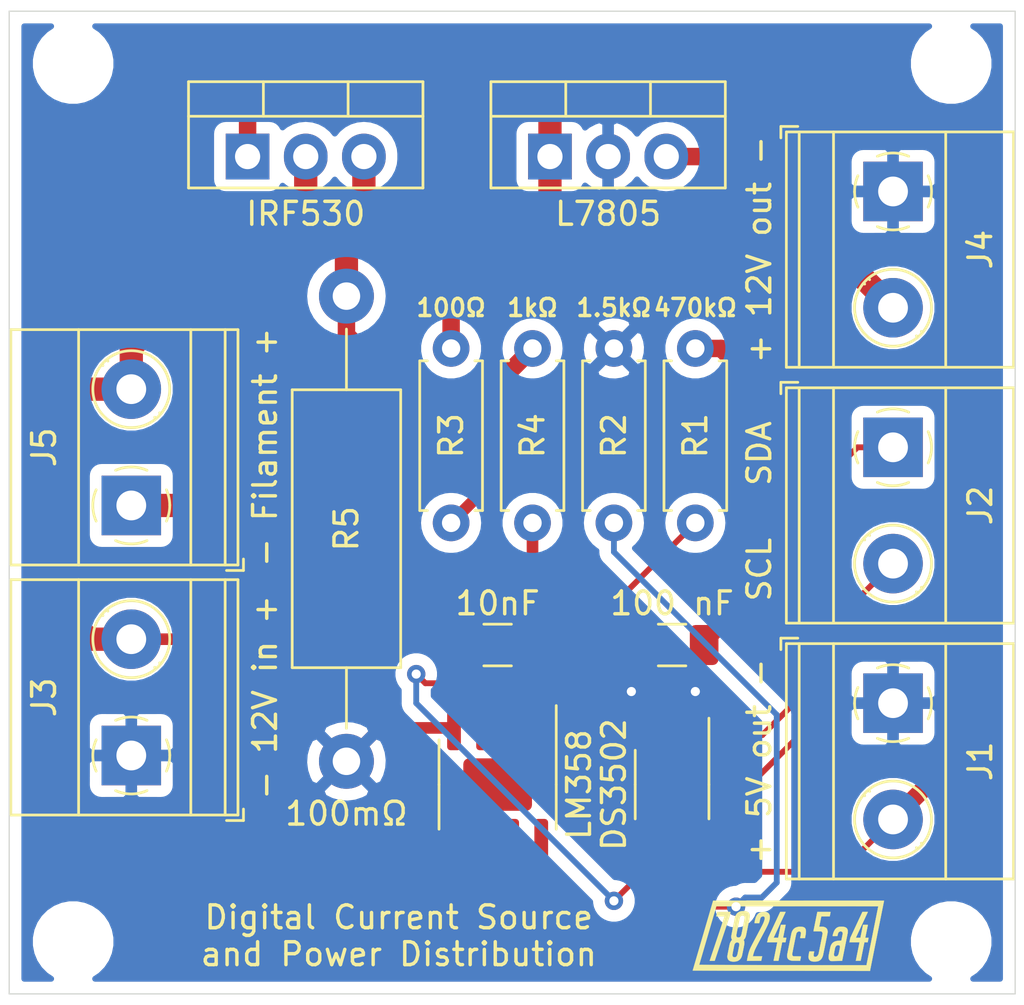
<source format=kicad_pcb>
(kicad_pcb (version 20171130) (host pcbnew "(5.1.4)-1")

  (general
    (thickness 1.6)
    (drawings 10)
    (tracks 122)
    (zones 0)
    (modules 21)
    (nets 14)
  )

  (page A4)
  (layers
    (0 F.Cu signal)
    (31 B.Cu signal hide)
    (32 B.Adhes user)
    (33 F.Adhes user)
    (34 B.Paste user)
    (35 F.Paste user)
    (36 B.SilkS user)
    (37 F.SilkS user)
    (38 B.Mask user)
    (39 F.Mask user)
    (40 Dwgs.User user)
    (41 Cmts.User user)
    (42 Eco1.User user)
    (43 Eco2.User user)
    (44 Edge.Cuts user)
    (45 Margin user)
    (46 B.CrtYd user)
    (47 F.CrtYd user)
    (48 B.Fab user)
    (49 F.Fab user hide)
  )

  (setup
    (last_trace_width 0.254)
    (user_trace_width 0.254)
    (user_trace_width 0.508)
    (user_trace_width 0.762)
    (user_trace_width 1.016)
    (trace_clearance 0.2)
    (zone_clearance 0.508)
    (zone_45_only no)
    (trace_min 0.2)
    (via_size 0.8)
    (via_drill 0.4)
    (via_min_size 0.4)
    (via_min_drill 0.3)
    (uvia_size 0.3)
    (uvia_drill 0.1)
    (uvias_allowed no)
    (uvia_min_size 0.2)
    (uvia_min_drill 0.1)
    (edge_width 0.05)
    (segment_width 0.2)
    (pcb_text_width 0.3)
    (pcb_text_size 1.5 1.5)
    (mod_edge_width 0.12)
    (mod_text_size 1 1)
    (mod_text_width 0.15)
    (pad_size 1.524 1.524)
    (pad_drill 0.762)
    (pad_to_mask_clearance 0.051)
    (solder_mask_min_width 0.25)
    (aux_axis_origin 0 0)
    (visible_elements 7FFFFFFF)
    (pcbplotparams
      (layerselection 0x010fc_ffffffff)
      (usegerberextensions false)
      (usegerberattributes false)
      (usegerberadvancedattributes false)
      (creategerberjobfile false)
      (excludeedgelayer true)
      (linewidth 0.100000)
      (plotframeref false)
      (viasonmask false)
      (mode 1)
      (useauxorigin false)
      (hpglpennumber 1)
      (hpglpenspeed 20)
      (hpglpendiameter 15.000000)
      (psnegative false)
      (psa4output false)
      (plotreference true)
      (plotvalue true)
      (plotinvisibletext false)
      (padsonsilk false)
      (subtractmaskfromsilk false)
      (outputformat 1)
      (mirror false)
      (drillshape 1)
      (scaleselection 1)
      (outputdirectory ""))
  )

  (net 0 "")
  (net 1 GND)
  (net 2 +5V)
  (net 3 "Net-(C2-Pad1)")
  (net 4 SDA)
  (net 5 SCL)
  (net 6 +12V)
  (net 7 FILin)
  (net 8 "Net-(Q1-Pad3)")
  (net 9 "Net-(Q1-Pad1)")
  (net 10 "Net-(R1-Pad2)")
  (net 11 "Net-(R2-Pad2)")
  (net 12 RH)
  (net 13 /lm358inv)

  (net_class Default "This is the default net class."
    (clearance 0.2)
    (trace_width 0.25)
    (via_dia 0.8)
    (via_drill 0.4)
    (uvia_dia 0.3)
    (uvia_drill 0.1)
    (add_net +12V)
    (add_net +5V)
    (add_net /lm358inv)
    (add_net FILin)
    (add_net GND)
    (add_net "Net-(C2-Pad1)")
    (add_net "Net-(Q1-Pad1)")
    (add_net "Net-(Q1-Pad3)")
    (add_net "Net-(R1-Pad2)")
    (add_net "Net-(R2-Pad2)")
    (add_net RH)
    (add_net SCL)
    (add_net SDA)
  )

  (module logo:logo (layer F.Cu) (tedit 0) (tstamp 5E182A6E)
    (at 218.186 133.096)
    (fp_text reference G*** (at 0 0) (layer F.SilkS) hide
      (effects (font (size 1.524 1.524) (thickness 0.3)))
    )
    (fp_text value LOGO (at 0.75 0) (layer F.SilkS) hide
      (effects (font (size 1.524 1.524) (thickness 0.3)))
    )
    (fp_poly (pts (xy 3.377173 -1.041371) (xy 3.399595 -1.041287) (xy 3.419895 -1.041153) (xy 3.437576 -1.040977)
      (xy 3.452141 -1.040764) (xy 3.463093 -1.040519) (xy 3.469937 -1.04025) (xy 3.47218 -1.039974)
      (xy 3.470917 -1.037135) (xy 3.467211 -1.029071) (xy 3.461181 -1.016039) (xy 3.452946 -0.998296)
      (xy 3.442626 -0.9761) (xy 3.430342 -0.949707) (xy 3.416213 -0.919374) (xy 3.400359 -0.885359)
      (xy 3.3829 -0.847919) (xy 3.363956 -0.80731) (xy 3.343646 -0.76379) (xy 3.32209 -0.717616)
      (xy 3.299409 -0.669044) (xy 3.275722 -0.618332) (xy 3.251149 -0.565737) (xy 3.22581 -0.511516)
      (xy 3.20929 -0.476174) (xy 3.183524 -0.42105) (xy 3.158449 -0.367389) (xy 3.134182 -0.315448)
      (xy 3.110845 -0.265484) (xy 3.088558 -0.217753) (xy 3.067439 -0.172513) (xy 3.047609 -0.13002)
      (xy 3.029188 -0.090533) (xy 3.012296 -0.054307) (xy 2.997052 -0.021599) (xy 2.983576 0.007332)
      (xy 2.971989 0.032231) (xy 2.962409 0.05284) (xy 2.954957 0.068902) (xy 2.949753 0.08016)
      (xy 2.946917 0.086358) (xy 2.9464 0.08755) (xy 2.948849 0.087846) (xy 2.955837 0.08812)
      (xy 2.966822 0.088364) (xy 2.981263 0.088571) (xy 2.998617 0.088734) (xy 3.018343 0.088845)
      (xy 3.0399 0.088897) (xy 3.046549 0.0889) (xy 3.146699 0.088899) (xy 3.150506 0.072231)
      (xy 3.151707 0.066608) (xy 3.154046 0.055322) (xy 3.157422 0.038865) (xy 3.161733 0.017733)
      (xy 3.166881 -0.007579) (xy 3.172764 -0.036577) (xy 3.179283 -0.068768) (xy 3.186336 -0.103655)
      (xy 3.193824 -0.140745) (xy 3.201646 -0.179544) (xy 3.205451 -0.198438) (xy 3.213364 -0.237734)
      (xy 3.220961 -0.275457) (xy 3.228147 -0.311123) (xy 3.234823 -0.34425) (xy 3.240892 -0.374355)
      (xy 3.246257 -0.400955) (xy 3.25082 -0.423569) (xy 3.254484 -0.441712) (xy 3.257152 -0.454903)
      (xy 3.258726 -0.462659) (xy 3.259072 -0.464344) (xy 3.261555 -0.47625) (xy 3.366867 -0.47625)
      (xy 3.389439 -0.476195) (xy 3.410352 -0.476037) (xy 3.42908 -0.475787) (xy 3.445092 -0.475459)
      (xy 3.457863 -0.475064) (xy 3.466864 -0.474613) (xy 3.471568 -0.474119) (xy 3.472144 -0.473869)
      (xy 3.47153 -0.470509) (xy 3.469759 -0.46143) (xy 3.466917 -0.447068) (xy 3.463091 -0.42786)
      (xy 3.458371 -0.404244) (xy 3.452843 -0.376656) (xy 3.446594 -0.345532) (xy 3.439712 -0.311311)
      (xy 3.432285 -0.274427) (xy 3.424401 -0.235319) (xy 3.416146 -0.194424) (xy 3.415514 -0.191294)
      (xy 3.358921 0.088899) (xy 3.43079 0.0889) (xy 3.449637 0.088995) (xy 3.466552 0.089265)
      (xy 3.480921 0.089686) (xy 3.492131 0.090234) (xy 3.499567 0.090885) (xy 3.502617 0.091614)
      (xy 3.50266 0.091713) (xy 3.502075 0.095267) (xy 3.500443 0.104048) (xy 3.497948 0.117124)
      (xy 3.494772 0.133561) (xy 3.491098 0.152425) (xy 3.487111 0.172782) (xy 3.482993 0.193701)
      (xy 3.478928 0.214247) (xy 3.475098 0.233487) (xy 3.471688 0.250487) (xy 3.468879 0.264315)
      (xy 3.466898 0.273843) (xy 3.464364 0.28575) (xy 3.319876 0.28575) (xy 3.318442 0.292893)
      (xy 3.317657 0.296808) (xy 3.315712 0.30651) (xy 3.312681 0.321625) (xy 3.308639 0.341782)
      (xy 3.303661 0.366607) (xy 3.297822 0.395728) (xy 3.291196 0.428772) (xy 3.283858 0.465366)
      (xy 3.275884 0.505137) (xy 3.267347 0.547713) (xy 3.258322 0.59272) (xy 3.248885 0.639787)
      (xy 3.239109 0.68854) (xy 3.237749 0.695325) (xy 3.15849 1.090612) (xy 3.052264 1.091441)
      (xy 2.946039 1.09227) (xy 2.947804 1.08532) (xy 2.948629 1.081431) (xy 2.950613 1.071753)
      (xy 2.953681 1.05666) (xy 2.957757 1.036522) (xy 2.962767 1.011713) (xy 2.968636 0.982603)
      (xy 2.975289 0.949566) (xy 2.98265 0.912973) (xy 2.990646 0.873196) (xy 2.999201 0.830607)
      (xy 3.008241 0.785579) (xy 3.017689 0.738482) (xy 3.027473 0.68969) (xy 3.029022 0.681962)
      (xy 3.108475 0.285553) (xy 2.888747 0.285855) (xy 2.855799 0.285888) (xy 2.824329 0.285895)
      (xy 2.794703 0.285878) (xy 2.76729 0.285838) (xy 2.742456 0.285777) (xy 2.72057 0.285695)
      (xy 2.701999 0.285594) (xy 2.68711 0.285476) (xy 2.676272 0.285341) (xy 2.669851 0.285191)
      (xy 2.668142 0.285061) (xy 2.668525 0.281831) (xy 2.670025 0.273195) (xy 2.6725 0.259898)
      (xy 2.675806 0.242685) (xy 2.679802 0.222302) (xy 2.684346 0.199495) (xy 2.686817 0.187226)
      (xy 2.70637 0.090487) (xy 2.970221 -0.475457) (xy 3.234072 -1.0414) (xy 3.353126 -1.0414)
      (xy 3.377173 -1.041371)) (layer F.SilkS) (width 0.01))
    (fp_poly (pts (xy 0.544746 -0.393639) (xy 0.573255 -0.392083) (xy 0.600331 -0.389553) (xy 0.624949 -0.386097)
      (xy 0.646084 -0.381761) (xy 0.65532 -0.379187) (xy 0.680418 -0.368862) (xy 0.703109 -0.354578)
      (xy 0.722783 -0.336892) (xy 0.738829 -0.31636) (xy 0.750637 -0.293537) (xy 0.751385 -0.291617)
      (xy 0.757882 -0.271534) (xy 0.762662 -0.249643) (xy 0.765705 -0.225506) (xy 0.766987 -0.198683)
      (xy 0.766485 -0.168737) (xy 0.764177 -0.135228) (xy 0.760041 -0.097719) (xy 0.754054 -0.055772)
      (xy 0.746194 -0.008946) (xy 0.736438 0.043195) (xy 0.733377 0.058737) (xy 0.72517 0.100012)
      (xy 0.620395 0.100841) (xy 0.594272 0.101024) (xy 0.572792 0.10111) (xy 0.555519 0.101083)
      (xy 0.542015 0.100926) (xy 0.531845 0.100625) (xy 0.524571 0.100162) (xy 0.519757 0.099522)
      (xy 0.516967 0.098688) (xy 0.515763 0.097645) (xy 0.51562 0.096992) (xy 0.516213 0.092769)
      (xy 0.517885 0.083242) (xy 0.520476 0.069265) (xy 0.523824 0.051692) (xy 0.527769 0.031378)
      (xy 0.532144 0.009209) (xy 0.536679 -0.0141) (xy 0.540862 -0.03655) (xy 0.544505 -0.057055)
      (xy 0.547419 -0.074525) (xy 0.549416 -0.087875) (xy 0.550258 -0.095267) (xy 0.550363 -0.120448)
      (xy 0.546597 -0.141629) (xy 0.538901 -0.158885) (xy 0.527219 -0.172289) (xy 0.511493 -0.181914)
      (xy 0.491667 -0.187835) (xy 0.477218 -0.189684) (xy 0.451065 -0.188625) (xy 0.426174 -0.181587)
      (xy 0.403028 -0.168795) (xy 0.382106 -0.150475) (xy 0.374376 -0.141533) (xy 0.370471 -0.136676)
      (xy 0.366913 -0.132155) (xy 0.363624 -0.127654) (xy 0.360527 -0.122856) (xy 0.357545 -0.117445)
      (xy 0.354599 -0.111104) (xy 0.351612 -0.103516) (xy 0.348507 -0.094366) (xy 0.345205 -0.083336)
      (xy 0.34163 -0.07011) (xy 0.337704 -0.054373) (xy 0.333348 -0.035806) (xy 0.328486 -0.014094)
      (xy 0.32304 0.01108) (xy 0.316933 0.040032) (xy 0.310086 0.073079) (xy 0.302422 0.110538)
      (xy 0.293864 0.152724) (xy 0.284333 0.199954) (xy 0.273753 0.252546) (xy 0.262046 0.310814)
      (xy 0.255566 0.343068) (xy 0.245477 0.39335) (xy 0.235697 0.44222) (xy 0.226303 0.489293)
      (xy 0.217369 0.534186) (xy 0.208972 0.576514) (xy 0.201187 0.615893) (xy 0.19409 0.651938)
      (xy 0.187756 0.684265) (xy 0.182261 0.712489) (xy 0.177681 0.736226) (xy 0.174091 0.755092)
      (xy 0.171566 0.768703) (xy 0.170184 0.776673) (xy 0.169985 0.778043) (xy 0.168003 0.807081)
      (xy 0.169839 0.832023) (xy 0.175564 0.853061) (xy 0.185249 0.870386) (xy 0.198966 0.884191)
      (xy 0.212516 0.892643) (xy 0.22733 0.900112) (xy 0.389255 0.901038) (xy 0.422316 0.901242)
      (xy 0.450649 0.901455) (xy 0.474605 0.901691) (xy 0.494534 0.901959) (xy 0.510789 0.902274)
      (xy 0.523719 0.902647) (xy 0.533677 0.90309) (xy 0.541013 0.903615) (xy 0.54608 0.904235)
      (xy 0.549227 0.904961) (xy 0.550807 0.905806) (xy 0.55118 0.906634) (xy 0.550582 0.910807)
      (xy 0.548894 0.920322) (xy 0.546269 0.934367) (xy 0.542862 0.952127) (xy 0.538829 0.97279)
      (xy 0.534323 0.995542) (xy 0.533083 1.001751) (xy 0.514986 1.0922) (xy 0.348298 1.091763)
      (xy 0.318888 1.091646) (xy 0.290394 1.091457) (xy 0.263319 1.091203) (xy 0.238167 1.090893)
      (xy 0.215443 1.090535) (xy 0.195651 1.090138) (xy 0.179295 1.089709) (xy 0.16688 1.089256)
      (xy 0.158908 1.088788) (xy 0.157623 1.088665) (xy 0.117024 1.082248) (xy 0.080716 1.072485)
      (xy 0.048704 1.059381) (xy 0.020996 1.04294) (xy -0.002405 1.023166) (xy -0.021491 1.000064)
      (xy -0.036257 0.973638) (xy -0.046698 0.943892) (xy -0.049476 0.931989) (xy -0.051495 0.917487)
      (xy -0.052763 0.898691) (xy -0.053253 0.877591) (xy -0.052942 0.856178) (xy -0.051806 0.836441)
      (xy -0.050767 0.826616) (xy -0.049748 0.820428) (xy -0.047574 0.80851) (xy -0.044329 0.791288)
      (xy -0.040098 0.769191) (xy -0.034967 0.742644) (xy -0.02902 0.712075) (xy -0.022343 0.677911)
      (xy -0.01502 0.64058) (xy -0.007137 0.600508) (xy 0.001222 0.558123) (xy 0.009972 0.513852)
      (xy 0.019027 0.468122) (xy 0.028303 0.42136) (xy 0.037714 0.373993) (xy 0.047176 0.326449)
      (xy 0.056603 0.279155) (xy 0.065911 0.232537) (xy 0.075014 0.187024) (xy 0.083829 0.143042)
      (xy 0.092268 0.101018) (xy 0.100249 0.061379) (xy 0.107684 0.024553) (xy 0.114491 -0.009033)
      (xy 0.120583 -0.038952) (xy 0.125875 -0.064776) (xy 0.130284 -0.08608) (xy 0.133722 -0.102435)
      (xy 0.136107 -0.113414) (xy 0.137219 -0.11812) (xy 0.151297 -0.162198) (xy 0.169051 -0.203348)
      (xy 0.190075 -0.24084) (xy 0.213966 -0.273942) (xy 0.238048 -0.299818) (xy 0.265037 -0.322757)
      (xy 0.29364 -0.342101) (xy 0.324488 -0.358131) (xy 0.358215 -0.371133) (xy 0.395449 -0.38139)
      (xy 0.436824 -0.389185) (xy 0.43688 -0.389194) (xy 0.460871 -0.392) (xy 0.487529 -0.393645)
      (xy 0.515829 -0.394176) (xy 0.544746 -0.393639)) (layer F.SilkS) (width 0.01))
    (fp_poly (pts (xy -0.21434 -1.04137) (xy -0.191923 -1.041284) (xy -0.171629 -1.041149) (xy -0.153955 -1.040969)
      (xy -0.139396 -1.040751) (xy -0.128451 -1.040502) (xy -0.121615 -1.040227) (xy -0.11938 -1.039947)
      (xy -0.120642 -1.037105) (xy -0.124348 -1.029038) (xy -0.130379 -1.016003) (xy -0.138613 -0.998257)
      (xy -0.148932 -0.976058) (xy -0.161216 -0.949662) (xy -0.175345 -0.919327) (xy -0.191198 -0.885309)
      (xy -0.208657 -0.847866) (xy -0.2276 -0.807254) (xy -0.24791 -0.763731) (xy -0.269464 -0.717554)
      (xy -0.292145 -0.66898) (xy -0.315831 -0.618266) (xy -0.340403 -0.565668) (xy -0.365742 -0.511445)
      (xy -0.38227 -0.476082) (xy -0.408035 -0.420956) (xy -0.43311 -0.367294) (xy -0.457376 -0.315351)
      (xy -0.480712 -0.265385) (xy -0.502999 -0.217654) (xy -0.524117 -0.172413) (xy -0.543947 -0.12992)
      (xy -0.562368 -0.090432) (xy -0.57926 -0.054205) (xy -0.594504 -0.021498) (xy -0.60798 0.007434)
      (xy -0.619568 0.032332) (xy -0.629148 0.052941) (xy -0.6366 0.069003) (xy -0.641805 0.080262)
      (xy -0.644642 0.086459) (xy -0.64516 0.087651) (xy -0.642711 0.08792) (xy -0.635721 0.08813)
      (xy -0.624731 0.088278) (xy -0.610282 0.088361) (xy -0.592913 0.088378) (xy -0.573164 0.088324)
      (xy -0.551575 0.088198) (xy -0.544439 0.088142) (xy -0.443717 0.087312) (xy -0.390913 -0.174625)
      (xy -0.38282 -0.214757) (xy -0.375006 -0.253479) (xy -0.367571 -0.290296) (xy -0.360615 -0.324717)
      (xy -0.354238 -0.356248) (xy -0.348539 -0.384395) (xy -0.343618 -0.408667) (xy -0.339575 -0.428568)
      (xy -0.336511 -0.443607) (xy -0.334524 -0.45329) (xy -0.333873 -0.456407) (xy -0.329636 -0.47625)
      (xy -0.224508 -0.47625) (xy -0.201955 -0.476204) (xy -0.18106 -0.47607) (xy -0.16235 -0.47586)
      (xy -0.146355 -0.475583) (xy -0.133604 -0.47525) (xy -0.124624 -0.47487) (xy -0.119944 -0.474454)
      (xy -0.11938 -0.474247) (xy -0.119988 -0.470941) (xy -0.121752 -0.461918) (xy -0.124583 -0.447615)
      (xy -0.128396 -0.428472) (xy -0.133101 -0.404927) (xy -0.138611 -0.377419) (xy -0.144838 -0.346385)
      (xy -0.151693 -0.312267) (xy -0.15909 -0.2755) (xy -0.16694 -0.236526) (xy -0.175156 -0.195781)
      (xy -0.17526 -0.195263) (xy -0.183485 -0.154458) (xy -0.191345 -0.115386) (xy -0.198751 -0.078491)
      (xy -0.205617 -0.044213) (xy -0.211854 -0.012996) (xy -0.217374 0.01472) (xy -0.22209 0.038493)
      (xy -0.225912 0.057879) (xy -0.228753 0.072438) (xy -0.230525 0.081727) (xy -0.23114 0.085305)
      (xy -0.23114 0.085308) (xy -0.229475 0.086458) (xy -0.224277 0.087367) (xy -0.215243 0.08805)
      (xy -0.202066 0.088523) (xy -0.184445 0.088801) (xy -0.162075 0.088899) (xy -0.16002 0.0889)
      (xy -0.135999 0.089016) (xy -0.11686 0.089363) (xy -0.102648 0.089939) (xy -0.093409 0.090742)
      (xy -0.089186 0.09177) (xy -0.0889 0.092165) (xy -0.089489 0.095799) (xy -0.091132 0.104665)
      (xy -0.093647 0.11784) (xy -0.096853 0.134396) (xy -0.100566 0.153409) (xy -0.104605 0.173952)
      (xy -0.108788 0.1951) (xy -0.112931 0.215928) (xy -0.116853 0.235509) (xy -0.120371 0.252919)
      (xy -0.123303 0.267231) (xy -0.124684 0.273843) (xy -0.127196 0.28575) (xy -0.271542 0.28575)
      (xy -0.273776 0.296068) (xy -0.27466 0.300387) (xy -0.2767 0.310488) (xy -0.279818 0.325995)
      (xy -0.28394 0.346528) (xy -0.28899 0.371709) (xy -0.294891 0.401161) (xy -0.30157 0.434506)
      (xy -0.308948 0.471365) (xy -0.316952 0.51136) (xy -0.325505 0.554114) (xy -0.334531 0.599248)
      (xy -0.343955 0.646384) (xy -0.353701 0.695144) (xy -0.35453 0.699293) (xy -0.43305 1.0922)
      (xy -0.645503 1.0922) (xy -0.643658 1.085056) (xy -0.642823 1.081141) (xy -0.640831 1.071439)
      (xy -0.637757 1.056321) (xy -0.633675 1.03616) (xy -0.628661 1.011328) (xy -0.62279 0.982198)
      (xy -0.616136 0.949141) (xy -0.608775 0.912531) (xy -0.600781 0.872741) (xy -0.59223 0.830141)
      (xy -0.583196 0.785105) (xy -0.573754 0.738005) (xy -0.56398 0.689214) (xy -0.562482 0.681733)
      (xy -0.48315 0.285553) (xy -0.702846 0.285855) (xy -0.735791 0.285888) (xy -0.767259 0.285895)
      (xy -0.796882 0.285878) (xy -0.824292 0.285838) (xy -0.849123 0.285777) (xy -0.871006 0.285695)
      (xy -0.889575 0.285594) (xy -0.90446 0.285476) (xy -0.915295 0.285341) (xy -0.921712 0.285191)
      (xy -0.923418 0.285061) (xy -0.923035 0.281831) (xy -0.921535 0.273195) (xy -0.91906 0.259898)
      (xy -0.915754 0.242685) (xy -0.911758 0.222302) (xy -0.907214 0.199495) (xy -0.904743 0.187226)
      (xy -0.88519 0.090487) (xy -0.621287 -0.475457) (xy -0.357383 -1.0414) (xy -0.238382 -1.0414)
      (xy -0.21434 -1.04137)) (layer F.SilkS) (width 0.01))
    (fp_poly (pts (xy -1.027437 -1.039807) (xy -1.009244 -1.039144) (xy -0.998861 -1.038278) (xy -0.961911 -1.031943)
      (xy -0.928974 -1.021732) (xy -0.900031 -1.007628) (xy -0.87506 -0.989612) (xy -0.854041 -0.967666)
      (xy -0.836952 -0.941773) (xy -0.823773 -0.911914) (xy -0.814986 -0.880472) (xy -0.810702 -0.851198)
      (xy -0.809305 -0.817771) (xy -0.810735 -0.78121) (xy -0.814931 -0.742533) (xy -0.821832 -0.702761)
      (xy -0.826932 -0.680076) (xy -0.831603 -0.661611) (xy -0.836629 -0.643208) (xy -0.842128 -0.624622)
      (xy -0.848216 -0.605608) (xy -0.855011 -0.585919) (xy -0.86263 -0.56531) (xy -0.871191 -0.543534)
      (xy -0.880811 -0.520346) (xy -0.891608 -0.495499) (xy -0.903698 -0.468749) (xy -0.917199 -0.43985)
      (xy -0.932229 -0.408554) (xy -0.948905 -0.374617) (xy -0.967343 -0.337793) (xy -0.987663 -0.297836)
      (xy -1.00998 -0.254499) (xy -1.034413 -0.207538) (xy -1.061078 -0.156706) (xy -1.090093 -0.101757)
      (xy -1.121576 -0.042446) (xy -1.155643 0.021473) (xy -1.192412 0.090246) (xy -1.212949 0.128587)
      (xy -1.246184 0.190684) (xy -1.276658 0.247805) (xy -1.304496 0.300198) (xy -1.329824 0.348111)
      (xy -1.35277 0.39179) (xy -1.373459 0.431485) (xy -1.392018 0.467444) (xy -1.408572 0.499913)
      (xy -1.423248 0.529141) (xy -1.436173 0.555376) (xy -1.447472 0.578865) (xy -1.457271 0.599857)
      (xy -1.465698 0.6186) (xy -1.472878 0.63534) (xy -1.478937 0.650327) (xy -1.479766 0.652462)
      (xy -1.491605 0.684466) (xy -1.503383 0.718791) (xy -1.514724 0.754168) (xy -1.52525 0.78933)
      (xy -1.534586 0.823008) (xy -1.542356 0.853934) (xy -1.548182 0.880839) (xy -1.549242 0.886514)
      (xy -1.551401 0.898525) (xy -1.14499 0.898525) (xy -1.146509 0.905668) (xy -1.147515 0.910489)
      (xy -1.149615 0.920619) (xy -1.152635 0.935216) (xy -1.1564 0.953441) (xy -1.160739 0.974452)
      (xy -1.165475 0.997408) (xy -1.166691 1.0033) (xy -1.185353 1.093787) (xy -1.498187 1.094593)
      (xy -1.537601 1.094687) (xy -1.575581 1.094761) (xy -1.611819 1.094816) (xy -1.646009 1.094852)
      (xy -1.677844 1.094869) (xy -1.707018 1.094868) (xy -1.733225 1.094849) (xy -1.756158 1.094812)
      (xy -1.775511 1.094757) (xy -1.790977 1.094684) (xy -1.802251 1.094594) (xy -1.809024 1.094486)
      (xy -1.81102 1.094376) (xy -1.81036 1.091017) (xy -1.808668 1.083523) (xy -1.807273 1.077579)
      (xy -1.805522 1.069535) (xy -1.802886 1.056572) (xy -1.799617 1.039959) (xy -1.795963 1.020969)
      (xy -1.792175 1.00087) (xy -1.792015 1.000009) (xy -1.777179 0.924378) (xy -1.761914 0.854591)
      (xy -1.746093 0.790156) (xy -1.729589 0.73058) (xy -1.712277 0.675369) (xy -1.699288 0.638175)
      (xy -1.694227 0.624545) (xy -1.688946 0.610826) (xy -1.683318 0.596766) (xy -1.677215 0.582112)
      (xy -1.670511 0.56661) (xy -1.663078 0.550009) (xy -1.654789 0.532056) (xy -1.645517 0.512499)
      (xy -1.635135 0.491084) (xy -1.623515 0.46756) (xy -1.610531 0.441673) (xy -1.596056 0.413172)
      (xy -1.579962 0.381803) (xy -1.562122 0.347313) (xy -1.54241 0.309452) (xy -1.520697 0.267965)
      (xy -1.496857 0.2226) (xy -1.470763 0.173105) (xy -1.442287 0.119227) (xy -1.411303 0.060713)
      (xy -1.377683 -0.002688) (xy -1.358889 -0.0381) (xy -1.326526 -0.099101) (xy -1.296857 -0.1551)
      (xy -1.269744 -0.206369) (xy -1.245052 -0.253177) (xy -1.222642 -0.295797) (xy -1.202377 -0.334499)
      (xy -1.184121 -0.369554) (xy -1.167736 -0.401233) (xy -1.153086 -0.429806) (xy -1.140032 -0.455545)
      (xy -1.128438 -0.47872) (xy -1.118167 -0.499602) (xy -1.109082 -0.518463) (xy -1.101045 -0.535573)
      (xy -1.093919 -0.551203) (xy -1.087568 -0.565623) (xy -1.081853 -0.579106) (xy -1.076639 -0.59192)
      (xy -1.071787 -0.604339) (xy -1.070425 -0.607915) (xy -1.056018 -0.648916) (xy -1.045166 -0.686443)
      (xy -1.037881 -0.720351) (xy -1.034175 -0.750498) (xy -1.03406 -0.77674) (xy -1.03755 -0.798934)
      (xy -1.044655 -0.816935) (xy -1.05158 -0.826733) (xy -1.059472 -0.834333) (xy -1.068092 -0.839523)
      (xy -1.078584 -0.842684) (xy -1.092092 -0.844196) (xy -1.1049 -0.844478) (xy -1.13167 -0.842713)
      (xy -1.154612 -0.837378) (xy -1.174202 -0.828272) (xy -1.190918 -0.815198) (xy -1.200251 -0.804754)
      (xy -1.207605 -0.794535) (xy -1.214123 -0.783337) (xy -1.220058 -0.770394) (xy -1.225663 -0.754937)
      (xy -1.231191 -0.736201) (xy -1.236895 -0.713416) (xy -1.24303 -0.685817) (xy -1.248908 -0.657317)
      (xy -1.25342 -0.634907) (xy -1.257648 -0.613946) (xy -1.261394 -0.595401) (xy -1.264464 -0.580243)
      (xy -1.266661 -0.569438) (xy -1.267706 -0.564357) (xy -1.270196 -0.55245) (xy -1.375508 -0.55245)
      (xy -1.399117 -0.552517) (xy -1.420649 -0.552706) (xy -1.439629 -0.553007) (xy -1.455584 -0.553405)
      (xy -1.468038 -0.553889) (xy -1.476518 -0.554446) (xy -1.480548 -0.555062) (xy -1.48082 -0.555276)
      (xy -1.48015 -0.563101) (xy -1.478283 -0.575903) (xy -1.475441 -0.592559) (xy -1.471842 -0.611947)
      (xy -1.467706 -0.632945) (xy -1.463252 -0.654431) (xy -1.458699 -0.675282) (xy -1.454267 -0.694376)
      (xy -1.451267 -0.706438) (xy -1.434825 -0.763065) (xy -1.416166 -0.814032) (xy -1.395201 -0.859447)
      (xy -1.371839 -0.899415) (xy -1.345992 -0.934045) (xy -1.317569 -0.963442) (xy -1.286482 -0.987714)
      (xy -1.25264 -1.006967) (xy -1.215955 -1.021308) (xy -1.179941 -1.030195) (xy -1.163294 -1.032745)
      (xy -1.143069 -1.034986) (xy -1.120384 -1.036869) (xy -1.096359 -1.038342) (xy -1.072113 -1.039356)
      (xy -1.048766 -1.039861) (xy -1.027437 -1.039807)) (layer F.SilkS) (width 0.01))
    (fp_poly (pts (xy -2.640146 -1.040914) (xy -2.616713 -1.040861) (xy -2.596734 -1.040761) (xy -2.579938 -1.04061)
      (xy -2.566054 -1.040404) (xy -2.554812 -1.040139) (xy -2.545939 -1.03981) (xy -2.539166 -1.039414)
      (xy -2.534221 -1.038946) (xy -2.530834 -1.038402) (xy -2.528732 -1.037777) (xy -2.527646 -1.037069)
      (xy -2.527304 -1.036272) (xy -2.5273 -1.036161) (xy -2.527964 -1.03187) (xy -2.529841 -1.022271)
      (xy -2.532763 -1.008166) (xy -2.536559 -0.990355) (xy -2.541061 -0.96964) (xy -2.546099 -0.946823)
      (xy -2.547941 -0.93856) (xy -2.568582 -0.846225) (xy -3.217858 1.093787) (xy -3.327521 1.094615)
      (xy -3.353994 1.094803) (xy -3.375823 1.094918) (xy -3.393445 1.094941) (xy -3.407296 1.094853)
      (xy -3.417814 1.094633) (xy -3.425434 1.094264) (xy -3.430594 1.093725) (xy -3.433728 1.092998)
      (xy -3.435275 1.092063) (xy -3.43567 1.090901) (xy -3.435469 1.089852) (xy -3.434363 1.086523)
      (xy -3.431362 1.077557) (xy -3.426541 1.063173) (xy -3.419972 1.043588) (xy -3.411728 1.019021)
      (xy -3.401884 0.98969) (xy -3.390511 0.955813) (xy -3.377683 0.917608) (xy -3.363474 0.875292)
      (xy -3.347956 0.829084) (xy -3.331203 0.779203) (xy -3.313289 0.725865) (xy -3.294285 0.669289)
      (xy -3.274266 0.609693) (xy -3.253305 0.547295) (xy -3.231475 0.482314) (xy -3.208849 0.414967)
      (xy -3.185501 0.345471) (xy -3.161503 0.274046) (xy -3.136929 0.20091) (xy -3.111853 0.126279)
      (xy -3.111028 0.123825) (xy -3.085942 0.049168) (xy -3.061359 -0.023994) (xy -3.037353 -0.095442)
      (xy -3.013996 -0.16496) (xy -2.991361 -0.232329) (xy -2.969521 -0.297333) (xy -2.94855 -0.359753)
      (xy -2.928521 -0.419373) (xy -2.909506 -0.475974) (xy -2.891579 -0.529339) (xy -2.874813 -0.579251)
      (xy -2.859281 -0.625492) (xy -2.845056 -0.667844) (xy -2.832211 -0.70609) (xy -2.820819 -0.740013)
      (xy -2.810953 -0.769394) (xy -2.802686 -0.794016) (xy -2.796092 -0.813662) (xy -2.791243 -0.828114)
      (xy -2.788213 -0.837155) (xy -2.787075 -0.840567) (xy -2.78707 -0.840582) (xy -2.78776 -0.84137)
      (xy -2.790548 -0.842054) (xy -2.795725 -0.842639) (xy -2.803585 -0.843132) (xy -2.814417 -0.843539)
      (xy -2.828515 -0.843868) (xy -2.846171 -0.844123) (xy -2.867675 -0.844313) (xy -2.89332 -0.844443)
      (xy -2.923397 -0.84452) (xy -2.958199 -0.84455) (xy -2.966449 -0.84455) (xy -3.001131 -0.844557)
      (xy -3.03108 -0.844585) (xy -3.056639 -0.844643) (xy -3.078155 -0.844744) (xy -3.095974 -0.844897)
      (xy -3.110441 -0.845114) (xy -3.121901 -0.845404) (xy -3.130701 -0.845779) (xy -3.137185 -0.846249)
      (xy -3.1417 -0.846824) (xy -3.14459 -0.847516) (xy -3.146203 -0.848335) (xy -3.146882 -0.849292)
      (xy -3.146988 -0.850107) (xy -3.146368 -0.8545) (xy -3.144652 -0.864233) (xy -3.141993 -0.87849)
      (xy -3.138547 -0.896456) (xy -3.134469 -0.917317) (xy -3.129914 -0.940258) (xy -3.128414 -0.947738)
      (xy -3.109914 -1.039813) (xy -2.818607 -1.04062) (xy -2.773839 -1.040739) (xy -2.733879 -1.040833)
      (xy -2.698458 -1.040895) (xy -2.667304 -1.040924) (xy -2.640146 -1.040914)) (layer F.SilkS) (width 0.01))
    (fp_poly (pts (xy 2.38817 -0.393547) (xy 2.42759 -0.38793) (xy 2.462713 -0.379273) (xy 2.493605 -0.36754)
      (xy 2.520337 -0.352697) (xy 2.542976 -0.334708) (xy 2.561592 -0.313539) (xy 2.576252 -0.289155)
      (xy 2.587026 -0.261521) (xy 2.59107 -0.246063) (xy 2.592992 -0.23291) (xy 2.594183 -0.215108)
      (xy 2.594657 -0.194286) (xy 2.59443 -0.172075) (xy 2.593517 -0.150107) (xy 2.591933 -0.130012)
      (xy 2.589848 -0.1143) (xy 2.588759 -0.108492) (xy 2.586496 -0.096841) (xy 2.583122 -0.079664)
      (xy 2.578699 -0.057276) (xy 2.573291 -0.029994) (xy 2.566961 0.001867) (xy 2.559772 0.037989)
      (xy 2.551787 0.078058) (xy 2.543068 0.121756) (xy 2.53368 0.168768) (xy 2.523685 0.218778)
      (xy 2.513145 0.271469) (xy 2.502125 0.326526) (xy 2.490687 0.383632) (xy 2.478894 0.442471)
      (xy 2.466809 0.502727) (xy 2.466707 0.503237) (xy 2.34823 1.093787) (xy 2.16281 1.099077)
      (xy 2.115959 1.100389) (xy 2.073921 1.10151) (xy 2.03643 1.102441) (xy 2.003221 1.103182)
      (xy 1.974028 1.103735) (xy 1.948588 1.104099) (xy 1.926633 1.104276) (xy 1.9079 1.104266)
      (xy 1.892122 1.10407) (xy 1.879034 1.103688) (xy 1.868372 1.103122) (xy 1.85987 1.102371)
      (xy 1.853263 1.101437) (xy 1.848286 1.10032) (xy 1.846865 1.099881) (xy 1.823936 1.089122)
      (xy 1.804129 1.073408) (xy 1.7876 1.052937) (xy 1.774504 1.027908) (xy 1.764994 0.998521)
      (xy 1.763801 0.993359) (xy 1.760707 0.973659) (xy 1.758892 0.94983) (xy 1.758402 0.923907)
      (xy 1.759285 0.897919) (xy 1.76116 0.877204) (xy 1.762919 0.865033) (xy 1.765799 0.847729)
      (xy 1.769657 0.826015) (xy 1.772497 0.81063) (xy 1.989608 0.81063) (xy 1.991023 0.835012)
      (xy 1.995244 0.85654) (xy 2.002096 0.874092) (xy 2.006062 0.88049) (xy 2.012397 0.886908)
      (xy 2.021621 0.893608) (xy 2.031708 0.899249) (xy 2.03835 0.901895) (xy 2.047927 0.903654)
      (xy 2.060822 0.904468) (xy 2.075338 0.904383) (xy 2.089774 0.903445) (xy 2.102431 0.901701)
      (xy 2.109571 0.899947) (xy 2.131546 0.889536) (xy 2.15165 0.873238) (xy 2.15574 0.868948)
      (xy 2.164523 0.857281) (xy 2.173931 0.841352) (xy 2.183056 0.822955) (xy 2.190991 0.803882)
      (xy 2.195637 0.790142) (xy 2.198644 0.779011) (xy 2.202583 0.762878) (xy 2.207263 0.742653)
      (xy 2.212494 0.719244) (xy 2.218088 0.69356) (xy 2.223855 0.666509) (xy 2.229605 0.639)
      (xy 2.235149 0.611943) (xy 2.240297 0.586245) (xy 2.244859 0.562816) (xy 2.248647 0.542564)
      (xy 2.25147 0.526398) (xy 2.253139 0.515227) (xy 2.253337 0.513486) (xy 2.25476 0.486984)
      (xy 2.253008 0.46481) (xy 2.2479 0.446779) (xy 2.239257 0.432704) (xy 2.226899 0.422399)
      (xy 2.210648 0.415678) (xy 2.190324 0.412355) (xy 2.165746 0.412243) (xy 2.156367 0.412905)
      (xy 2.143288 0.414353) (xy 2.133316 0.416445) (xy 2.12448 0.419781) (xy 2.114806 0.424963)
      (xy 2.112763 0.426174) (xy 2.090521 0.442949) (xy 2.071288 0.46471) (xy 2.055321 0.49111)
      (xy 2.042943 0.521584) (xy 2.040729 0.529713) (xy 2.037573 0.543135) (xy 2.033652 0.56095)
      (xy 2.029144 0.582256) (xy 2.024227 0.606152) (xy 2.019077 0.631738) (xy 2.013872 0.658114)
      (xy 2.00879 0.684377) (xy 2.004007 0.709628) (xy 1.999702 0.732965) (xy 1.996052 0.753488)
      (xy 1.993233 0.770295) (xy 1.991424 0.782487) (xy 1.991172 0.784515) (xy 1.989608 0.81063)
      (xy 1.772497 0.81063) (xy 1.774347 0.800613) (xy 1.779722 0.772243) (xy 1.785638 0.741629)
      (xy 1.79195 0.709493) (xy 1.798511 0.676555) (xy 1.805176 0.643539) (xy 1.8118 0.611166)
      (xy 1.818238 0.580157) (xy 1.824344 0.551236) (xy 1.829972 0.525124) (xy 1.834978 0.502543)
      (xy 1.839216 0.484214) (xy 1.842539 0.470861) (xy 1.84419 0.465032) (xy 1.860438 0.421093)
      (xy 1.88032 0.381577) (xy 1.903852 0.346464) (xy 1.931052 0.315735) (xy 1.961935 0.289369)
      (xy 1.99652 0.267348) (xy 2.027285 0.252671) (xy 2.050051 0.244005) (xy 2.073546 0.236689)
      (xy 2.09846 0.230598) (xy 2.125487 0.225611) (xy 2.15532 0.221604) (xy 2.188649 0.218454)
      (xy 2.226169 0.216039) (xy 2.23647 0.215526) (xy 2.255388 0.214606) (xy 2.272701 0.213711)
      (xy 2.287744 0.212879) (xy 2.299854 0.212148) (xy 2.308369 0.211558) (xy 2.312624 0.211146)
      (xy 2.312932 0.21108) (xy 2.314102 0.207895) (xy 2.316345 0.199156) (xy 2.319529 0.18548)
      (xy 2.323519 0.167482) (xy 2.328179 0.145775) (xy 2.333377 0.120977) (xy 2.338978 0.0937)
      (xy 2.344047 0.068566) (xy 2.350845 0.034464) (xy 2.356481 0.005882) (xy 2.361058 -0.017806)
      (xy 2.364683 -0.037229) (xy 2.367462 -0.053015) (xy 2.369501 -0.065791) (xy 2.370904 -0.076185)
      (xy 2.371777 -0.084824) (xy 2.372227 -0.092338) (xy 2.372359 -0.099353) (xy 2.37236 -0.099625)
      (xy 2.372112 -0.114061) (xy 2.371112 -0.124551) (xy 2.368971 -0.133486) (xy 2.365304 -0.143253)
      (xy 2.365281 -0.143307) (xy 2.35518 -0.160894) (xy 2.341286 -0.1746) (xy 2.323957 -0.184204)
      (xy 2.303549 -0.189487) (xy 2.288545 -0.1905) (xy 2.263618 -0.188697) (xy 2.241758 -0.183091)
      (xy 2.223118 -0.174187) (xy 2.207415 -0.162669) (xy 2.193729 -0.147693) (xy 2.181779 -0.128709)
      (xy 2.171285 -0.105169) (xy 2.161966 -0.076523) (xy 2.15354 -0.04222) (xy 2.151998 -0.034925)
      (xy 2.142485 0.011112) (xy 2.037712 0.011941) (xy 2.011911 0.012137) (xy 1.990734 0.012261)
      (xy 1.973724 0.012291) (xy 1.960426 0.012203) (xy 1.950383 0.011974) (xy 1.943139 0.011582)
      (xy 1.938238 0.011003) (xy 1.935224 0.010215) (xy 1.93364 0.009193) (xy 1.933031 0.007915)
      (xy 1.93294 0.006639) (xy 1.93373 -0.000042) (xy 1.9359 -0.011451) (xy 1.939146 -0.026327)
      (xy 1.943165 -0.043405) (xy 1.947652 -0.061424) (xy 1.952304 -0.07912) (xy 1.956819 -0.095231)
      (xy 1.959759 -0.104968) (xy 1.978383 -0.158047) (xy 1.999076 -0.205406) (xy 2.02194 -0.247179)
      (xy 2.047075 -0.283499) (xy 2.074582 -0.3145) (xy 2.104561 -0.340315) (xy 2.137114 -0.361079)
      (xy 2.16154 -0.372701) (xy 2.17923 -0.379351) (xy 2.197435 -0.38467) (xy 2.217048 -0.388809)
      (xy 2.238961 -0.391924) (xy 2.264067 -0.394165) (xy 2.29326 -0.395688) (xy 2.29616 -0.395796)
      (xy 2.344383 -0.396157) (xy 2.38817 -0.393547)) (layer F.SilkS) (width 0.01))
    (fp_poly (pts (xy 1.605516 -1.041375) (xy 1.651208 -1.041297) (xy 1.691918 -1.041167) (xy 1.727693 -1.040984)
      (xy 1.758582 -1.040748) (xy 1.784634 -1.040458) (xy 1.805897 -1.040113) (xy 1.82242 -1.039712)
      (xy 1.83425 -1.039257) (xy 1.841437 -1.038745) (xy 1.844029 -1.038176) (xy 1.84404 -1.038135)
      (xy 1.843451 -1.034501) (xy 1.841808 -1.025635) (xy 1.839293 -1.01246) (xy 1.836087 -0.995904)
      (xy 1.832374 -0.976891) (xy 1.828335 -0.956348) (xy 1.824152 -0.9352) (xy 1.820009 -0.914372)
      (xy 1.816087 -0.894791) (xy 1.812569 -0.877381) (xy 1.809637 -0.863069) (xy 1.808256 -0.856457)
      (xy 1.805744 -0.84455) (xy 1.437835 -0.84455) (xy 1.435317 -0.832644) (xy 1.433376 -0.823281)
      (xy 1.430468 -0.809004) (xy 1.426712 -0.790416) (xy 1.422229 -0.768117) (xy 1.417138 -0.742709)
      (xy 1.411557 -0.714794) (xy 1.405607 -0.684972) (xy 1.399407 -0.653846) (xy 1.393076 -0.622015)
      (xy 1.386734 -0.590083) (xy 1.380499 -0.55865) (xy 1.374492 -0.528317) (xy 1.368833 -0.499686)
      (xy 1.363639 -0.473359) (xy 1.359031 -0.449936) (xy 1.355128 -0.430019) (xy 1.352049 -0.41421)
      (xy 1.349915 -0.403109) (xy 1.348844 -0.397319) (xy 1.34874 -0.396617) (xy 1.350395 -0.395535)
      (xy 1.35557 -0.394807) (xy 1.364574 -0.394428) (xy 1.377716 -0.394392) (xy 1.395308 -0.394693)
      (xy 1.41766 -0.395325) (xy 1.417955 -0.395334) (xy 1.440658 -0.395984) (xy 1.45919 -0.396305)
      (xy 1.474456 -0.396269) (xy 1.487359 -0.39585) (xy 1.498803 -0.395021) (xy 1.509691 -0.393756)
      (xy 1.51892 -0.392362) (xy 1.557607 -0.384096) (xy 1.591926 -0.372653) (xy 1.621922 -0.357991)
      (xy 1.647645 -0.340069) (xy 1.669142 -0.318845) (xy 1.68646 -0.294279) (xy 1.699649 -0.266328)
      (xy 1.708754 -0.23495) (xy 1.710431 -0.226386) (xy 1.713107 -0.204644) (xy 1.714299 -0.179429)
      (xy 1.71397 -0.153353) (xy 1.712081 -0.12903) (xy 1.711832 -0.127) (xy 1.710799 -0.120728)
      (xy 1.70859 -0.108724) (xy 1.705289 -0.091405) (xy 1.70098 -0.069192) (xy 1.695749 -0.042503)
      (xy 1.689681 -0.011756) (xy 1.68286 0.022629) (xy 1.67537 0.060234) (xy 1.667297 0.100641)
      (xy 1.658725 0.143429) (xy 1.64974 0.188182) (xy 1.640425 0.234479) (xy 1.630865 0.281903)
      (xy 1.621146 0.330034) (xy 1.611352 0.378453) (xy 1.601567 0.426743) (xy 1.591877 0.474483)
      (xy 1.582365 0.521256) (xy 1.573118 0.566643) (xy 1.564219 0.610224) (xy 1.555754 0.651582)
      (xy 1.547807 0.690297) (xy 1.540462 0.725951) (xy 1.533806 0.758125) (xy 1.527921 0.7864)
      (xy 1.522893 0.810357) (xy 1.518808 0.829578) (xy 1.515748 0.843644) (xy 1.5138 0.852136)
      (xy 1.51335 0.853882) (xy 1.497591 0.902337) (xy 1.478843 0.946177) (xy 1.457249 0.985103)
      (xy 1.436596 1.014316) (xy 1.411837 1.042072) (xy 1.384862 1.065533) (xy 1.355246 1.084929)
      (xy 1.322563 1.100491) (xy 1.286386 1.112451) (xy 1.246288 1.121039) (xy 1.237107 1.122468)
      (xy 1.22439 1.123873) (xy 1.207931 1.125008) (xy 1.188723 1.125866) (xy 1.167759 1.12644)
      (xy 1.146032 1.126723) (xy 1.124534 1.126709) (xy 1.104258 1.126389) (xy 1.086197 1.125758)
      (xy 1.071343 1.124807) (xy 1.06172 1.123703) (xy 1.02478 1.115715) (xy 0.991849 1.104118)
      (xy 0.962972 1.088951) (xy 0.938195 1.070254) (xy 0.917564 1.048069) (xy 0.901127 1.022434)
      (xy 0.888929 0.99339) (xy 0.882413 0.968523) (xy 0.880493 0.956672) (xy 0.879407 0.943467)
      (xy 0.879075 0.92725) (xy 0.879411 0.90661) (xy 0.879844 0.895107) (xy 0.880574 0.883715)
      (xy 0.881712 0.87178) (xy 0.883368 0.858647) (xy 0.885653 0.843664) (xy 0.888675 0.826177)
      (xy 0.892546 0.80553) (xy 0.897377 0.78107) (xy 0.903276 0.752144) (xy 0.910355 0.718096)
      (xy 0.914632 0.697706) (xy 0.917135 0.6858) (xy 1.022447 0.6858) (xy 1.045021 0.685842)
      (xy 1.065937 0.685965) (xy 1.084669 0.686157) (xy 1.100687 0.686411) (xy 1.113463 0.686716)
      (xy 1.122471 0.687064) (xy 1.12718 0.687446) (xy 1.12776 0.687639) (xy 1.127163 0.691119)
      (xy 1.125492 0.699852) (xy 1.122923 0.712938) (xy 1.119635 0.729476) (xy 1.115804 0.748565)
      (xy 1.11379 0.758544) (xy 1.107996 0.788229) (xy 1.103797 0.812668) (xy 1.101203 0.832646)
      (xy 1.100223 0.84895) (xy 1.100867 0.862364) (xy 1.103145 0.873674) (xy 1.107067 0.883668)
      (xy 1.112641 0.893131) (xy 1.115489 0.897152) (xy 1.127204 0.90997) (xy 1.140559 0.918329)
      (xy 1.156426 0.922594) (xy 1.175677 0.923131) (xy 1.17729 0.923031) (xy 1.203566 0.918164)
      (xy 1.228956 0.907537) (xy 1.252755 0.891736) (xy 1.274255 0.871348) (xy 1.292753 0.846959)
      (xy 1.307541 0.819154) (xy 1.310235 0.812615) (xy 1.312045 0.807988) (xy 1.313717 0.803609)
      (xy 1.315323 0.799152) (xy 1.316931 0.794288) (xy 1.318612 0.788692) (xy 1.320436 0.782035)
      (xy 1.322472 0.773991) (xy 1.324791 0.764231) (xy 1.327461 0.75243) (xy 1.330554 0.73826)
      (xy 1.334139 0.721393) (xy 1.338286 0.701502) (xy 1.343065 0.678261) (xy 1.348545 0.651341)
      (xy 1.354797 0.620416) (xy 1.361891 0.585159) (xy 1.369895 0.545241) (xy 1.378881 0.500336)
      (xy 1.388918 0.450118) (xy 1.400077 0.394257) (xy 1.407163 0.358775) (xy 1.41919 0.298552)
      (xy 1.430045 0.244175) (xy 1.439789 0.195326) (xy 1.448481 0.15169) (xy 1.456182 0.112951)
      (xy 1.462951 0.078792) (xy 1.468849 0.048898) (xy 1.473935 0.022953) (xy 1.47827 0.00064)
      (xy 1.481913 -0.018355) (xy 1.484925 -0.03435) (xy 1.487365 -0.04766) (xy 1.489294 -0.058601)
      (xy 1.490772 -0.067489) (xy 1.491858 -0.07464) (xy 1.492613 -0.08037) (xy 1.493097 -0.084995)
      (xy 1.493369 -0.088831) (xy 1.49349 -0.092194) (xy 1.493519 -0.0954) (xy 1.49352 -0.095877)
      (xy 1.491373 -0.121216) (xy 1.484958 -0.14313) (xy 1.474308 -0.161551) (xy 1.459461 -0.176405)
      (xy 1.449698 -0.182927) (xy 1.43383 -0.192088) (xy 1.26492 -0.19267) (xy 1.231493 -0.192791)
      (xy 1.202789 -0.192916) (xy 1.178452 -0.193059) (xy 1.158125 -0.193233) (xy 1.141452 -0.193451)
      (xy 1.128076 -0.193728) (xy 1.11764 -0.194075) (xy 1.109788 -0.194508) (xy 1.104163 -0.195039)
      (xy 1.100408 -0.195682) (xy 1.098168 -0.19645) (xy 1.097084 -0.197357) (xy 1.096802 -0.198416)
      (xy 1.096851 -0.19902) (xy 1.097546 -0.20266) (xy 1.099388 -0.21202) (xy 1.102289 -0.226661)
      (xy 1.106161 -0.246142) (xy 1.110915 -0.270025) (xy 1.116465 -0.297869) (xy 1.122722 -0.329234)
      (xy 1.129598 -0.363682) (xy 1.137005 -0.400772) (xy 1.144856 -0.440066) (xy 1.153061 -0.481122)
      (xy 1.161534 -0.523503) (xy 1.170187 -0.566767) (xy 1.17893 -0.610476) (xy 1.187678 -0.654189)
      (xy 1.19634 -0.697468) (xy 1.204831 -0.739873) (xy 1.21306 -0.780963) (xy 1.220942 -0.820299)
      (xy 1.228387 -0.857443) (xy 1.235308 -0.891953) (xy 1.241617 -0.923391) (xy 1.247226 -0.951316)
      (xy 1.252047 -0.97529) (xy 1.255991 -0.994872) (xy 1.258972 -1.009623) (xy 1.2609 -1.019104)
      (xy 1.261406 -1.021557) (xy 1.265545 -1.0414) (xy 1.554792 -1.0414) (xy 1.605516 -1.041375)) (layer F.SilkS) (width 0.01))
    (fp_poly (pts (xy -1.915003 -1.078278) (xy -1.877359 -1.074707) (xy -1.843826 -1.06862) (xy -1.814093 -1.059909)
      (xy -1.787848 -1.048467) (xy -1.76478 -1.034187) (xy -1.744577 -1.016962) (xy -1.730673 -1.001495)
      (xy -1.71542 -0.979781) (xy -1.703999 -0.956857) (xy -1.695798 -0.931194) (xy -1.690204 -0.901259)
      (xy -1.690056 -0.900173) (xy -1.689042 -0.892526) (xy -1.688191 -0.885296) (xy -1.687557 -0.878146)
      (xy -1.687195 -0.870741) (xy -1.68716 -0.862746) (xy -1.687505 -0.853826) (xy -1.688286 -0.843644)
      (xy -1.689556 -0.831866) (xy -1.691372 -0.818155) (xy -1.693787 -0.802177) (xy -1.696855 -0.783596)
      (xy -1.700632 -0.762076) (xy -1.705172 -0.737282) (xy -1.710529 -0.708879) (xy -1.716759 -0.676531)
      (xy -1.723915 -0.639902) (xy -1.732053 -0.598658) (xy -1.741226 -0.552461) (xy -1.75149 -0.500979)
      (xy -1.762899 -0.443873) (xy -1.77036 -0.406554) (xy -1.780203 -0.357405) (xy -1.789796 -0.309663)
      (xy -1.799057 -0.263722) (xy -1.807906 -0.219979) (xy -1.816262 -0.17883) (xy -1.824042 -0.140668)
      (xy -1.831168 -0.105891) (xy -1.837557 -0.074893) (xy -1.843128 -0.048071) (xy -1.8478 -0.025819)
      (xy -1.851493 -0.008533) (xy -1.854125 0.003391) (xy -1.855615 0.009558) (xy -1.855637 0.009635)
      (xy -1.867573 0.046348) (xy -1.88133 0.080142) (xy -1.890267 0.098425) (xy -1.898767 0.113052)
      (xy -1.909346 0.129033) (xy -1.920879 0.144856) (xy -1.932246 0.159005) (xy -1.942322 0.169968)
      (xy -1.945547 0.172956) (xy -1.955644 0.181702) (xy -1.94845 0.194832) (xy -1.934808 0.225242)
      (xy -1.925791 0.258243) (xy -1.921397 0.293853) (xy -1.921623 0.33209) (xy -1.923686 0.354012)
      (xy -1.925187 0.364175) (xy -1.927814 0.37969) (xy -1.931446 0.399946) (xy -1.93596 0.424332)
      (xy -1.941234 0.452237) (xy -1.947145 0.48305) (xy -1.953573 0.516161) (xy -1.960394 0.550958)
      (xy -1.967487 0.586831) (xy -1.974728 0.623168) (xy -1.981997 0.65936) (xy -1.989171 0.694794)
      (xy -1.996127 0.728859) (xy -2.002744 0.760946) (xy -2.0089 0.790443) (xy -2.014472 0.81674)
      (xy -2.019338 0.839224) (xy -2.023376 0.857286) (xy -2.026463 0.870315) (xy -2.028284 0.877086)
      (xy -2.041869 0.916024) (xy -2.057395 0.950346) (xy -2.075671 0.981626) (xy -2.097229 1.011092)
      (xy -2.125465 1.041787) (xy -2.156992 1.067802) (xy -2.191855 1.08916) (xy -2.230102 1.105883)
      (xy -2.271779 1.117995) (xy -2.316933 1.125519) (xy -2.33045 1.126827) (xy -2.379039 1.12939)
      (xy -2.424993 1.12878) (xy -2.451273 1.126961) (xy -2.486546 1.122271) (xy -2.518094 1.11473)
      (xy -2.546842 1.104045) (xy -2.573715 1.089924) (xy -2.57937 1.08639) (xy -2.603897 1.067401)
      (xy -2.624366 1.044679) (xy -2.640703 1.018432) (xy -2.652832 0.988872) (xy -2.660678 0.956209)
      (xy -2.664164 0.920652) (xy -2.663216 0.882411) (xy -2.66074 0.860047) (xy -2.659518 0.852488)
      (xy -2.443036 0.852488) (xy -2.440746 0.875176) (xy -2.435897 0.893501) (xy -2.435704 0.893994)
      (xy -2.428454 0.907965) (xy -2.41877 0.918851) (xy -2.406184 0.926861) (xy -2.390232 0.932203)
      (xy -2.370449 0.935089) (xy -2.346369 0.935726) (xy -2.34315 0.935661) (xy -2.329315 0.935231)
      (xy -2.319263 0.934546) (xy -2.311698 0.933323) (xy -2.305323 0.931279) (xy -2.298842 0.928132)
      (xy -2.29282 0.924696) (xy -2.273712 0.910067) (xy -2.256916 0.88993) (xy -2.24239 0.86422)
      (xy -2.230095 0.832869) (xy -2.224162 0.8128) (xy -2.221455 0.801818) (xy -2.217822 0.785823)
      (xy -2.213397 0.765486) (xy -2.208311 0.741478) (xy -2.202697 0.714472) (xy -2.196688 0.685137)
      (xy -2.190416 0.654147) (xy -2.184015 0.622172) (xy -2.177616 0.589884) (xy -2.171354 0.557954)
      (xy -2.165359 0.527055) (xy -2.159765 0.497857) (xy -2.154704 0.471031) (xy -2.15031 0.447251)
      (xy -2.146715 0.427186) (xy -2.14405 0.411509) (xy -2.142451 0.400891) (xy -2.142052 0.397151)
      (xy -2.142149 0.371448) (xy -2.145979 0.349589) (xy -2.153694 0.33091) (xy -2.159365 0.322135)
      (xy -2.169719 0.310897) (xy -2.182479 0.302471) (xy -2.198456 0.296461) (xy -2.218458 0.292472)
      (xy -2.22076 0.292163) (xy -2.248791 0.290997) (xy -2.274039 0.295141) (xy -2.296558 0.304633)
      (xy -2.316398 0.319512) (xy -2.333613 0.339818) (xy -2.348253 0.365589) (xy -2.360372 0.396866)
      (xy -2.360508 0.397292) (xy -2.362239 0.403947) (xy -2.365006 0.416103) (xy -2.368673 0.433079)
      (xy -2.373107 0.454196) (xy -2.378172 0.478774) (xy -2.383736 0.506134) (xy -2.389663 0.535596)
      (xy -2.39582 0.566481) (xy -2.402072 0.598109) (xy -2.408286 0.6298) (xy -2.414326 0.660876)
      (xy -2.420059 0.690656) (xy -2.42535 0.71846) (xy -2.430066 0.74361) (xy -2.434071 0.765426)
      (xy -2.437233 0.783228) (xy -2.439416 0.796336) (xy -2.43975 0.798512) (xy -2.442719 0.826559)
      (xy -2.443036 0.852488) (xy -2.659518 0.852488) (xy -2.659347 0.851432) (xy -2.656841 0.837383)
      (xy -2.653345 0.818516) (xy -2.648981 0.795449) (xy -2.643872 0.768799) (xy -2.63814 0.739183)
      (xy -2.631907 0.707218) (xy -2.625297 0.673522) (xy -2.618433 0.638711) (xy -2.611435 0.603403)
      (xy -2.604428 0.568215) (xy -2.597533 0.533763) (xy -2.590873 0.500667) (xy -2.584571 0.469541)
      (xy -2.57875 0.441004) (xy -2.573531 0.415673) (xy -2.569037 0.394165) (xy -2.565391 0.377096)
      (xy -2.562716 0.365086) (xy -2.561348 0.3595) (xy -2.546532 0.314983) (xy -2.527172 0.27303)
      (xy -2.503527 0.234137) (xy -2.480106 0.203684) (xy -2.458425 0.178328) (xy -2.467334 0.162827)
      (xy -2.479812 0.135794) (xy -2.488461 0.105089) (xy -2.493182 0.071352) (xy -2.493879 0.035219)
      (xy -2.491515 0.00537) (xy -2.490532 -0.000736) (xy -2.488395 -0.012536) (xy -2.48775 -0.015974)
      (xy -2.272183 -0.015974) (xy -2.270242 0.009967) (xy -2.264896 0.031317) (xy -2.25611 0.048176)
      (xy -2.24385 0.060642) (xy -2.231101 0.06769) (xy -2.22294 0.070832) (xy -2.215953 0.073001)
      (xy -2.208925 0.074348) (xy -2.200642 0.075024) (xy -2.189887 0.075181) (xy -2.175447 0.074969)
      (xy -2.17297 0.074916) (xy -2.158176 0.07442) (xy -2.147149 0.073522) (xy -2.138582 0.072001)
      (xy -2.131165 0.069636) (xy -2.12471 0.06676) (xy -2.107475 0.05502) (xy -2.091427 0.03735)
      (xy -2.076745 0.014044) (xy -2.063609 -0.014602) (xy -2.052198 -0.048295) (xy -2.050117 -0.05569)
      (xy -2.048449 -0.062648) (xy -2.045657 -0.07533) (xy -2.041832 -0.093292) (xy -2.037063 -0.116092)
      (xy -2.031441 -0.143288) (xy -2.025056 -0.174436) (xy -2.018 -0.209095) (xy -2.010362 -0.246822)
      (xy -2.002232 -0.287174) (xy -1.993702 -0.329709) (xy -1.984861 -0.373983) (xy -1.975865 -0.419228)
      (xy -1.96483 -0.474885) (xy -1.954971 -0.524737) (xy -1.946229 -0.56914) (xy -1.938546 -0.608449)
      (xy -1.931866 -0.64302) (xy -1.926129 -0.673207) (xy -1.921278 -0.699366) (xy -1.917256 -0.721852)
      (xy -1.914004 -0.741021) (xy -1.911464 -0.757228) (xy -1.909579 -0.770829) (xy -1.908291 -0.782178)
      (xy -1.907541 -0.791632) (xy -1.907273 -0.799545) (xy -1.907428 -0.806272) (xy -1.907949 -0.81217)
      (xy -1.908777 -0.817593) (xy -1.909854 -0.822898) (xy -1.910021 -0.82365) (xy -1.916738 -0.842553)
      (xy -1.927609 -0.857833) (xy -1.942642 -0.869494) (xy -1.96184 -0.877539) (xy -1.985211 -0.88197)
      (xy -2.003862 -0.882924) (xy -2.027599 -0.881579) (xy -2.047682 -0.877025) (xy -2.065025 -0.868826)
      (xy -2.080543 -0.856546) (xy -2.095151 -0.839749) (xy -2.0955 -0.839283) (xy -2.098727 -0.835073)
      (xy -2.101648 -0.831347) (xy -2.104329 -0.827819) (xy -2.106838 -0.824202) (xy -2.109242 -0.82021)
      (xy -2.111609 -0.815557) (xy -2.114005 -0.809957) (xy -2.116498 -0.803124) (xy -2.119156 -0.794771)
      (xy -2.122046 -0.784612) (xy -2.125235 -0.77236) (xy -2.12879 -0.757731) (xy -2.132778 -0.740437)
      (xy -2.137268 -0.720192) (xy -2.142326 -0.69671) (xy -2.14802 -0.669705) (xy -2.154416 -0.63889)
      (xy -2.161583 -0.60398) (xy -2.169587 -0.564688) (xy -2.178496 -0.520727) (xy -2.188377 -0.471813)
      (xy -2.199297 -0.417657) (xy -2.211324 -0.357975) (xy -2.224526 -0.29248) (xy -2.227163 -0.2794)
      (xy -2.235816 -0.236218) (xy -2.243687 -0.196383) (xy -2.250704 -0.160275) (xy -2.256797 -0.128278)
      (xy -2.261894 -0.100772) (xy -2.265923 -0.078141) (xy -2.268812 -0.060765) (xy -2.27049 -0.049026)
      (xy -2.270753 -0.046603) (xy -2.272183 -0.015974) (xy -2.48775 -0.015974) (xy -2.485198 -0.029569)
      (xy -2.481033 -0.051371) (xy -2.47599 -0.07748) (xy -2.470164 -0.107435) (xy -2.463644 -0.140773)
      (xy -2.456525 -0.177032) (xy -2.448897 -0.215749) (xy -2.440853 -0.256463) (xy -2.432485 -0.298711)
      (xy -2.423885 -0.342032) (xy -2.415146 -0.385962) (xy -2.406358 -0.430039) (xy -2.397615 -0.473802)
      (xy -2.389009 -0.516789) (xy -2.38063 -0.558536) (xy -2.372573 -0.598582) (xy -2.364928 -0.636464)
      (xy -2.357789 -0.671721) (xy -2.351246 -0.70389) (xy -2.345392 -0.732509) (xy -2.340319 -0.757116)
      (xy -2.336119 -0.777248) (xy -2.332885 -0.792444) (xy -2.330709 -0.802241) (xy -2.330073 -0.804863)
      (xy -2.315633 -0.850971) (xy -2.297162 -0.893274) (xy -2.274791 -0.93161) (xy -2.248649 -0.96582)
      (xy -2.218866 -0.995743) (xy -2.18557 -1.021218) (xy -2.148892 -1.042085) (xy -2.132737 -1.049342)
      (xy -2.100886 -1.060873) (xy -2.067337 -1.069509) (xy -2.031303 -1.075385) (xy -1.99199 -1.078637)
      (xy -1.95707 -1.079441) (xy -1.915003 -1.078278)) (layer F.SilkS) (width 0.01))
    (fp_poly (pts (xy 2.307585 -1.536126) (xy 2.419191 -1.536119) (xy 2.526638 -1.536108) (xy 2.629992 -1.536094)
      (xy 2.729318 -1.536076) (xy 2.824684 -1.536054) (xy 2.916153 -1.536028) (xy 3.003793 -1.535998)
      (xy 3.087669 -1.535964) (xy 3.167847 -1.535927) (xy 3.244392 -1.535885) (xy 3.317371 -1.535839)
      (xy 3.386849 -1.535788) (xy 3.452892 -1.535734) (xy 3.515565 -1.535675) (xy 3.574936 -1.535611)
      (xy 3.631068 -1.535543) (xy 3.684029 -1.535471) (xy 3.733884 -1.535394) (xy 3.780699 -1.535313)
      (xy 3.824539 -1.535226) (xy 3.86547 -1.535136) (xy 3.903559 -1.53504) (xy 3.938871 -1.534939)
      (xy 3.971471 -1.534834) (xy 4.001426 -1.534723) (xy 4.028802 -1.534608) (xy 4.053664 -1.534488)
      (xy 4.076077 -1.534362) (xy 4.096109 -1.534231) (xy 4.113824 -1.534095) (xy 4.129288 -1.533954)
      (xy 4.142568 -1.533807) (xy 4.153728 -1.533655) (xy 4.162836 -1.533498) (xy 4.169955 -1.533335)
      (xy 4.175154 -1.533166) (xy 4.178496 -1.532992) (xy 4.180049 -1.532812) (xy 4.180182 -1.532733)
      (xy 4.179495 -1.529431) (xy 4.177613 -1.520154) (xy 4.174572 -1.505089) (xy 4.170409 -1.484419)
      (xy 4.165162 -1.458332) (xy 4.158869 -1.427011) (xy 4.151565 -1.390644) (xy 4.143289 -1.349415)
      (xy 4.134077 -1.30351) (xy 4.123967 -1.253114) (xy 4.112996 -1.198413) (xy 4.1012 -1.139592)
      (xy 4.088619 -1.076836) (xy 4.075287 -1.010333) (xy 4.061244 -0.940265) (xy 4.046525 -0.86682)
      (xy 4.031168 -0.790183) (xy 4.01521 -0.710539) (xy 3.998689 -0.628074) (xy 3.981641 -0.542973)
      (xy 3.964104 -0.455422) (xy 3.946116 -0.365606) (xy 3.927712 -0.27371) (xy 3.90893 -0.179921)
      (xy 3.889808 -0.084423) (xy 3.872111 0.003968) (xy 3.565241 1.5367) (xy 3.250105 1.535949)
      (xy 3.208546 1.535846) (xy 3.167114 1.535738) (xy 3.126238 1.535624) (xy 3.086348 1.535507)
      (xy 3.047873 1.535388) (xy 3.011242 1.535269) (xy 2.976885 1.53515) (xy 2.945232 1.535034)
      (xy 2.916711 1.534922) (xy 2.891751 1.534815) (xy 2.870783 1.534715) (xy 2.854236 1.534624)
      (xy 2.84734 1.534579) (xy 2.841438 1.53455) (xy 2.830552 1.534511) (xy 2.814776 1.534462)
      (xy 2.794206 1.534404) (xy 2.768936 1.534336) (xy 2.739062 1.534259) (xy 2.704679 1.534173)
      (xy 2.665882 1.534078) (xy 2.622766 1.533975) (xy 2.575427 1.533864) (xy 2.523959 1.533744)
      (xy 2.468458 1.533616) (xy 2.409018 1.533481) (xy 2.345736 1.533338) (xy 2.278705 1.533187)
      (xy 2.208022 1.53303) (xy 2.133782 1.532866) (xy 2.056078 1.532694) (xy 1.975008 1.532517)
      (xy 1.890665 1.532333) (xy 1.803146 1.532143) (xy 1.712544 1.531947) (xy 1.618956 1.531746)
      (xy 1.522477 1.531538) (xy 1.423201 1.531326) (xy 1.321223 1.531109) (xy 1.21664 1.530886)
      (xy 1.109546 1.53066) (xy 1.000036 1.530428) (xy 0.888205 1.530193) (xy 0.774149 1.529953)
      (xy 0.657962 1.529709) (xy 0.53974 1.529462) (xy 0.419579 1.529212) (xy 0.297572 1.528958)
      (xy 0.173816 1.528701) (xy 0.048405 1.528442) (xy -0.078566 1.52818) (xy -0.207 1.527915)
      (xy -0.336804 1.527648) (xy -0.467882 1.52738) (xy -0.600139 1.527109) (xy -0.70866 1.526888)
      (xy -0.841373 1.526617) (xy -0.972864 1.526348) (xy -1.103044 1.526081) (xy -1.231819 1.525817)
      (xy -1.359098 1.525555) (xy -1.484788 1.525297) (xy -1.608798 1.525041) (xy -1.731035 1.524788)
      (xy -1.851408 1.524539) (xy -1.969824 1.524293) (xy -2.086191 1.524051) (xy -2.200418 1.523813)
      (xy -2.312412 1.523579) (xy -2.422081 1.52335) (xy -2.529333 1.523125) (xy -2.634077 1.522905)
      (xy -2.736219 1.52269) (xy -2.835669 1.52248) (xy -2.932334 1.522275) (xy -3.026121 1.522076)
      (xy -3.11694 1.521883) (xy -3.204697 1.521696) (xy -3.289301 1.521514) (xy -3.370661 1.521339)
      (xy -3.448682 1.521171) (xy -3.523275 1.521009) (xy -3.594346 1.520854) (xy -3.661804 1.520707)
      (xy -3.725556 1.520566) (xy -3.785511 1.520434) (xy -3.841577 1.520309) (xy -3.893661 1.520191)
      (xy -3.941671 1.520082) (xy -3.985516 1.519981) (xy -4.025104 1.519889) (xy -4.060341 1.519805)
      (xy -4.091137 1.519731) (xy -4.117399 1.519665) (xy -4.139035 1.519609) (xy -4.155953 1.519562)
      (xy -4.168062 1.519524) (xy -4.175268 1.519497) (xy -4.17749 1.519481) (xy -4.176656 1.516507)
      (xy -4.174128 1.507746) (xy -4.169958 1.493374) (xy -4.164199 1.473568) (xy -4.156901 1.448504)
      (xy -4.148117 1.418358) (xy -4.137897 1.383308) (xy -4.126293 1.343529) (xy -4.113357 1.299197)
      (xy -4.105298 1.271587) (xy -3.895903 1.271587) (xy -3.518307 1.273984) (xy -3.496369 1.274112)
      (xy -3.469484 1.274248) (xy -3.437785 1.274392) (xy -3.401404 1.274544) (xy -3.360476 1.274705)
      (xy -3.315132 1.274872) (xy -3.265506 1.275046) (xy -3.21173 1.275228) (xy -3.153938 1.275415)
      (xy -3.092262 1.275609) (xy -3.026836 1.275809) (xy -2.957792 1.276015) (xy -2.885263 1.276226)
      (xy -2.809382 1.276442) (xy -2.730282 1.276662) (xy -2.648097 1.276888) (xy -2.562958 1.277117)
      (xy -2.475 1.277351) (xy -2.384354 1.277588) (xy -2.291154 1.277828) (xy -2.195532 1.278071)
      (xy -2.097623 1.278318) (xy -1.997558 1.278566) (xy -1.89547 1.278817) (xy -1.791493 1.27907)
      (xy -1.685759 1.279324) (xy -1.578402 1.27958) (xy -1.469554 1.279837) (xy -1.359348 1.280094)
      (xy -1.247917 1.280352) (xy -1.135394 1.280611) (xy -1.021912 1.280869) (xy -0.907605 1.281126)
      (xy -0.792604 1.281383) (xy -0.677043 1.281639) (xy -0.561054 1.281894) (xy -0.444772 1.282147)
      (xy -0.328328 1.282399) (xy -0.211855 1.282648) (xy -0.095487 1.282895) (xy 0.020643 1.283139)
      (xy 0.136403 1.28338) (xy 0.25166 1.283618) (xy 0.366281 1.283852) (xy 0.480132 1.284083)
      (xy 0.593082 1.284309) (xy 0.704996 1.284531) (xy 0.815742 1.284748) (xy 0.925188 1.28496)
      (xy 1.033199 1.285167) (xy 1.139644 1.285369) (xy 1.244389 1.285564) (xy 1.347302 1.285753)
      (xy 1.448249 1.285936) (xy 1.547097 1.286112) (xy 1.643714 1.286282) (xy 1.737966 1.286443)
      (xy 1.829721 1.286598) (xy 1.918846 1.286744) (xy 2.005208 1.286882) (xy 2.088673 1.287012)
      (xy 2.16911 1.287133) (xy 2.246384 1.287245) (xy 2.320364 1.287348) (xy 2.390915 1.287441)
      (xy 2.457906 1.287524) (xy 2.521203 1.287597) (xy 2.580673 1.28766) (xy 2.636184 1.287711)
      (xy 2.687602 1.287752) (xy 2.734795 1.287782) (xy 2.777629 1.2878) (xy 2.815972 1.287805)
      (xy 2.84969 1.287799) (xy 2.862318 1.287793) (xy 3.411966 1.287462) (xy 3.66934 0.003175)
      (xy 3.687101 -0.085458) (xy 3.704547 -0.172537) (xy 3.721637 -0.25786) (xy 3.738332 -0.341224)
      (xy 3.75459 -0.422426) (xy 3.770372 -0.501264) (xy 3.785637 -0.577535) (xy 3.800343 -0.651036)
      (xy 3.814452 -0.721564) (xy 3.827921 -0.788917) (xy 3.840711 -0.852892) (xy 3.852782 -0.913287)
      (xy 3.864092 -0.969897) (xy 3.874601 -1.022522) (xy 3.884268 -1.070957) (xy 3.893054 -1.115001)
      (xy 3.900917 -1.15445) (xy 3.907818 -1.189102) (xy 3.913715 -1.218753) (xy 3.918568 -1.243202)
      (xy 3.922336 -1.262246) (xy 3.92498 -1.275681) (xy 3.926458 -1.283306) (xy 3.926777 -1.285083)
      (xy 3.925921 -1.28527) (xy 3.9233 -1.285451) (xy 3.918848 -1.285627) (xy 3.912496 -1.285796)
      (xy 3.904177 -1.28596) (xy 3.893823 -1.286117) (xy 3.881368 -1.28627) (xy 3.866742 -1.286416)
      (xy 3.84988 -1.286557) (xy 3.830712 -1.286692) (xy 3.809172 -1.286822) (xy 3.785191 -1.286946)
      (xy 3.758703 -1.287065) (xy 3.729639 -1.287179) (xy 3.697932 -1.287287) (xy 3.663515 -1.287391)
      (xy 3.626319 -1.287489) (xy 3.586278 -1.287582) (xy 3.543323 -1.28767) (xy 3.497387 -1.287754)
      (xy 3.448403 -1.287832) (xy 3.396302 -1.287906) (xy 3.341017 -1.287974) (xy 3.282481 -1.288039)
      (xy 3.220626 -1.288098) (xy 3.155385 -1.288153) (xy 3.086689 -1.288203) (xy 3.014471 -1.288249)
      (xy 2.938663 -1.288291) (xy 2.859199 -1.288328) (xy 2.77601 -1.288361) (xy 2.689029 -1.28839)
      (xy 2.598187 -1.288415) (xy 2.503419 -1.288435) (xy 2.404655 -1.288452) (xy 2.301829 -1.288465)
      (xy 2.194872 -1.288473) (xy 2.083717 -1.288478) (xy 1.968297 -1.288479) (xy 1.848544 -1.288477)
      (xy 1.72439 -1.288471) (xy 1.595768 -1.288461) (xy 1.462609 -1.288447) (xy 1.324848 -1.28843)
      (xy 1.182415 -1.28841) (xy 1.035243 -1.288387) (xy 0.883265 -1.28836) (xy 0.726413 -1.288329)
      (xy 0.56462 -1.288296) (xy 0.397818 -1.28826) (xy 0.389667 -1.288258) (xy -3.147506 -1.287463)
      (xy -3.521704 -0.007938) (xy -3.895903 1.271587) (xy -4.105298 1.271587) (xy -4.09914 1.25049)
      (xy -4.083695 1.197584) (xy -4.067071 1.140655) (xy -4.049322 1.07988) (xy -4.030497 1.015435)
      (xy -4.01065 0.947496) (xy -3.989832 0.876241) (xy -3.968093 0.801845) (xy -3.945486 0.724485)
      (xy -3.922063 0.644338) (xy -3.897874 0.56158) (xy -3.872971 0.476387) (xy -3.847406 0.388936)
      (xy -3.82123 0.299403) (xy -3.794495 0.207966) (xy -3.767253 0.114799) (xy -3.739554 0.02008)
      (xy -3.731347 -0.007984) (xy -3.284744 -1.535113) (xy 0.44832 -1.535908) (xy 0.619978 -1.535943)
      (xy 0.786621 -1.535976) (xy 0.948317 -1.536006) (xy 1.10513 -1.536033) (xy 1.257126 -1.536056)
      (xy 1.404371 -1.536076) (xy 1.546931 -1.536094) (xy 1.684871 -1.536107) (xy 1.818258 -1.536118)
      (xy 1.947157 -1.536125) (xy 2.071634 -1.536129) (xy 2.191755 -1.536129) (xy 2.307585 -1.536126)) (layer F.SilkS) (width 0.01))
  )

  (module MountingHole:MountingHole_2.5mm (layer F.Cu) (tedit 56D1B4CB) (tstamp 5E181B23)
    (at 225.298 133.35)
    (descr "Mounting Hole 2.5mm, no annular")
    (tags "mounting hole 2.5mm no annular")
    (attr virtual)
    (fp_text reference REF** (at 0 -3.5) (layer F.Fab) hide
      (effects (font (size 1 1) (thickness 0.15)))
    )
    (fp_text value MountingHole_2.5mm (at 0 3.5) (layer F.Fab)
      (effects (font (size 1 1) (thickness 0.15)))
    )
    (fp_circle (center 0 0) (end 2.75 0) (layer F.CrtYd) (width 0.05))
    (fp_circle (center 0 0) (end 2.5 0) (layer Cmts.User) (width 0.15))
    (fp_text user %R (at 0.3 0) (layer F.Fab)
      (effects (font (size 1 1) (thickness 0.15)))
    )
    (pad 1 np_thru_hole circle (at 0 0) (size 2.5 2.5) (drill 2.5) (layers *.Cu *.Mask))
  )

  (module MountingHole:MountingHole_2.5mm (layer F.Cu) (tedit 56D1B4CB) (tstamp 5E181B06)
    (at 186.944 133.35)
    (descr "Mounting Hole 2.5mm, no annular")
    (tags "mounting hole 2.5mm no annular")
    (attr virtual)
    (fp_text reference REF** (at 0 -3.5) (layer F.Fab) hide
      (effects (font (size 1 1) (thickness 0.15)))
    )
    (fp_text value MountingHole_2.5mm (at 0 3.5) (layer F.Fab)
      (effects (font (size 1 1) (thickness 0.15)))
    )
    (fp_circle (center 0 0) (end 2.75 0) (layer F.CrtYd) (width 0.05))
    (fp_circle (center 0 0) (end 2.5 0) (layer Cmts.User) (width 0.15))
    (fp_text user %R (at 0.3 0) (layer F.Fab)
      (effects (font (size 1 1) (thickness 0.15)))
    )
    (pad 1 np_thru_hole circle (at 0 0) (size 2.5 2.5) (drill 2.5) (layers *.Cu *.Mask))
  )

  (module MountingHole:MountingHole_2.5mm (layer F.Cu) (tedit 56D1B4CB) (tstamp 5E181AE9)
    (at 186.944 94.996)
    (descr "Mounting Hole 2.5mm, no annular")
    (tags "mounting hole 2.5mm no annular")
    (attr virtual)
    (fp_text reference REF** (at 0 -3.5) (layer F.Fab) hide
      (effects (font (size 1 1) (thickness 0.15)))
    )
    (fp_text value MountingHole_2.5mm (at 0 3.5) (layer F.Fab)
      (effects (font (size 1 1) (thickness 0.15)))
    )
    (fp_circle (center 0 0) (end 2.75 0) (layer F.CrtYd) (width 0.05))
    (fp_circle (center 0 0) (end 2.5 0) (layer Cmts.User) (width 0.15))
    (fp_text user %R (at 0.3 0) (layer F.Fab)
      (effects (font (size 1 1) (thickness 0.15)))
    )
    (pad 1 np_thru_hole circle (at 0 0) (size 2.5 2.5) (drill 2.5) (layers *.Cu *.Mask))
  )

  (module MountingHole:MountingHole_2.5mm (layer F.Cu) (tedit 56D1B4CB) (tstamp 5E181ACC)
    (at 225.298 94.996)
    (descr "Mounting Hole 2.5mm, no annular")
    (tags "mounting hole 2.5mm no annular")
    (attr virtual)
    (fp_text reference REF** (at 0 -3.5) (layer F.Fab) hide
      (effects (font (size 1 1) (thickness 0.15)))
    )
    (fp_text value MountingHole_2.5mm (at 0 3.5) (layer F.Fab)
      (effects (font (size 1 1) (thickness 0.15)))
    )
    (fp_circle (center 0 0) (end 2.75 0) (layer F.CrtYd) (width 0.05))
    (fp_circle (center 0 0) (end 2.5 0) (layer Cmts.User) (width 0.15))
    (fp_text user %R (at 0.3 0) (layer F.Fab)
      (effects (font (size 1 1) (thickness 0.15)))
    )
    (pad 1 np_thru_hole circle (at 0 0) (size 2.5 2.5) (drill 2.5) (layers *.Cu *.Mask))
  )

  (module Package_SO:SOIC-8-1EP_3.9x4.9mm_P1.27mm_EP2.29x3mm (layer F.Cu) (tedit 5C56E16F) (tstamp 5E17B8F4)
    (at 205.486 126.492 270)
    (descr "SOIC, 8 Pin (https://www.analog.com/media/en/technical-documentation/data-sheets/ada4898-1_4898-2.pdf#page=29), generated with kicad-footprint-generator ipc_gullwing_generator.py")
    (tags "SOIC SO")
    (path /5E18BF95)
    (attr smd)
    (fp_text reference U3 (at 0 -3.4 90) (layer F.Fab)
      (effects (font (size 1 1) (thickness 0.15)))
    )
    (fp_text value LM358 (at 0 -3.556 90) (layer F.SilkS)
      (effects (font (size 1 1) (thickness 0.15)))
    )
    (fp_text user %R (at 0 0 90) (layer F.Fab)
      (effects (font (size 0.98 0.98) (thickness 0.15)))
    )
    (fp_line (start 3.7 -2.7) (end -3.7 -2.7) (layer F.CrtYd) (width 0.05))
    (fp_line (start 3.7 2.7) (end 3.7 -2.7) (layer F.CrtYd) (width 0.05))
    (fp_line (start -3.7 2.7) (end 3.7 2.7) (layer F.CrtYd) (width 0.05))
    (fp_line (start -3.7 -2.7) (end -3.7 2.7) (layer F.CrtYd) (width 0.05))
    (fp_line (start -1.95 -1.475) (end -0.975 -2.45) (layer F.Fab) (width 0.1))
    (fp_line (start -1.95 2.45) (end -1.95 -1.475) (layer F.Fab) (width 0.1))
    (fp_line (start 1.95 2.45) (end -1.95 2.45) (layer F.Fab) (width 0.1))
    (fp_line (start 1.95 -2.45) (end 1.95 2.45) (layer F.Fab) (width 0.1))
    (fp_line (start -0.975 -2.45) (end 1.95 -2.45) (layer F.Fab) (width 0.1))
    (fp_line (start 0 -2.56) (end -3.45 -2.56) (layer F.SilkS) (width 0.12))
    (fp_line (start 0 -2.56) (end 1.95 -2.56) (layer F.SilkS) (width 0.12))
    (fp_line (start 0 2.56) (end -1.95 2.56) (layer F.SilkS) (width 0.12))
    (fp_line (start 0 2.56) (end 1.95 2.56) (layer F.SilkS) (width 0.12))
    (pad 8 smd roundrect (at 2.475 -1.905 270) (size 1.95 0.6) (layers F.Cu F.Paste F.Mask) (roundrect_rratio 0.25)
      (net 6 +12V))
    (pad 7 smd roundrect (at 2.475 -0.635 270) (size 1.95 0.6) (layers F.Cu F.Paste F.Mask) (roundrect_rratio 0.25))
    (pad 6 smd roundrect (at 2.475 0.635 270) (size 1.95 0.6) (layers F.Cu F.Paste F.Mask) (roundrect_rratio 0.25))
    (pad 5 smd roundrect (at 2.475 1.905 270) (size 1.95 0.6) (layers F.Cu F.Paste F.Mask) (roundrect_rratio 0.25))
    (pad 4 smd roundrect (at -2.475 1.905 270) (size 1.95 0.6) (layers F.Cu F.Paste F.Mask) (roundrect_rratio 0.25)
      (net 1 GND))
    (pad 3 smd roundrect (at -2.475 0.635 270) (size 1.95 0.6) (layers F.Cu F.Paste F.Mask) (roundrect_rratio 0.25)
      (net 12 RH))
    (pad 2 smd roundrect (at -2.475 -0.635 270) (size 1.95 0.6) (layers F.Cu F.Paste F.Mask) (roundrect_rratio 0.25)
      (net 13 /lm358inv))
    (pad 1 smd roundrect (at -2.475 -1.905 270) (size 1.95 0.6) (layers F.Cu F.Paste F.Mask) (roundrect_rratio 0.25)
      (net 3 "Net-(C2-Pad1)"))
    (pad "" smd roundrect (at 0.57 0.75 270) (size 0.92 1.21) (layers F.Paste) (roundrect_rratio 0.25))
    (pad "" smd roundrect (at 0.57 -0.75 270) (size 0.92 1.21) (layers F.Paste) (roundrect_rratio 0.25))
    (pad "" smd roundrect (at -0.57 0.75 270) (size 0.92 1.21) (layers F.Paste) (roundrect_rratio 0.25))
    (pad "" smd roundrect (at -0.57 -0.75 270) (size 0.92 1.21) (layers F.Paste) (roundrect_rratio 0.25))
    (pad 9 smd roundrect (at 0 0 270) (size 2.29 3) (layers F.Cu F.Mask) (roundrect_rratio 0.10917))
    (model ${KISYS3DMOD}/Package_SO.3dshapes/SOIC-8-1EP_3.9x4.9mm_P1.27mm_EP2.29x3mm.wrl
      (at (xyz 0 0 0))
      (scale (xyz 1 1 1))
      (rotate (xyz 0 0 0))
    )
  )

  (module Package_SO:MSOP-10-1EP_3x3mm_P0.5mm_EP1.73x1.98mm (layer F.Cu) (tedit 5C59ECD7) (tstamp 5E17B9D4)
    (at 213.106 126.492 270)
    (descr "MSOP, 10 Pin (www.allegromicro.com/~/media/Files/Datasheets/A4952-3-Datasheet.ashx?la=en#page=10), generated with kicad-footprint-generator ipc_gullwing_generator.py")
    (tags "MSOP SO")
    (path /5E1547C8)
    (attr smd)
    (fp_text reference U2 (at 0 -2.45 90) (layer F.Fab)
      (effects (font (size 1 1) (thickness 0.15)))
    )
    (fp_text value DS3502 (at 0 2.54 90) (layer F.SilkS)
      (effects (font (size 1 1) (thickness 0.15)))
    )
    (fp_text user %R (at 0 0 90) (layer F.Fab)
      (effects (font (size 0.75 0.75) (thickness 0.11)))
    )
    (fp_line (start 3.15 -1.75) (end -3.15 -1.75) (layer F.CrtYd) (width 0.05))
    (fp_line (start 3.15 1.75) (end 3.15 -1.75) (layer F.CrtYd) (width 0.05))
    (fp_line (start -3.15 1.75) (end 3.15 1.75) (layer F.CrtYd) (width 0.05))
    (fp_line (start -3.15 -1.75) (end -3.15 1.75) (layer F.CrtYd) (width 0.05))
    (fp_line (start -1.5 -0.75) (end -0.75 -1.5) (layer F.Fab) (width 0.1))
    (fp_line (start -1.5 1.5) (end -1.5 -0.75) (layer F.Fab) (width 0.1))
    (fp_line (start 1.5 1.5) (end -1.5 1.5) (layer F.Fab) (width 0.1))
    (fp_line (start 1.5 -1.5) (end 1.5 1.5) (layer F.Fab) (width 0.1))
    (fp_line (start -0.75 -1.5) (end 1.5 -1.5) (layer F.Fab) (width 0.1))
    (fp_line (start 0 -1.61) (end -2.9 -1.61) (layer F.SilkS) (width 0.12))
    (fp_line (start 0 -1.61) (end 1.5 -1.61) (layer F.SilkS) (width 0.12))
    (fp_line (start 0 1.61) (end -1.5 1.61) (layer F.SilkS) (width 0.12))
    (fp_line (start 0 1.61) (end 1.5 1.61) (layer F.SilkS) (width 0.12))
    (pad 10 smd roundrect (at 2.1625 -1 270) (size 1.475 0.3) (layers F.Cu F.Paste F.Mask) (roundrect_rratio 0.25)
      (net 5 SCL))
    (pad 9 smd roundrect (at 2.1625 -0.5 270) (size 1.475 0.3) (layers F.Cu F.Paste F.Mask) (roundrect_rratio 0.25)
      (net 2 +5V))
    (pad 8 smd roundrect (at 2.1625 0 270) (size 1.475 0.3) (layers F.Cu F.Paste F.Mask) (roundrect_rratio 0.25)
      (net 11 "Net-(R2-Pad2)"))
    (pad 7 smd roundrect (at 2.1625 0.5 270) (size 1.475 0.3) (layers F.Cu F.Paste F.Mask) (roundrect_rratio 0.25)
      (net 12 RH))
    (pad 6 smd roundrect (at 2.1625 1 270) (size 1.475 0.3) (layers F.Cu F.Paste F.Mask) (roundrect_rratio 0.25)
      (net 10 "Net-(R1-Pad2)"))
    (pad 5 smd roundrect (at -2.1625 1 270) (size 1.475 0.3) (layers F.Cu F.Paste F.Mask) (roundrect_rratio 0.25)
      (net 1 GND))
    (pad 4 smd roundrect (at -2.1625 0.5 270) (size 1.475 0.3) (layers F.Cu F.Paste F.Mask) (roundrect_rratio 0.25)
      (net 1 GND))
    (pad 3 smd roundrect (at -2.1625 0 270) (size 1.475 0.3) (layers F.Cu F.Paste F.Mask) (roundrect_rratio 0.25)
      (net 2 +5V))
    (pad 2 smd roundrect (at -2.1625 -0.5 270) (size 1.475 0.3) (layers F.Cu F.Paste F.Mask) (roundrect_rratio 0.25)
      (net 1 GND))
    (pad 1 smd roundrect (at -2.1625 -1 270) (size 1.475 0.3) (layers F.Cu F.Paste F.Mask) (roundrect_rratio 0.25)
      (net 4 SDA))
    (pad "" smd roundrect (at 0.43 0.495 270) (size 0.7 0.8) (layers F.Paste) (roundrect_rratio 0.25))
    (pad "" smd roundrect (at 0.43 -0.495 270) (size 0.7 0.8) (layers F.Paste) (roundrect_rratio 0.25))
    (pad "" smd roundrect (at -0.43 0.495 270) (size 0.7 0.8) (layers F.Paste) (roundrect_rratio 0.25))
    (pad "" smd roundrect (at -0.43 -0.495 270) (size 0.7 0.8) (layers F.Paste) (roundrect_rratio 0.25))
    (pad 11 smd roundrect (at 0 0 270) (size 1.73 1.98) (layers F.Cu F.Mask) (roundrect_rratio 0.144509))
    (model ${KISYS3DMOD}/Package_SO.3dshapes/MSOP-10-1EP_3x3mm_P0.5mm_EP1.73x1.98mm.wrl
      (at (xyz 0 0 0))
      (scale (xyz 1 1 1))
      (rotate (xyz 0 0 0))
    )
  )

  (module Package_TO_SOT_THT:TO-220-3_Vertical (layer F.Cu) (tedit 5AC8BA0D) (tstamp 5E17B8A4)
    (at 207.772 99.06)
    (descr "TO-220-3, Vertical, RM 2.54mm, see https://www.vishay.com/docs/66542/to-220-1.pdf")
    (tags "TO-220-3 Vertical RM 2.54mm")
    (path /5E150751)
    (fp_text reference U1 (at 2.54 -4.27) (layer F.Fab)
      (effects (font (size 1 1) (thickness 0.15)))
    )
    (fp_text value L7805 (at 2.54 2.5) (layer F.SilkS)
      (effects (font (size 1 1) (thickness 0.15)))
    )
    (fp_text user %R (at 2.54 -4.27) (layer F.Fab)
      (effects (font (size 1 1) (thickness 0.15)))
    )
    (fp_line (start 7.79 -3.4) (end -2.71 -3.4) (layer F.CrtYd) (width 0.05))
    (fp_line (start 7.79 1.51) (end 7.79 -3.4) (layer F.CrtYd) (width 0.05))
    (fp_line (start -2.71 1.51) (end 7.79 1.51) (layer F.CrtYd) (width 0.05))
    (fp_line (start -2.71 -3.4) (end -2.71 1.51) (layer F.CrtYd) (width 0.05))
    (fp_line (start 4.391 -3.27) (end 4.391 -1.76) (layer F.SilkS) (width 0.12))
    (fp_line (start 0.69 -3.27) (end 0.69 -1.76) (layer F.SilkS) (width 0.12))
    (fp_line (start -2.58 -1.76) (end 7.66 -1.76) (layer F.SilkS) (width 0.12))
    (fp_line (start 7.66 -3.27) (end 7.66 1.371) (layer F.SilkS) (width 0.12))
    (fp_line (start -2.58 -3.27) (end -2.58 1.371) (layer F.SilkS) (width 0.12))
    (fp_line (start -2.58 1.371) (end 7.66 1.371) (layer F.SilkS) (width 0.12))
    (fp_line (start -2.58 -3.27) (end 7.66 -3.27) (layer F.SilkS) (width 0.12))
    (fp_line (start 4.39 -3.15) (end 4.39 -1.88) (layer F.Fab) (width 0.1))
    (fp_line (start 0.69 -3.15) (end 0.69 -1.88) (layer F.Fab) (width 0.1))
    (fp_line (start -2.46 -1.88) (end 7.54 -1.88) (layer F.Fab) (width 0.1))
    (fp_line (start 7.54 -3.15) (end -2.46 -3.15) (layer F.Fab) (width 0.1))
    (fp_line (start 7.54 1.25) (end 7.54 -3.15) (layer F.Fab) (width 0.1))
    (fp_line (start -2.46 1.25) (end 7.54 1.25) (layer F.Fab) (width 0.1))
    (fp_line (start -2.46 -3.15) (end -2.46 1.25) (layer F.Fab) (width 0.1))
    (pad 3 thru_hole oval (at 5.08 0) (size 1.905 2) (drill 1.1) (layers *.Cu *.Mask)
      (net 2 +5V))
    (pad 2 thru_hole oval (at 2.54 0) (size 1.905 2) (drill 1.1) (layers *.Cu *.Mask)
      (net 1 GND))
    (pad 1 thru_hole rect (at 0 0) (size 1.905 2) (drill 1.1) (layers *.Cu *.Mask)
      (net 6 +12V))
    (model ${KISYS3DMOD}/Package_TO_SOT_THT.3dshapes/TO-220-3_Vertical.wrl
      (at (xyz 0 0 0))
      (scale (xyz 1 1 1))
      (rotate (xyz 0 0 0))
    )
  )

  (module Resistor_THT:R_Axial_DIN0414_L11.9mm_D4.5mm_P20.32mm_Horizontal (layer F.Cu) (tedit 5AE5139B) (tstamp 5E181C1C)
    (at 198.882 125.476 90)
    (descr "Resistor, Axial_DIN0414 series, Axial, Horizontal, pin pitch=20.32mm, 2W, length*diameter=11.9*4.5mm^2, http://www.vishay.com/docs/20128/wkxwrx.pdf")
    (tags "Resistor Axial_DIN0414 series Axial Horizontal pin pitch 20.32mm 2W length 11.9mm diameter 4.5mm")
    (path /5E18579A)
    (fp_text reference R5 (at 10.16 0 90) (layer F.SilkS)
      (effects (font (size 1 1) (thickness 0.15)))
    )
    (fp_text value 100mΩ (at -2.286 0 180) (layer F.SilkS)
      (effects (font (size 1 1) (thickness 0.15)))
    )
    (fp_text user %R (at 10.16 0 90) (layer F.Fab)
      (effects (font (size 1 1) (thickness 0.15)))
    )
    (fp_line (start 21.77 -2.5) (end -1.45 -2.5) (layer F.CrtYd) (width 0.05))
    (fp_line (start 21.77 2.5) (end 21.77 -2.5) (layer F.CrtYd) (width 0.05))
    (fp_line (start -1.45 2.5) (end 21.77 2.5) (layer F.CrtYd) (width 0.05))
    (fp_line (start -1.45 -2.5) (end -1.45 2.5) (layer F.CrtYd) (width 0.05))
    (fp_line (start 18.88 0) (end 16.23 0) (layer F.SilkS) (width 0.12))
    (fp_line (start 1.44 0) (end 4.09 0) (layer F.SilkS) (width 0.12))
    (fp_line (start 16.23 -2.37) (end 4.09 -2.37) (layer F.SilkS) (width 0.12))
    (fp_line (start 16.23 2.37) (end 16.23 -2.37) (layer F.SilkS) (width 0.12))
    (fp_line (start 4.09 2.37) (end 16.23 2.37) (layer F.SilkS) (width 0.12))
    (fp_line (start 4.09 -2.37) (end 4.09 2.37) (layer F.SilkS) (width 0.12))
    (fp_line (start 20.32 0) (end 16.11 0) (layer F.Fab) (width 0.1))
    (fp_line (start 0 0) (end 4.21 0) (layer F.Fab) (width 0.1))
    (fp_line (start 16.11 -2.25) (end 4.21 -2.25) (layer F.Fab) (width 0.1))
    (fp_line (start 16.11 2.25) (end 16.11 -2.25) (layer F.Fab) (width 0.1))
    (fp_line (start 4.21 2.25) (end 16.11 2.25) (layer F.Fab) (width 0.1))
    (fp_line (start 4.21 -2.25) (end 4.21 2.25) (layer F.Fab) (width 0.1))
    (pad 2 thru_hole oval (at 20.32 0 90) (size 2.4 2.4) (drill 1.2) (layers *.Cu *.Mask)
      (net 8 "Net-(Q1-Pad3)"))
    (pad 1 thru_hole circle (at 0 0 90) (size 2.4 2.4) (drill 1.2) (layers *.Cu *.Mask)
      (net 1 GND))
    (model ${KISYS3DMOD}/Resistor_THT.3dshapes/R_Axial_DIN0414_L11.9mm_D4.5mm_P20.32mm_Horizontal.wrl
      (at (xyz 0 0 0))
      (scale (xyz 1 1 1))
      (rotate (xyz 0 0 0))
    )
  )

  (module Resistor_THT:R_Axial_DIN0207_L6.3mm_D2.5mm_P7.62mm_Horizontal (layer F.Cu) (tedit 5AE5139B) (tstamp 5E182403)
    (at 203.454 107.442 270)
    (descr "Resistor, Axial_DIN0207 series, Axial, Horizontal, pin pitch=7.62mm, 0.25W = 1/4W, length*diameter=6.3*2.5mm^2, http://cdn-reichelt.de/documents/datenblatt/B400/1_4W%23YAG.pdf")
    (tags "Resistor Axial_DIN0207 series Axial Horizontal pin pitch 7.62mm 0.25W = 1/4W length 6.3mm diameter 2.5mm")
    (path /5E18A4AF)
    (fp_text reference R4 (at 3.81 -3.556 90) (layer F.SilkS)
      (effects (font (size 1 1) (thickness 0.15)))
    )
    (fp_text value 100Ω (at -1.778 0 180) (layer F.SilkS)
      (effects (font (size 0.75 0.75) (thickness 0.15)))
    )
    (fp_text user %R (at 3.81 0 90) (layer F.Fab)
      (effects (font (size 1 1) (thickness 0.15)))
    )
    (fp_line (start 8.67 -1.5) (end -1.05 -1.5) (layer F.CrtYd) (width 0.05))
    (fp_line (start 8.67 1.5) (end 8.67 -1.5) (layer F.CrtYd) (width 0.05))
    (fp_line (start -1.05 1.5) (end 8.67 1.5) (layer F.CrtYd) (width 0.05))
    (fp_line (start -1.05 -1.5) (end -1.05 1.5) (layer F.CrtYd) (width 0.05))
    (fp_line (start 7.08 1.37) (end 7.08 1.04) (layer F.SilkS) (width 0.12))
    (fp_line (start 0.54 1.37) (end 7.08 1.37) (layer F.SilkS) (width 0.12))
    (fp_line (start 0.54 1.04) (end 0.54 1.37) (layer F.SilkS) (width 0.12))
    (fp_line (start 7.08 -1.37) (end 7.08 -1.04) (layer F.SilkS) (width 0.12))
    (fp_line (start 0.54 -1.37) (end 7.08 -1.37) (layer F.SilkS) (width 0.12))
    (fp_line (start 0.54 -1.04) (end 0.54 -1.37) (layer F.SilkS) (width 0.12))
    (fp_line (start 7.62 0) (end 6.96 0) (layer F.Fab) (width 0.1))
    (fp_line (start 0 0) (end 0.66 0) (layer F.Fab) (width 0.1))
    (fp_line (start 6.96 -1.25) (end 0.66 -1.25) (layer F.Fab) (width 0.1))
    (fp_line (start 6.96 1.25) (end 6.96 -1.25) (layer F.Fab) (width 0.1))
    (fp_line (start 0.66 1.25) (end 6.96 1.25) (layer F.Fab) (width 0.1))
    (fp_line (start 0.66 -1.25) (end 0.66 1.25) (layer F.Fab) (width 0.1))
    (pad 2 thru_hole oval (at 7.62 0 270) (size 1.6 1.6) (drill 0.8) (layers *.Cu *.Mask)
      (net 3 "Net-(C2-Pad1)"))
    (pad 1 thru_hole circle (at 0 0 270) (size 1.6 1.6) (drill 0.8) (layers *.Cu *.Mask)
      (net 9 "Net-(Q1-Pad1)"))
    (model ${KISYS3DMOD}/Resistor_THT.3dshapes/R_Axial_DIN0207_L6.3mm_D2.5mm_P7.62mm_Horizontal.wrl
      (at (xyz 0 0 0))
      (scale (xyz 1 1 1))
      (rotate (xyz 0 0 0))
    )
  )

  (module Resistor_THT:R_Axial_DIN0207_L6.3mm_D2.5mm_P7.62mm_Horizontal (layer F.Cu) (tedit 5AE5139B) (tstamp 5E17B988)
    (at 207.01 115.062 90)
    (descr "Resistor, Axial_DIN0207 series, Axial, Horizontal, pin pitch=7.62mm, 0.25W = 1/4W, length*diameter=6.3*2.5mm^2, http://cdn-reichelt.de/documents/datenblatt/B400/1_4W%23YAG.pdf")
    (tags "Resistor Axial_DIN0207 series Axial Horizontal pin pitch 7.62mm 0.25W = 1/4W length 6.3mm diameter 2.5mm")
    (path /5E183297)
    (fp_text reference R3 (at 3.81 -3.556 90) (layer F.SilkS)
      (effects (font (size 1 1) (thickness 0.15)))
    )
    (fp_text value 1kΩ (at 9.398 0 180) (layer F.SilkS)
      (effects (font (size 0.75 0.75) (thickness 0.15)))
    )
    (fp_text user %R (at 3.81 0 90) (layer F.Fab)
      (effects (font (size 1 1) (thickness 0.15)))
    )
    (fp_line (start 8.67 -1.5) (end -1.05 -1.5) (layer F.CrtYd) (width 0.05))
    (fp_line (start 8.67 1.5) (end 8.67 -1.5) (layer F.CrtYd) (width 0.05))
    (fp_line (start -1.05 1.5) (end 8.67 1.5) (layer F.CrtYd) (width 0.05))
    (fp_line (start -1.05 -1.5) (end -1.05 1.5) (layer F.CrtYd) (width 0.05))
    (fp_line (start 7.08 1.37) (end 7.08 1.04) (layer F.SilkS) (width 0.12))
    (fp_line (start 0.54 1.37) (end 7.08 1.37) (layer F.SilkS) (width 0.12))
    (fp_line (start 0.54 1.04) (end 0.54 1.37) (layer F.SilkS) (width 0.12))
    (fp_line (start 7.08 -1.37) (end 7.08 -1.04) (layer F.SilkS) (width 0.12))
    (fp_line (start 0.54 -1.37) (end 7.08 -1.37) (layer F.SilkS) (width 0.12))
    (fp_line (start 0.54 -1.04) (end 0.54 -1.37) (layer F.SilkS) (width 0.12))
    (fp_line (start 7.62 0) (end 6.96 0) (layer F.Fab) (width 0.1))
    (fp_line (start 0 0) (end 0.66 0) (layer F.Fab) (width 0.1))
    (fp_line (start 6.96 -1.25) (end 0.66 -1.25) (layer F.Fab) (width 0.1))
    (fp_line (start 6.96 1.25) (end 6.96 -1.25) (layer F.Fab) (width 0.1))
    (fp_line (start 0.66 1.25) (end 6.96 1.25) (layer F.Fab) (width 0.1))
    (fp_line (start 0.66 -1.25) (end 0.66 1.25) (layer F.Fab) (width 0.1))
    (pad 2 thru_hole oval (at 7.62 0 90) (size 1.6 1.6) (drill 0.8) (layers *.Cu *.Mask)
      (net 8 "Net-(Q1-Pad3)"))
    (pad 1 thru_hole circle (at 0 0 90) (size 1.6 1.6) (drill 0.8) (layers *.Cu *.Mask)
      (net 13 /lm358inv))
    (model ${KISYS3DMOD}/Resistor_THT.3dshapes/R_Axial_DIN0207_L6.3mm_D2.5mm_P7.62mm_Horizontal.wrl
      (at (xyz 0 0 0))
      (scale (xyz 1 1 1))
      (rotate (xyz 0 0 0))
    )
  )

  (module Resistor_THT:R_Axial_DIN0207_L6.3mm_D2.5mm_P7.62mm_Horizontal (layer F.Cu) (tedit 5AE5139B) (tstamp 5E17B946)
    (at 210.566 107.442 270)
    (descr "Resistor, Axial_DIN0207 series, Axial, Horizontal, pin pitch=7.62mm, 0.25W = 1/4W, length*diameter=6.3*2.5mm^2, http://cdn-reichelt.de/documents/datenblatt/B400/1_4W%23YAG.pdf")
    (tags "Resistor Axial_DIN0207 series Axial Horizontal pin pitch 7.62mm 0.25W = 1/4W length 6.3mm diameter 2.5mm")
    (path /5E1593DC)
    (fp_text reference R2 (at 3.81 0 90) (layer F.SilkS)
      (effects (font (size 1 1) (thickness 0.15)))
    )
    (fp_text value 1.5kΩ (at -1.778 0 180) (layer F.SilkS)
      (effects (font (size 0.75 0.75) (thickness 0.15)))
    )
    (fp_text user %R (at 3.81 0 90) (layer F.Fab)
      (effects (font (size 1 1) (thickness 0.15)))
    )
    (fp_line (start 8.67 -1.5) (end -1.05 -1.5) (layer F.CrtYd) (width 0.05))
    (fp_line (start 8.67 1.5) (end 8.67 -1.5) (layer F.CrtYd) (width 0.05))
    (fp_line (start -1.05 1.5) (end 8.67 1.5) (layer F.CrtYd) (width 0.05))
    (fp_line (start -1.05 -1.5) (end -1.05 1.5) (layer F.CrtYd) (width 0.05))
    (fp_line (start 7.08 1.37) (end 7.08 1.04) (layer F.SilkS) (width 0.12))
    (fp_line (start 0.54 1.37) (end 7.08 1.37) (layer F.SilkS) (width 0.12))
    (fp_line (start 0.54 1.04) (end 0.54 1.37) (layer F.SilkS) (width 0.12))
    (fp_line (start 7.08 -1.37) (end 7.08 -1.04) (layer F.SilkS) (width 0.12))
    (fp_line (start 0.54 -1.37) (end 7.08 -1.37) (layer F.SilkS) (width 0.12))
    (fp_line (start 0.54 -1.04) (end 0.54 -1.37) (layer F.SilkS) (width 0.12))
    (fp_line (start 7.62 0) (end 6.96 0) (layer F.Fab) (width 0.1))
    (fp_line (start 0 0) (end 0.66 0) (layer F.Fab) (width 0.1))
    (fp_line (start 6.96 -1.25) (end 0.66 -1.25) (layer F.Fab) (width 0.1))
    (fp_line (start 6.96 1.25) (end 6.96 -1.25) (layer F.Fab) (width 0.1))
    (fp_line (start 0.66 1.25) (end 6.96 1.25) (layer F.Fab) (width 0.1))
    (fp_line (start 0.66 -1.25) (end 0.66 1.25) (layer F.Fab) (width 0.1))
    (pad 2 thru_hole oval (at 7.62 0 270) (size 1.6 1.6) (drill 0.8) (layers *.Cu *.Mask)
      (net 11 "Net-(R2-Pad2)"))
    (pad 1 thru_hole circle (at 0 0 270) (size 1.6 1.6) (drill 0.8) (layers *.Cu *.Mask)
      (net 1 GND))
    (model ${KISYS3DMOD}/Resistor_THT.3dshapes/R_Axial_DIN0207_L6.3mm_D2.5mm_P7.62mm_Horizontal.wrl
      (at (xyz 0 0 0))
      (scale (xyz 1 1 1))
      (rotate (xyz 0 0 0))
    )
  )

  (module Resistor_THT:R_Axial_DIN0207_L6.3mm_D2.5mm_P7.62mm_Horizontal (layer F.Cu) (tedit 5AE5139B) (tstamp 5E17B85F)
    (at 214.122 107.442 270)
    (descr "Resistor, Axial_DIN0207 series, Axial, Horizontal, pin pitch=7.62mm, 0.25W = 1/4W, length*diameter=6.3*2.5mm^2, http://cdn-reichelt.de/documents/datenblatt/B400/1_4W%23YAG.pdf")
    (tags "Resistor Axial_DIN0207 series Axial Horizontal pin pitch 7.62mm 0.25W = 1/4W length 6.3mm diameter 2.5mm")
    (path /5E154CBD)
    (fp_text reference R1 (at 3.81 0 90) (layer F.SilkS)
      (effects (font (size 1 1) (thickness 0.15)))
    )
    (fp_text value 470kΩ (at -1.778 0 180) (layer F.SilkS)
      (effects (font (size 0.75 0.75) (thickness 0.15)))
    )
    (fp_text user %R (at 3.81 0 90) (layer F.Fab)
      (effects (font (size 1 1) (thickness 0.15)))
    )
    (fp_line (start 8.67 -1.5) (end -1.05 -1.5) (layer F.CrtYd) (width 0.05))
    (fp_line (start 8.67 1.5) (end 8.67 -1.5) (layer F.CrtYd) (width 0.05))
    (fp_line (start -1.05 1.5) (end 8.67 1.5) (layer F.CrtYd) (width 0.05))
    (fp_line (start -1.05 -1.5) (end -1.05 1.5) (layer F.CrtYd) (width 0.05))
    (fp_line (start 7.08 1.37) (end 7.08 1.04) (layer F.SilkS) (width 0.12))
    (fp_line (start 0.54 1.37) (end 7.08 1.37) (layer F.SilkS) (width 0.12))
    (fp_line (start 0.54 1.04) (end 0.54 1.37) (layer F.SilkS) (width 0.12))
    (fp_line (start 7.08 -1.37) (end 7.08 -1.04) (layer F.SilkS) (width 0.12))
    (fp_line (start 0.54 -1.37) (end 7.08 -1.37) (layer F.SilkS) (width 0.12))
    (fp_line (start 0.54 -1.04) (end 0.54 -1.37) (layer F.SilkS) (width 0.12))
    (fp_line (start 7.62 0) (end 6.96 0) (layer F.Fab) (width 0.1))
    (fp_line (start 0 0) (end 0.66 0) (layer F.Fab) (width 0.1))
    (fp_line (start 6.96 -1.25) (end 0.66 -1.25) (layer F.Fab) (width 0.1))
    (fp_line (start 6.96 1.25) (end 6.96 -1.25) (layer F.Fab) (width 0.1))
    (fp_line (start 0.66 1.25) (end 6.96 1.25) (layer F.Fab) (width 0.1))
    (fp_line (start 0.66 -1.25) (end 0.66 1.25) (layer F.Fab) (width 0.1))
    (pad 2 thru_hole oval (at 7.62 0 270) (size 1.6 1.6) (drill 0.8) (layers *.Cu *.Mask)
      (net 10 "Net-(R1-Pad2)"))
    (pad 1 thru_hole circle (at 0 0 270) (size 1.6 1.6) (drill 0.8) (layers *.Cu *.Mask)
      (net 2 +5V))
    (model ${KISYS3DMOD}/Resistor_THT.3dshapes/R_Axial_DIN0207_L6.3mm_D2.5mm_P7.62mm_Horizontal.wrl
      (at (xyz 0 0 0))
      (scale (xyz 1 1 1))
      (rotate (xyz 0 0 0))
    )
  )

  (module Package_TO_SOT_THT:TO-220-3_Vertical (layer F.Cu) (tedit 5AC8BA0D) (tstamp 5E15A9FE)
    (at 194.564 99.06)
    (descr "TO-220-3, Vertical, RM 2.54mm, see https://www.vishay.com/docs/66542/to-220-1.pdf")
    (tags "TO-220-3 Vertical RM 2.54mm")
    (path /5E1A0A40)
    (fp_text reference Q1 (at 2.54 -4.27) (layer F.Fab)
      (effects (font (size 1 1) (thickness 0.15)))
    )
    (fp_text value IRF530 (at 2.54 2.5) (layer F.SilkS)
      (effects (font (size 1 1) (thickness 0.15)))
    )
    (fp_text user %R (at 2.54 -4.27) (layer F.Fab)
      (effects (font (size 1 1) (thickness 0.15)))
    )
    (fp_line (start 7.79 -3.4) (end -2.71 -3.4) (layer F.CrtYd) (width 0.05))
    (fp_line (start 7.79 1.51) (end 7.79 -3.4) (layer F.CrtYd) (width 0.05))
    (fp_line (start -2.71 1.51) (end 7.79 1.51) (layer F.CrtYd) (width 0.05))
    (fp_line (start -2.71 -3.4) (end -2.71 1.51) (layer F.CrtYd) (width 0.05))
    (fp_line (start 4.391 -3.27) (end 4.391 -1.76) (layer F.SilkS) (width 0.12))
    (fp_line (start 0.69 -3.27) (end 0.69 -1.76) (layer F.SilkS) (width 0.12))
    (fp_line (start -2.58 -1.76) (end 7.66 -1.76) (layer F.SilkS) (width 0.12))
    (fp_line (start 7.66 -3.27) (end 7.66 1.371) (layer F.SilkS) (width 0.12))
    (fp_line (start -2.58 -3.27) (end -2.58 1.371) (layer F.SilkS) (width 0.12))
    (fp_line (start -2.58 1.371) (end 7.66 1.371) (layer F.SilkS) (width 0.12))
    (fp_line (start -2.58 -3.27) (end 7.66 -3.27) (layer F.SilkS) (width 0.12))
    (fp_line (start 4.39 -3.15) (end 4.39 -1.88) (layer F.Fab) (width 0.1))
    (fp_line (start 0.69 -3.15) (end 0.69 -1.88) (layer F.Fab) (width 0.1))
    (fp_line (start -2.46 -1.88) (end 7.54 -1.88) (layer F.Fab) (width 0.1))
    (fp_line (start 7.54 -3.15) (end -2.46 -3.15) (layer F.Fab) (width 0.1))
    (fp_line (start 7.54 1.25) (end 7.54 -3.15) (layer F.Fab) (width 0.1))
    (fp_line (start -2.46 1.25) (end 7.54 1.25) (layer F.Fab) (width 0.1))
    (fp_line (start -2.46 -3.15) (end -2.46 1.25) (layer F.Fab) (width 0.1))
    (pad 3 thru_hole oval (at 5.08 0) (size 1.905 2) (drill 1.1) (layers *.Cu *.Mask)
      (net 8 "Net-(Q1-Pad3)"))
    (pad 2 thru_hole oval (at 2.54 0) (size 1.905 2) (drill 1.1) (layers *.Cu *.Mask)
      (net 7 FILin))
    (pad 1 thru_hole rect (at 0 0) (size 1.905 2) (drill 1.1) (layers *.Cu *.Mask)
      (net 9 "Net-(Q1-Pad1)"))
    (model ${KISYS3DMOD}/Package_TO_SOT_THT.3dshapes/TO-220-3_Vertical.wrl
      (at (xyz 0 0 0))
      (scale (xyz 1 1 1))
      (rotate (xyz 0 0 0))
    )
  )

  (module TerminalBlock_Phoenix:TerminalBlock_Phoenix_MKDS-1,5-2-5.08_1x02_P5.08mm_Horizontal (layer F.Cu) (tedit 5B294EBC) (tstamp 5E15A9E4)
    (at 189.484 114.3 90)
    (descr "Terminal Block Phoenix MKDS-1,5-2-5.08, 2 pins, pitch 5.08mm, size 10.2x9.8mm^2, drill diamater 1.3mm, pad diameter 2.6mm, see http://www.farnell.com/datasheets/100425.pdf, script-generated using https://github.com/pointhi/kicad-footprint-generator/scripts/TerminalBlock_Phoenix")
    (tags "THT Terminal Block Phoenix MKDS-1,5-2-5.08 pitch 5.08mm size 10.2x9.8mm^2 drill 1.3mm pad 2.6mm")
    (path /5E242BCD)
    (fp_text reference J5 (at 2.54 -3.81 90) (layer F.SilkS)
      (effects (font (size 1 1) (thickness 0.15)))
    )
    (fp_text value FILout (at 2.54 5.66 90) (layer F.Fab)
      (effects (font (size 1 1) (thickness 0.15)))
    )
    (fp_text user %R (at 2.54 3.2 90) (layer F.Fab)
      (effects (font (size 1 1) (thickness 0.15)))
    )
    (fp_line (start 8.13 -5.71) (end -3.04 -5.71) (layer F.CrtYd) (width 0.05))
    (fp_line (start 8.13 5.1) (end 8.13 -5.71) (layer F.CrtYd) (width 0.05))
    (fp_line (start -3.04 5.1) (end 8.13 5.1) (layer F.CrtYd) (width 0.05))
    (fp_line (start -3.04 -5.71) (end -3.04 5.1) (layer F.CrtYd) (width 0.05))
    (fp_line (start -2.84 4.9) (end -2.34 4.9) (layer F.SilkS) (width 0.12))
    (fp_line (start -2.84 4.16) (end -2.84 4.9) (layer F.SilkS) (width 0.12))
    (fp_line (start 3.853 1.023) (end 3.806 1.069) (layer F.SilkS) (width 0.12))
    (fp_line (start 6.15 -1.275) (end 6.115 -1.239) (layer F.SilkS) (width 0.12))
    (fp_line (start 4.046 1.239) (end 4.011 1.274) (layer F.SilkS) (width 0.12))
    (fp_line (start 6.355 -1.069) (end 6.308 -1.023) (layer F.SilkS) (width 0.12))
    (fp_line (start 6.035 -1.138) (end 3.943 0.955) (layer F.Fab) (width 0.1))
    (fp_line (start 6.218 -0.955) (end 4.126 1.138) (layer F.Fab) (width 0.1))
    (fp_line (start 0.955 -1.138) (end -1.138 0.955) (layer F.Fab) (width 0.1))
    (fp_line (start 1.138 -0.955) (end -0.955 1.138) (layer F.Fab) (width 0.1))
    (fp_line (start 7.68 -5.261) (end 7.68 4.66) (layer F.SilkS) (width 0.12))
    (fp_line (start -2.6 -5.261) (end -2.6 4.66) (layer F.SilkS) (width 0.12))
    (fp_line (start -2.6 4.66) (end 7.68 4.66) (layer F.SilkS) (width 0.12))
    (fp_line (start -2.6 -5.261) (end 7.68 -5.261) (layer F.SilkS) (width 0.12))
    (fp_line (start -2.6 -2.301) (end 7.68 -2.301) (layer F.SilkS) (width 0.12))
    (fp_line (start -2.54 -2.3) (end 7.62 -2.3) (layer F.Fab) (width 0.1))
    (fp_line (start -2.6 2.6) (end 7.68 2.6) (layer F.SilkS) (width 0.12))
    (fp_line (start -2.54 2.6) (end 7.62 2.6) (layer F.Fab) (width 0.1))
    (fp_line (start -2.6 4.1) (end 7.68 4.1) (layer F.SilkS) (width 0.12))
    (fp_line (start -2.54 4.1) (end 7.62 4.1) (layer F.Fab) (width 0.1))
    (fp_line (start -2.54 4.1) (end -2.54 -5.2) (layer F.Fab) (width 0.1))
    (fp_line (start -2.04 4.6) (end -2.54 4.1) (layer F.Fab) (width 0.1))
    (fp_line (start 7.62 4.6) (end -2.04 4.6) (layer F.Fab) (width 0.1))
    (fp_line (start 7.62 -5.2) (end 7.62 4.6) (layer F.Fab) (width 0.1))
    (fp_line (start -2.54 -5.2) (end 7.62 -5.2) (layer F.Fab) (width 0.1))
    (fp_circle (center 5.08 0) (end 6.76 0) (layer F.SilkS) (width 0.12))
    (fp_circle (center 5.08 0) (end 6.58 0) (layer F.Fab) (width 0.1))
    (fp_circle (center 0 0) (end 1.5 0) (layer F.Fab) (width 0.1))
    (fp_arc (start 0 0) (end -0.684 1.535) (angle -25) (layer F.SilkS) (width 0.12))
    (fp_arc (start 0 0) (end -1.535 -0.684) (angle -48) (layer F.SilkS) (width 0.12))
    (fp_arc (start 0 0) (end 0.684 -1.535) (angle -48) (layer F.SilkS) (width 0.12))
    (fp_arc (start 0 0) (end 1.535 0.684) (angle -48) (layer F.SilkS) (width 0.12))
    (fp_arc (start 0 0) (end 0 1.68) (angle -24) (layer F.SilkS) (width 0.12))
    (pad 2 thru_hole circle (at 5.08 0 90) (size 2.6 2.6) (drill 1.3) (layers *.Cu *.Mask)
      (net 6 +12V))
    (pad 1 thru_hole rect (at 0 0 90) (size 2.6 2.6) (drill 1.3) (layers *.Cu *.Mask)
      (net 7 FILin))
    (model ${KISYS3DMOD}/TerminalBlock_Phoenix.3dshapes/TerminalBlock_Phoenix_MKDS-1,5-2-5.08_1x02_P5.08mm_Horizontal.wrl
      (at (xyz 0 0 0))
      (scale (xyz 1 1 1))
      (rotate (xyz 0 0 0))
    )
  )

  (module TerminalBlock_Phoenix:TerminalBlock_Phoenix_MKDS-1,5-2-5.08_1x02_P5.08mm_Horizontal (layer F.Cu) (tedit 5B294EBC) (tstamp 5E17B306)
    (at 222.758 100.584 270)
    (descr "Terminal Block Phoenix MKDS-1,5-2-5.08, 2 pins, pitch 5.08mm, size 10.2x9.8mm^2, drill diamater 1.3mm, pad diameter 2.6mm, see http://www.farnell.com/datasheets/100425.pdf, script-generated using https://github.com/pointhi/kicad-footprint-generator/scripts/TerminalBlock_Phoenix")
    (tags "THT Terminal Block Phoenix MKDS-1,5-2-5.08 pitch 5.08mm size 10.2x9.8mm^2 drill 1.3mm pad 2.6mm")
    (path /5E21BC3E)
    (fp_text reference J4 (at 2.54 -3.81 90) (layer F.SilkS)
      (effects (font (size 1 1) (thickness 0.15)))
    )
    (fp_text value 12vout (at 2.54 5.66 90) (layer F.Fab)
      (effects (font (size 1 1) (thickness 0.15)))
    )
    (fp_text user %R (at 2.54 3.2 90) (layer F.Fab)
      (effects (font (size 1 1) (thickness 0.15)))
    )
    (fp_line (start 8.13 -5.71) (end -3.04 -5.71) (layer F.CrtYd) (width 0.05))
    (fp_line (start 8.13 5.1) (end 8.13 -5.71) (layer F.CrtYd) (width 0.05))
    (fp_line (start -3.04 5.1) (end 8.13 5.1) (layer F.CrtYd) (width 0.05))
    (fp_line (start -3.04 -5.71) (end -3.04 5.1) (layer F.CrtYd) (width 0.05))
    (fp_line (start -2.84 4.9) (end -2.34 4.9) (layer F.SilkS) (width 0.12))
    (fp_line (start -2.84 4.16) (end -2.84 4.9) (layer F.SilkS) (width 0.12))
    (fp_line (start 3.853 1.023) (end 3.806 1.069) (layer F.SilkS) (width 0.12))
    (fp_line (start 6.15 -1.275) (end 6.115 -1.239) (layer F.SilkS) (width 0.12))
    (fp_line (start 4.046 1.239) (end 4.011 1.274) (layer F.SilkS) (width 0.12))
    (fp_line (start 6.355 -1.069) (end 6.308 -1.023) (layer F.SilkS) (width 0.12))
    (fp_line (start 6.035 -1.138) (end 3.943 0.955) (layer F.Fab) (width 0.1))
    (fp_line (start 6.218 -0.955) (end 4.126 1.138) (layer F.Fab) (width 0.1))
    (fp_line (start 0.955 -1.138) (end -1.138 0.955) (layer F.Fab) (width 0.1))
    (fp_line (start 1.138 -0.955) (end -0.955 1.138) (layer F.Fab) (width 0.1))
    (fp_line (start 7.68 -5.261) (end 7.68 4.66) (layer F.SilkS) (width 0.12))
    (fp_line (start -2.6 -5.261) (end -2.6 4.66) (layer F.SilkS) (width 0.12))
    (fp_line (start -2.6 4.66) (end 7.68 4.66) (layer F.SilkS) (width 0.12))
    (fp_line (start -2.6 -5.261) (end 7.68 -5.261) (layer F.SilkS) (width 0.12))
    (fp_line (start -2.6 -2.301) (end 7.68 -2.301) (layer F.SilkS) (width 0.12))
    (fp_line (start -2.54 -2.3) (end 7.62 -2.3) (layer F.Fab) (width 0.1))
    (fp_line (start -2.6 2.6) (end 7.68 2.6) (layer F.SilkS) (width 0.12))
    (fp_line (start -2.54 2.6) (end 7.62 2.6) (layer F.Fab) (width 0.1))
    (fp_line (start -2.6 4.1) (end 7.68 4.1) (layer F.SilkS) (width 0.12))
    (fp_line (start -2.54 4.1) (end 7.62 4.1) (layer F.Fab) (width 0.1))
    (fp_line (start -2.54 4.1) (end -2.54 -5.2) (layer F.Fab) (width 0.1))
    (fp_line (start -2.04 4.6) (end -2.54 4.1) (layer F.Fab) (width 0.1))
    (fp_line (start 7.62 4.6) (end -2.04 4.6) (layer F.Fab) (width 0.1))
    (fp_line (start 7.62 -5.2) (end 7.62 4.6) (layer F.Fab) (width 0.1))
    (fp_line (start -2.54 -5.2) (end 7.62 -5.2) (layer F.Fab) (width 0.1))
    (fp_circle (center 5.08 0) (end 6.76 0) (layer F.SilkS) (width 0.12))
    (fp_circle (center 5.08 0) (end 6.58 0) (layer F.Fab) (width 0.1))
    (fp_circle (center 0 0) (end 1.5 0) (layer F.Fab) (width 0.1))
    (fp_arc (start 0 0) (end -0.684 1.535) (angle -25) (layer F.SilkS) (width 0.12))
    (fp_arc (start 0 0) (end -1.535 -0.684) (angle -48) (layer F.SilkS) (width 0.12))
    (fp_arc (start 0 0) (end 0.684 -1.535) (angle -48) (layer F.SilkS) (width 0.12))
    (fp_arc (start 0 0) (end 1.535 0.684) (angle -48) (layer F.SilkS) (width 0.12))
    (fp_arc (start 0 0) (end 0 1.68) (angle -24) (layer F.SilkS) (width 0.12))
    (pad 2 thru_hole circle (at 5.08 0 270) (size 2.6 2.6) (drill 1.3) (layers *.Cu *.Mask)
      (net 6 +12V))
    (pad 1 thru_hole rect (at 0 0 270) (size 2.6 2.6) (drill 1.3) (layers *.Cu *.Mask)
      (net 1 GND))
    (model ${KISYS3DMOD}/TerminalBlock_Phoenix.3dshapes/TerminalBlock_Phoenix_MKDS-1,5-2-5.08_1x02_P5.08mm_Horizontal.wrl
      (at (xyz 0 0 0))
      (scale (xyz 1 1 1))
      (rotate (xyz 0 0 0))
    )
  )

  (module TerminalBlock_Phoenix:TerminalBlock_Phoenix_MKDS-1,5-2-5.08_1x02_P5.08mm_Horizontal (layer F.Cu) (tedit 5B294EBC) (tstamp 5E17A2F3)
    (at 189.484 125.222 90)
    (descr "Terminal Block Phoenix MKDS-1,5-2-5.08, 2 pins, pitch 5.08mm, size 10.2x9.8mm^2, drill diamater 1.3mm, pad diameter 2.6mm, see http://www.farnell.com/datasheets/100425.pdf, script-generated using https://github.com/pointhi/kicad-footprint-generator/scripts/TerminalBlock_Phoenix")
    (tags "THT Terminal Block Phoenix MKDS-1,5-2-5.08 pitch 5.08mm size 10.2x9.8mm^2 drill 1.3mm pad 2.6mm")
    (path /5E213DCC)
    (fp_text reference J3 (at 2.54 -3.81 90) (layer F.SilkS)
      (effects (font (size 1 1) (thickness 0.15)))
    )
    (fp_text value 12vin (at 2.54 5.66 90) (layer F.Fab)
      (effects (font (size 1 1) (thickness 0.15)))
    )
    (fp_text user %R (at 2.54 3.2 90) (layer F.Fab)
      (effects (font (size 1 1) (thickness 0.15)))
    )
    (fp_line (start 8.13 -5.71) (end -3.04 -5.71) (layer F.CrtYd) (width 0.05))
    (fp_line (start 8.13 5.1) (end 8.13 -5.71) (layer F.CrtYd) (width 0.05))
    (fp_line (start -3.04 5.1) (end 8.13 5.1) (layer F.CrtYd) (width 0.05))
    (fp_line (start -3.04 -5.71) (end -3.04 5.1) (layer F.CrtYd) (width 0.05))
    (fp_line (start -2.84 4.9) (end -2.34 4.9) (layer F.SilkS) (width 0.12))
    (fp_line (start -2.84 4.16) (end -2.84 4.9) (layer F.SilkS) (width 0.12))
    (fp_line (start 3.853 1.023) (end 3.806 1.069) (layer F.SilkS) (width 0.12))
    (fp_line (start 6.15 -1.275) (end 6.115 -1.239) (layer F.SilkS) (width 0.12))
    (fp_line (start 4.046 1.239) (end 4.011 1.274) (layer F.SilkS) (width 0.12))
    (fp_line (start 6.355 -1.069) (end 6.308 -1.023) (layer F.SilkS) (width 0.12))
    (fp_line (start 6.035 -1.138) (end 3.943 0.955) (layer F.Fab) (width 0.1))
    (fp_line (start 6.218 -0.955) (end 4.126 1.138) (layer F.Fab) (width 0.1))
    (fp_line (start 0.955 -1.138) (end -1.138 0.955) (layer F.Fab) (width 0.1))
    (fp_line (start 1.138 -0.955) (end -0.955 1.138) (layer F.Fab) (width 0.1))
    (fp_line (start 7.68 -5.261) (end 7.68 4.66) (layer F.SilkS) (width 0.12))
    (fp_line (start -2.6 -5.261) (end -2.6 4.66) (layer F.SilkS) (width 0.12))
    (fp_line (start -2.6 4.66) (end 7.68 4.66) (layer F.SilkS) (width 0.12))
    (fp_line (start -2.6 -5.261) (end 7.68 -5.261) (layer F.SilkS) (width 0.12))
    (fp_line (start -2.6 -2.301) (end 7.68 -2.301) (layer F.SilkS) (width 0.12))
    (fp_line (start -2.54 -2.3) (end 7.62 -2.3) (layer F.Fab) (width 0.1))
    (fp_line (start -2.6 2.6) (end 7.68 2.6) (layer F.SilkS) (width 0.12))
    (fp_line (start -2.54 2.6) (end 7.62 2.6) (layer F.Fab) (width 0.1))
    (fp_line (start -2.6 4.1) (end 7.68 4.1) (layer F.SilkS) (width 0.12))
    (fp_line (start -2.54 4.1) (end 7.62 4.1) (layer F.Fab) (width 0.1))
    (fp_line (start -2.54 4.1) (end -2.54 -5.2) (layer F.Fab) (width 0.1))
    (fp_line (start -2.04 4.6) (end -2.54 4.1) (layer F.Fab) (width 0.1))
    (fp_line (start 7.62 4.6) (end -2.04 4.6) (layer F.Fab) (width 0.1))
    (fp_line (start 7.62 -5.2) (end 7.62 4.6) (layer F.Fab) (width 0.1))
    (fp_line (start -2.54 -5.2) (end 7.62 -5.2) (layer F.Fab) (width 0.1))
    (fp_circle (center 5.08 0) (end 6.76 0) (layer F.SilkS) (width 0.12))
    (fp_circle (center 5.08 0) (end 6.58 0) (layer F.Fab) (width 0.1))
    (fp_circle (center 0 0) (end 1.5 0) (layer F.Fab) (width 0.1))
    (fp_arc (start 0 0) (end -0.684 1.535) (angle -25) (layer F.SilkS) (width 0.12))
    (fp_arc (start 0 0) (end -1.535 -0.684) (angle -48) (layer F.SilkS) (width 0.12))
    (fp_arc (start 0 0) (end 0.684 -1.535) (angle -48) (layer F.SilkS) (width 0.12))
    (fp_arc (start 0 0) (end 1.535 0.684) (angle -48) (layer F.SilkS) (width 0.12))
    (fp_arc (start 0 0) (end 0 1.68) (angle -24) (layer F.SilkS) (width 0.12))
    (pad 2 thru_hole circle (at 5.08 0 90) (size 2.6 2.6) (drill 1.3) (layers *.Cu *.Mask)
      (net 6 +12V))
    (pad 1 thru_hole rect (at 0 0 90) (size 2.6 2.6) (drill 1.3) (layers *.Cu *.Mask)
      (net 1 GND))
    (model ${KISYS3DMOD}/TerminalBlock_Phoenix.3dshapes/TerminalBlock_Phoenix_MKDS-1,5-2-5.08_1x02_P5.08mm_Horizontal.wrl
      (at (xyz 0 0 0))
      (scale (xyz 1 1 1))
      (rotate (xyz 0 0 0))
    )
  )

  (module TerminalBlock_Phoenix:TerminalBlock_Phoenix_MKDS-1,5-2-5.08_1x02_P5.08mm_Horizontal (layer F.Cu) (tedit 5B294EBC) (tstamp 5E15A960)
    (at 222.758 111.76 270)
    (descr "Terminal Block Phoenix MKDS-1,5-2-5.08, 2 pins, pitch 5.08mm, size 10.2x9.8mm^2, drill diamater 1.3mm, pad diameter 2.6mm, see http://www.farnell.com/datasheets/100425.pdf, script-generated using https://github.com/pointhi/kicad-footprint-generator/scripts/TerminalBlock_Phoenix")
    (tags "THT Terminal Block Phoenix MKDS-1,5-2-5.08 pitch 5.08mm size 10.2x9.8mm^2 drill 1.3mm pad 2.6mm")
    (path /5E170962)
    (fp_text reference J2 (at 2.54 -3.81 90) (layer F.SilkS)
      (effects (font (size 1 1) (thickness 0.15)))
    )
    (fp_text value i2c (at 2.54 5.66 90) (layer F.Fab)
      (effects (font (size 1 1) (thickness 0.15)))
    )
    (fp_text user %R (at 2.54 3.2 90) (layer F.Fab)
      (effects (font (size 1 1) (thickness 0.15)))
    )
    (fp_line (start 8.13 -5.71) (end -3.04 -5.71) (layer F.CrtYd) (width 0.05))
    (fp_line (start 8.13 5.1) (end 8.13 -5.71) (layer F.CrtYd) (width 0.05))
    (fp_line (start -3.04 5.1) (end 8.13 5.1) (layer F.CrtYd) (width 0.05))
    (fp_line (start -3.04 -5.71) (end -3.04 5.1) (layer F.CrtYd) (width 0.05))
    (fp_line (start -2.84 4.9) (end -2.34 4.9) (layer F.SilkS) (width 0.12))
    (fp_line (start -2.84 4.16) (end -2.84 4.9) (layer F.SilkS) (width 0.12))
    (fp_line (start 3.853 1.023) (end 3.806 1.069) (layer F.SilkS) (width 0.12))
    (fp_line (start 6.15 -1.275) (end 6.115 -1.239) (layer F.SilkS) (width 0.12))
    (fp_line (start 4.046 1.239) (end 4.011 1.274) (layer F.SilkS) (width 0.12))
    (fp_line (start 6.355 -1.069) (end 6.308 -1.023) (layer F.SilkS) (width 0.12))
    (fp_line (start 6.035 -1.138) (end 3.943 0.955) (layer F.Fab) (width 0.1))
    (fp_line (start 6.218 -0.955) (end 4.126 1.138) (layer F.Fab) (width 0.1))
    (fp_line (start 0.955 -1.138) (end -1.138 0.955) (layer F.Fab) (width 0.1))
    (fp_line (start 1.138 -0.955) (end -0.955 1.138) (layer F.Fab) (width 0.1))
    (fp_line (start 7.68 -5.261) (end 7.68 4.66) (layer F.SilkS) (width 0.12))
    (fp_line (start -2.6 -5.261) (end -2.6 4.66) (layer F.SilkS) (width 0.12))
    (fp_line (start -2.6 4.66) (end 7.68 4.66) (layer F.SilkS) (width 0.12))
    (fp_line (start -2.6 -5.261) (end 7.68 -5.261) (layer F.SilkS) (width 0.12))
    (fp_line (start -2.6 -2.301) (end 7.68 -2.301) (layer F.SilkS) (width 0.12))
    (fp_line (start -2.54 -2.3) (end 7.62 -2.3) (layer F.Fab) (width 0.1))
    (fp_line (start -2.6 2.6) (end 7.68 2.6) (layer F.SilkS) (width 0.12))
    (fp_line (start -2.54 2.6) (end 7.62 2.6) (layer F.Fab) (width 0.1))
    (fp_line (start -2.6 4.1) (end 7.68 4.1) (layer F.SilkS) (width 0.12))
    (fp_line (start -2.54 4.1) (end 7.62 4.1) (layer F.Fab) (width 0.1))
    (fp_line (start -2.54 4.1) (end -2.54 -5.2) (layer F.Fab) (width 0.1))
    (fp_line (start -2.04 4.6) (end -2.54 4.1) (layer F.Fab) (width 0.1))
    (fp_line (start 7.62 4.6) (end -2.04 4.6) (layer F.Fab) (width 0.1))
    (fp_line (start 7.62 -5.2) (end 7.62 4.6) (layer F.Fab) (width 0.1))
    (fp_line (start -2.54 -5.2) (end 7.62 -5.2) (layer F.Fab) (width 0.1))
    (fp_circle (center 5.08 0) (end 6.76 0) (layer F.SilkS) (width 0.12))
    (fp_circle (center 5.08 0) (end 6.58 0) (layer F.Fab) (width 0.1))
    (fp_circle (center 0 0) (end 1.5 0) (layer F.Fab) (width 0.1))
    (fp_arc (start 0 0) (end -0.684 1.535) (angle -25) (layer F.SilkS) (width 0.12))
    (fp_arc (start 0 0) (end -1.535 -0.684) (angle -48) (layer F.SilkS) (width 0.12))
    (fp_arc (start 0 0) (end 0.684 -1.535) (angle -48) (layer F.SilkS) (width 0.12))
    (fp_arc (start 0 0) (end 1.535 0.684) (angle -48) (layer F.SilkS) (width 0.12))
    (fp_arc (start 0 0) (end 0 1.68) (angle -24) (layer F.SilkS) (width 0.12))
    (pad 2 thru_hole circle (at 5.08 0 270) (size 2.6 2.6) (drill 1.3) (layers *.Cu *.Mask)
      (net 5 SCL))
    (pad 1 thru_hole rect (at 0 0 270) (size 2.6 2.6) (drill 1.3) (layers *.Cu *.Mask)
      (net 4 SDA))
    (model ${KISYS3DMOD}/TerminalBlock_Phoenix.3dshapes/TerminalBlock_Phoenix_MKDS-1,5-2-5.08_1x02_P5.08mm_Horizontal.wrl
      (at (xyz 0 0 0))
      (scale (xyz 1 1 1))
      (rotate (xyz 0 0 0))
    )
  )

  (module TerminalBlock_Phoenix:TerminalBlock_Phoenix_MKDS-1,5-2-5.08_1x02_P5.08mm_Horizontal (layer F.Cu) (tedit 5B294EBC) (tstamp 5E15CE53)
    (at 222.758 122.936 270)
    (descr "Terminal Block Phoenix MKDS-1,5-2-5.08, 2 pins, pitch 5.08mm, size 10.2x9.8mm^2, drill diamater 1.3mm, pad diameter 2.6mm, see http://www.farnell.com/datasheets/100425.pdf, script-generated using https://github.com/pointhi/kicad-footprint-generator/scripts/TerminalBlock_Phoenix")
    (tags "THT Terminal Block Phoenix MKDS-1,5-2-5.08 pitch 5.08mm size 10.2x9.8mm^2 drill 1.3mm pad 2.6mm")
    (path /5E22511F)
    (fp_text reference J1 (at 2.54 -3.81 90) (layer F.SilkS)
      (effects (font (size 1 1) (thickness 0.15)))
    )
    (fp_text value 5vout (at 2.54 5.66 90) (layer F.Fab)
      (effects (font (size 1 1) (thickness 0.15)))
    )
    (fp_text user %R (at 2.54 3.2 90) (layer F.Fab)
      (effects (font (size 1 1) (thickness 0.15)))
    )
    (fp_line (start 8.13 -5.71) (end -3.04 -5.71) (layer F.CrtYd) (width 0.05))
    (fp_line (start 8.13 5.1) (end 8.13 -5.71) (layer F.CrtYd) (width 0.05))
    (fp_line (start -3.04 5.1) (end 8.13 5.1) (layer F.CrtYd) (width 0.05))
    (fp_line (start -3.04 -5.71) (end -3.04 5.1) (layer F.CrtYd) (width 0.05))
    (fp_line (start -2.84 4.9) (end -2.34 4.9) (layer F.SilkS) (width 0.12))
    (fp_line (start -2.84 4.16) (end -2.84 4.9) (layer F.SilkS) (width 0.12))
    (fp_line (start 3.853 1.023) (end 3.806 1.069) (layer F.SilkS) (width 0.12))
    (fp_line (start 6.15 -1.275) (end 6.115 -1.239) (layer F.SilkS) (width 0.12))
    (fp_line (start 4.046 1.239) (end 4.011 1.274) (layer F.SilkS) (width 0.12))
    (fp_line (start 6.355 -1.069) (end 6.308 -1.023) (layer F.SilkS) (width 0.12))
    (fp_line (start 6.035 -1.138) (end 3.943 0.955) (layer F.Fab) (width 0.1))
    (fp_line (start 6.218 -0.955) (end 4.126 1.138) (layer F.Fab) (width 0.1))
    (fp_line (start 0.955 -1.138) (end -1.138 0.955) (layer F.Fab) (width 0.1))
    (fp_line (start 1.138 -0.955) (end -0.955 1.138) (layer F.Fab) (width 0.1))
    (fp_line (start 7.68 -5.261) (end 7.68 4.66) (layer F.SilkS) (width 0.12))
    (fp_line (start -2.6 -5.261) (end -2.6 4.66) (layer F.SilkS) (width 0.12))
    (fp_line (start -2.6 4.66) (end 7.68 4.66) (layer F.SilkS) (width 0.12))
    (fp_line (start -2.6 -5.261) (end 7.68 -5.261) (layer F.SilkS) (width 0.12))
    (fp_line (start -2.6 -2.301) (end 7.68 -2.301) (layer F.SilkS) (width 0.12))
    (fp_line (start -2.54 -2.3) (end 7.62 -2.3) (layer F.Fab) (width 0.1))
    (fp_line (start -2.6 2.6) (end 7.68 2.6) (layer F.SilkS) (width 0.12))
    (fp_line (start -2.54 2.6) (end 7.62 2.6) (layer F.Fab) (width 0.1))
    (fp_line (start -2.6 4.1) (end 7.68 4.1) (layer F.SilkS) (width 0.12))
    (fp_line (start -2.54 4.1) (end 7.62 4.1) (layer F.Fab) (width 0.1))
    (fp_line (start -2.54 4.1) (end -2.54 -5.2) (layer F.Fab) (width 0.1))
    (fp_line (start -2.04 4.6) (end -2.54 4.1) (layer F.Fab) (width 0.1))
    (fp_line (start 7.62 4.6) (end -2.04 4.6) (layer F.Fab) (width 0.1))
    (fp_line (start 7.62 -5.2) (end 7.62 4.6) (layer F.Fab) (width 0.1))
    (fp_line (start -2.54 -5.2) (end 7.62 -5.2) (layer F.Fab) (width 0.1))
    (fp_circle (center 5.08 0) (end 6.76 0) (layer F.SilkS) (width 0.12))
    (fp_circle (center 5.08 0) (end 6.58 0) (layer F.Fab) (width 0.1))
    (fp_circle (center 0 0) (end 1.5 0) (layer F.Fab) (width 0.1))
    (fp_arc (start 0 0) (end -0.684 1.535) (angle -25) (layer F.SilkS) (width 0.12))
    (fp_arc (start 0 0) (end -1.535 -0.684) (angle -48) (layer F.SilkS) (width 0.12))
    (fp_arc (start 0 0) (end 0.684 -1.535) (angle -48) (layer F.SilkS) (width 0.12))
    (fp_arc (start 0 0) (end 1.535 0.684) (angle -48) (layer F.SilkS) (width 0.12))
    (fp_arc (start 0 0) (end 0 1.68) (angle -24) (layer F.SilkS) (width 0.12))
    (pad 2 thru_hole circle (at 5.08 0 270) (size 2.6 2.6) (drill 1.3) (layers *.Cu *.Mask)
      (net 2 +5V))
    (pad 1 thru_hole rect (at 0 0 270) (size 2.6 2.6) (drill 1.3) (layers *.Cu *.Mask)
      (net 1 GND))
    (model ${KISYS3DMOD}/TerminalBlock_Phoenix.3dshapes/TerminalBlock_Phoenix_MKDS-1,5-2-5.08_1x02_P5.08mm_Horizontal.wrl
      (at (xyz 0 0 0))
      (scale (xyz 1 1 1))
      (rotate (xyz 0 0 0))
    )
  )

  (module Capacitor_SMD:C_1206_3216Metric (layer F.Cu) (tedit 5B301BBE) (tstamp 5E17BA24)
    (at 205.486 120.396 180)
    (descr "Capacitor SMD 1206 (3216 Metric), square (rectangular) end terminal, IPC_7351 nominal, (Body size source: http://www.tortai-tech.com/upload/download/2011102023233369053.pdf), generated with kicad-footprint-generator")
    (tags capacitor)
    (path /5E17F081)
    (attr smd)
    (fp_text reference C2 (at 0 -1.82) (layer F.Fab)
      (effects (font (size 1 1) (thickness 0.15)))
    )
    (fp_text value 10nF (at 0 1.82) (layer F.SilkS)
      (effects (font (size 1 1) (thickness 0.15)))
    )
    (fp_text user %R (at 0 0) (layer F.Fab)
      (effects (font (size 0.8 0.8) (thickness 0.12)))
    )
    (fp_line (start 2.28 1.12) (end -2.28 1.12) (layer F.CrtYd) (width 0.05))
    (fp_line (start 2.28 -1.12) (end 2.28 1.12) (layer F.CrtYd) (width 0.05))
    (fp_line (start -2.28 -1.12) (end 2.28 -1.12) (layer F.CrtYd) (width 0.05))
    (fp_line (start -2.28 1.12) (end -2.28 -1.12) (layer F.CrtYd) (width 0.05))
    (fp_line (start -0.602064 0.91) (end 0.602064 0.91) (layer F.SilkS) (width 0.12))
    (fp_line (start -0.602064 -0.91) (end 0.602064 -0.91) (layer F.SilkS) (width 0.12))
    (fp_line (start 1.6 0.8) (end -1.6 0.8) (layer F.Fab) (width 0.1))
    (fp_line (start 1.6 -0.8) (end 1.6 0.8) (layer F.Fab) (width 0.1))
    (fp_line (start -1.6 -0.8) (end 1.6 -0.8) (layer F.Fab) (width 0.1))
    (fp_line (start -1.6 0.8) (end -1.6 -0.8) (layer F.Fab) (width 0.1))
    (pad 2 smd roundrect (at 1.4 0 180) (size 1.25 1.75) (layers F.Cu F.Paste F.Mask) (roundrect_rratio 0.2)
      (net 13 /lm358inv))
    (pad 1 smd roundrect (at -1.4 0 180) (size 1.25 1.75) (layers F.Cu F.Paste F.Mask) (roundrect_rratio 0.2)
      (net 3 "Net-(C2-Pad1)"))
    (model ${KISYS3DMOD}/Capacitor_SMD.3dshapes/C_1206_3216Metric.wrl
      (at (xyz 0 0 0))
      (scale (xyz 1 1 1))
      (rotate (xyz 0 0 0))
    )
  )

  (module Capacitor_SMD:C_1206_3216Metric (layer F.Cu) (tedit 5B301BBE) (tstamp 5E181CE5)
    (at 213.106 120.396 180)
    (descr "Capacitor SMD 1206 (3216 Metric), square (rectangular) end terminal, IPC_7351 nominal, (Body size source: http://www.tortai-tech.com/upload/download/2011102023233369053.pdf), generated with kicad-footprint-generator")
    (tags capacitor)
    (path /5E153D7B)
    (attr smd)
    (fp_text reference C1 (at 0 -1.82) (layer F.Fab)
      (effects (font (size 1 1) (thickness 0.15)))
    )
    (fp_text value "100 nF" (at 0 1.82) (layer F.SilkS)
      (effects (font (size 1 1) (thickness 0.15)))
    )
    (fp_text user %R (at 0 0) (layer F.Fab)
      (effects (font (size 0.8 0.8) (thickness 0.12)))
    )
    (fp_line (start 2.28 1.12) (end -2.28 1.12) (layer F.CrtYd) (width 0.05))
    (fp_line (start 2.28 -1.12) (end 2.28 1.12) (layer F.CrtYd) (width 0.05))
    (fp_line (start -2.28 -1.12) (end 2.28 -1.12) (layer F.CrtYd) (width 0.05))
    (fp_line (start -2.28 1.12) (end -2.28 -1.12) (layer F.CrtYd) (width 0.05))
    (fp_line (start -0.602064 0.91) (end 0.602064 0.91) (layer F.SilkS) (width 0.12))
    (fp_line (start -0.602064 -0.91) (end 0.602064 -0.91) (layer F.SilkS) (width 0.12))
    (fp_line (start 1.6 0.8) (end -1.6 0.8) (layer F.Fab) (width 0.1))
    (fp_line (start 1.6 -0.8) (end 1.6 0.8) (layer F.Fab) (width 0.1))
    (fp_line (start -1.6 -0.8) (end 1.6 -0.8) (layer F.Fab) (width 0.1))
    (fp_line (start -1.6 0.8) (end -1.6 -0.8) (layer F.Fab) (width 0.1))
    (pad 2 smd roundrect (at 1.4 0 180) (size 1.25 1.75) (layers F.Cu F.Paste F.Mask) (roundrect_rratio 0.2)
      (net 1 GND))
    (pad 1 smd roundrect (at -1.4 0 180) (size 1.25 1.75) (layers F.Cu F.Paste F.Mask) (roundrect_rratio 0.2)
      (net 2 +5V))
    (model ${KISYS3DMOD}/Capacitor_SMD.3dshapes/C_1206_3216Metric.wrl
      (at (xyz 0 0 0))
      (scale (xyz 1 1 1))
      (rotate (xyz 0 0 0))
    )
  )

  (gr_text "Digital Current Source\nand Power Distribution" (at 201.168 133.096) (layer F.SilkS)
    (effects (font (size 1 1) (thickness 0.15)))
  )
  (gr_text "+ 12V out -" (at 216.916 103.124 90) (layer F.SilkS)
    (effects (font (size 1 1) (thickness 0.15)))
  )
  (gr_text "SCL   SDA" (at 216.916 114.554 90) (layer F.SilkS)
    (effects (font (size 1 1) (thickness 0.15)))
  )
  (gr_text "+ 5V out -" (at 216.916 125.476 90) (layer F.SilkS)
    (effects (font (size 1 1) (thickness 0.15)))
  )
  (gr_text "- 12V in +" (at 195.326 122.682 90) (layer F.SilkS)
    (effects (font (size 1 1) (thickness 0.15)))
  )
  (gr_text "- Filament +" (at 195.326 111.76 90) (layer F.SilkS)
    (effects (font (size 1 1) (thickness 0.15)))
  )
  (gr_line (start 184.15 135.636) (end 184.15 92.71) (layer Edge.Cuts) (width 0.05) (tstamp 5E181B24))
  (gr_line (start 228.092 135.636) (end 184.15 135.636) (layer Edge.Cuts) (width 0.05))
  (gr_line (start 228.092 92.71) (end 228.092 135.636) (layer Edge.Cuts) (width 0.05))
  (gr_line (start 184.15 92.71) (end 228.092 92.71) (layer Edge.Cuts) (width 0.05))

  (segment (start 200.341 124.017) (end 203.581 124.017) (width 0.508) (layer F.Cu) (net 1))
  (segment (start 198.882 125.476) (end 200.341 124.017) (width 0.508) (layer F.Cu) (net 1))
  (segment (start 212.106 124.3295) (end 212.606 124.3295) (width 0.254) (layer F.Cu) (net 1))
  (segment (start 212.606 121.296) (end 211.706 120.396) (width 0.254) (layer F.Cu) (net 1))
  (via (at 214.122 122.428) (size 0.8) (drill 0.4) (layers F.Cu B.Cu) (net 1))
  (segment (start 213.606 124.3295) (end 213.606 122.944) (width 0.254) (layer F.Cu) (net 1))
  (segment (start 213.606 122.944) (end 214.122 122.428) (width 0.254) (layer F.Cu) (net 1))
  (via (at 211.328 122.428) (size 0.8) (drill 0.4) (layers F.Cu B.Cu) (net 1))
  (segment (start 211.336 122.436) (end 211.328 122.428) (width 0.254) (layer F.Cu) (net 1))
  (segment (start 212.606 122.436) (end 211.336 122.436) (width 0.254) (layer F.Cu) (net 1))
  (segment (start 212.606 122.436) (end 212.606 121.296) (width 0.254) (layer F.Cu) (net 1))
  (segment (start 212.606 124.3295) (end 212.606 122.436) (width 0.254) (layer F.Cu) (net 1))
  (segment (start 214.5665 99.06) (end 215.8365 97.79) (width 0.762) (layer F.Cu) (net 2))
  (segment (start 225.552 125.222) (end 222.758 128.016) (width 0.762) (layer F.Cu) (net 2))
  (segment (start 212.852 99.06) (end 214.5665 99.06) (width 0.762) (layer F.Cu) (net 2))
  (segment (start 215.8365 97.79) (end 225.044 97.79) (width 0.762) (layer F.Cu) (net 2))
  (segment (start 225.044 97.79) (end 225.806 98.552) (width 0.762) (layer F.Cu) (net 2))
  (segment (start 225.806 124.968) (end 225.552 125.222) (width 0.762) (layer F.Cu) (net 2))
  (segment (start 216.52337 108.712) (end 225.806 108.712) (width 0.762) (layer F.Cu) (net 2))
  (segment (start 215.25337 107.442) (end 216.52337 108.712) (width 0.762) (layer F.Cu) (net 2))
  (segment (start 214.122 107.442) (end 215.25337 107.442) (width 0.762) (layer F.Cu) (net 2))
  (segment (start 225.806 98.552) (end 225.806 108.712) (width 0.762) (layer F.Cu) (net 2))
  (segment (start 225.806 108.712) (end 225.806 124.968) (width 0.762) (layer F.Cu) (net 2))
  (segment (start 216.52337 118.37863) (end 214.506 120.396) (width 0.508) (layer F.Cu) (net 2))
  (segment (start 216.52337 108.712) (end 216.52337 118.37863) (width 0.508) (layer F.Cu) (net 2))
  (segment (start 213.106 121.796) (end 214.506 120.396) (width 0.254) (layer F.Cu) (net 2))
  (segment (start 213.106 124.3295) (end 213.106 121.796) (width 0.254) (layer F.Cu) (net 2))
  (segment (start 213.606 128.6545) (end 213.606 130.04) (width 0.254) (layer F.Cu) (net 2))
  (segment (start 213.606 130.04) (end 213.868 130.302) (width 0.254) (layer F.Cu) (net 2))
  (segment (start 220.472 130.302) (end 222.758 128.016) (width 0.254) (layer F.Cu) (net 2))
  (segment (start 213.868 130.302) (end 220.472 130.302) (width 0.254) (layer F.Cu) (net 2))
  (segment (start 203.454 115.062) (end 205.486 113.03) (width 0.508) (layer F.Cu) (net 3))
  (segment (start 205.486 113.03) (end 207.772 113.03) (width 0.508) (layer F.Cu) (net 3))
  (segment (start 207.772 113.03) (end 208.788 114.046) (width 0.508) (layer F.Cu) (net 3))
  (segment (start 208.788 118.494) (end 206.886 120.396) (width 0.508) (layer F.Cu) (net 3))
  (segment (start 208.788 114.046) (end 208.788 118.494) (width 0.508) (layer F.Cu) (net 3))
  (segment (start 207.391 120.901) (end 206.886 120.396) (width 0.508) (layer F.Cu) (net 3))
  (segment (start 207.391 124.017) (end 207.391 120.901) (width 0.508) (layer F.Cu) (net 3))
  (segment (start 221.204 111.76) (end 222.758 111.76) (width 0.254) (layer F.Cu) (net 4))
  (segment (start 214.106 124.3295) (end 217.0465 124.3295) (width 0.254) (layer F.Cu) (net 4))
  (segment (start 217.0465 124.3295) (end 219.202 122.174) (width 0.254) (layer F.Cu) (net 4))
  (segment (start 219.202 122.174) (end 219.202 118.11) (width 0.254) (layer F.Cu) (net 4))
  (segment (start 219.202 118.11) (end 220.726 116.586) (width 0.254) (layer F.Cu) (net 4))
  (segment (start 220.726 116.586) (end 220.726 112.238) (width 0.254) (layer F.Cu) (net 4))
  (segment (start 220.726 112.238) (end 221.204 111.76) (width 0.254) (layer F.Cu) (net 4))
  (segment (start 214.356 128.6545) (end 219.964 123.0465) (width 0.254) (layer F.Cu) (net 5))
  (segment (start 214.106 128.6545) (end 214.356 128.6545) (width 0.254) (layer F.Cu) (net 5))
  (segment (start 219.964 119.634) (end 222.758 116.84) (width 0.254) (layer F.Cu) (net 5))
  (segment (start 219.964 123.0465) (end 219.964 119.634) (width 0.254) (layer F.Cu) (net 5))
  (segment (start 187.198 109.22) (end 189.484 109.22) (width 1.016) (layer F.Cu) (net 6))
  (segment (start 186.182 110.236) (end 187.198 109.22) (width 1.016) (layer F.Cu) (net 6))
  (segment (start 186.182 118.678477) (end 186.182 110.236) (width 1.016) (layer F.Cu) (net 6))
  (segment (start 189.484 120.142) (end 187.645523 120.142) (width 1.016) (layer F.Cu) (net 6))
  (segment (start 187.645523 120.142) (end 186.182 118.678477) (width 1.016) (layer F.Cu) (net 6))
  (segment (start 189.484 107.381523) (end 191.008 105.857523) (width 1.016) (layer F.Cu) (net 6))
  (segment (start 189.484 109.22) (end 189.484 107.381523) (width 1.016) (layer F.Cu) (net 6))
  (segment (start 191.008 105.857523) (end 191.008 97.536) (width 1.016) (layer F.Cu) (net 6))
  (segment (start 191.008 97.536) (end 194.056 94.488) (width 1.016) (layer F.Cu) (net 6))
  (segment (start 194.056 94.488) (end 206.248 94.488) (width 1.016) (layer F.Cu) (net 6))
  (segment (start 207.772 96.012) (end 207.772 99.06) (width 1.016) (layer F.Cu) (net 6))
  (segment (start 206.248 94.488) (end 207.772 96.012) (width 1.016) (layer F.Cu) (net 6))
  (segment (start 207.772 101.076) (end 208.804 102.108) (width 1.016) (layer F.Cu) (net 6))
  (segment (start 207.772 99.06) (end 207.772 101.076) (width 1.016) (layer F.Cu) (net 6))
  (segment (start 219.202 102.108) (end 222.758 105.664) (width 1.016) (layer F.Cu) (net 6))
  (segment (start 208.804 102.108) (end 219.202 102.108) (width 1.016) (layer F.Cu) (net 6))
  (segment (start 189.484 120.142) (end 192.786 120.142) (width 0.508) (layer F.Cu) (net 6))
  (segment (start 192.786 120.142) (end 194.564 121.92) (width 0.508) (layer F.Cu) (net 6))
  (segment (start 194.564 121.92) (end 194.564 127.762) (width 0.508) (layer F.Cu) (net 6))
  (segment (start 194.564 127.762) (end 198.628 131.826) (width 0.508) (layer F.Cu) (net 6))
  (segment (start 207.391 130.042) (end 207.391 128.967) (width 0.508) (layer F.Cu) (net 6))
  (segment (start 205.607 131.826) (end 207.391 130.042) (width 0.508) (layer F.Cu) (net 6))
  (segment (start 198.628 131.826) (end 205.607 131.826) (width 0.508) (layer F.Cu) (net 6))
  (segment (start 191.8 114.3) (end 195.834 110.266) (width 1.016) (layer F.Cu) (net 7))
  (segment (start 189.484 114.3) (end 191.8 114.3) (width 1.016) (layer F.Cu) (net 7))
  (segment (start 197.104 101.076) (end 197.104 99.06) (width 1.016) (layer F.Cu) (net 7))
  (segment (start 195.834 102.346) (end 197.104 101.076) (width 1.016) (layer F.Cu) (net 7))
  (segment (start 195.834 110.266) (end 195.834 102.346) (width 1.016) (layer F.Cu) (net 7))
  (segment (start 198.882 105.156) (end 198.882 102.616) (width 1.016) (layer F.Cu) (net 8))
  (segment (start 199.644 101.854) (end 199.644 99.06) (width 1.016) (layer F.Cu) (net 8))
  (segment (start 198.882 102.616) (end 199.644 101.854) (width 1.016) (layer F.Cu) (net 8))
  (segment (start 198.882 106.853056) (end 201.756944 109.728) (width 0.762) (layer F.Cu) (net 8))
  (segment (start 198.882 105.156) (end 198.882 106.853056) (width 0.762) (layer F.Cu) (net 8))
  (segment (start 204.724 109.728) (end 207.01 107.442) (width 0.762) (layer F.Cu) (net 8))
  (segment (start 201.756944 109.728) (end 204.724 109.728) (width 0.762) (layer F.Cu) (net 8))
  (segment (start 194.564 97.298) (end 195.342 96.52) (width 0.762) (layer F.Cu) (net 9))
  (segment (start 194.564 99.06) (end 194.564 97.298) (width 0.762) (layer F.Cu) (net 9))
  (segment (start 195.342 96.52) (end 200.406 96.52) (width 0.762) (layer F.Cu) (net 9))
  (segment (start 203.454 99.568) (end 203.454 107.442) (width 0.762) (layer F.Cu) (net 9))
  (segment (start 200.406 96.52) (end 203.454 99.568) (width 0.762) (layer F.Cu) (net 9))
  (segment (start 214.122 115.062) (end 211.074 118.11) (width 0.254) (layer F.Cu) (net 10))
  (segment (start 211.074 118.11) (end 210.312 118.11) (width 0.254) (layer F.Cu) (net 10))
  (segment (start 210.312 118.11) (end 209.804 118.618) (width 0.254) (layer F.Cu) (net 10))
  (segment (start 209.804 118.618) (end 209.804 126.3525) (width 0.254) (layer F.Cu) (net 10))
  (segment (start 209.804 126.3525) (end 212.106 128.6545) (width 0.254) (layer F.Cu) (net 10))
  (segment (start 213.106 128.6545) (end 213.106 130.182067) (width 0.254) (layer F.Cu) (net 11))
  (segment (start 213.106 130.182067) (end 213.106 130.556) (width 0.254) (layer F.Cu) (net 11))
  (via (at 215.9 131.826) (size 0.8) (drill 0.4) (layers F.Cu B.Cu) (net 11))
  (segment (start 213.106 130.556) (end 214.376 131.826) (width 0.254) (layer F.Cu) (net 11))
  (segment (start 214.376 131.826) (end 215.9 131.826) (width 0.254) (layer F.Cu) (net 11))
  (segment (start 216.299999 131.426001) (end 217.024001 131.426001) (width 0.254) (layer B.Cu) (net 11))
  (segment (start 215.9 131.826) (end 216.299999 131.426001) (width 0.254) (layer B.Cu) (net 11))
  (segment (start 217.024001 131.426001) (end 217.678 130.772002) (width 0.254) (layer B.Cu) (net 11))
  (segment (start 217.678 130.772002) (end 217.678 123.444) (width 0.254) (layer B.Cu) (net 11))
  (segment (start 210.566 116.332) (end 210.566 115.062) (width 0.254) (layer B.Cu) (net 11))
  (segment (start 217.678 123.444) (end 210.566 116.332) (width 0.254) (layer B.Cu) (net 11))
  (via (at 210.566 131.572) (size 0.8) (drill 0.4) (layers F.Cu B.Cu) (net 12))
  (segment (start 212.606 128.6545) (end 212.606 129.532) (width 0.254) (layer F.Cu) (net 12))
  (segment (start 212.606 129.532) (end 210.566 131.572) (width 0.254) (layer F.Cu) (net 12))
  (via (at 201.93 121.666) (size 0.8) (drill 0.4) (layers F.Cu B.Cu) (net 12))
  (segment (start 210.566 131.572) (end 201.93 122.936) (width 0.254) (layer B.Cu) (net 12))
  (segment (start 201.93 122.936) (end 201.93 121.666) (width 0.254) (layer B.Cu) (net 12))
  (segment (start 204.851 122.942) (end 204.851 124.017) (width 0.254) (layer F.Cu) (net 12))
  (segment (start 203.974999 122.065999) (end 204.851 122.942) (width 0.254) (layer F.Cu) (net 12))
  (segment (start 202.329999 122.065999) (end 203.974999 122.065999) (width 0.254) (layer F.Cu) (net 12))
  (segment (start 201.93 121.666) (end 202.329999 122.065999) (width 0.254) (layer F.Cu) (net 12))
  (segment (start 204.086 119.421) (end 205.651 117.856) (width 0.508) (layer F.Cu) (net 13))
  (segment (start 204.086 120.396) (end 204.086 119.421) (width 0.508) (layer F.Cu) (net 13))
  (segment (start 205.651 117.856) (end 205.74 117.856) (width 0.508) (layer F.Cu) (net 13))
  (segment (start 205.74 117.856) (end 207.01 116.586) (width 0.508) (layer F.Cu) (net 13))
  (segment (start 207.01 116.586) (end 207.01 115.062) (width 0.508) (layer F.Cu) (net 13))
  (segment (start 206.121 122.431) (end 204.086 120.396) (width 0.508) (layer F.Cu) (net 13))
  (segment (start 206.121 124.017) (end 206.121 122.431) (width 0.508) (layer F.Cu) (net 13))

  (zone (net 1) (net_name GND) (layer B.Cu) (tstamp 0) (hatch edge 0.508)
    (connect_pads (clearance 0.508))
    (min_thickness 0.254)
    (fill yes (arc_segments 32) (thermal_gap 0.508) (thermal_bridge_width 0.508))
    (polygon
      (pts
        (xy 184.404 92.964) (xy 227.838 92.964) (xy 227.838 135.382) (xy 184.404 135.382)
      )
    )
    (filled_polygon
      (pts
        (xy 185.742382 93.531825) (xy 185.479825 93.794382) (xy 185.273534 94.103118) (xy 185.131439 94.446166) (xy 185.059 94.810344)
        (xy 185.059 95.181656) (xy 185.131439 95.545834) (xy 185.273534 95.888882) (xy 185.479825 96.197618) (xy 185.742382 96.460175)
        (xy 186.051118 96.666466) (xy 186.394166 96.808561) (xy 186.758344 96.881) (xy 187.129656 96.881) (xy 187.493834 96.808561)
        (xy 187.836882 96.666466) (xy 188.145618 96.460175) (xy 188.408175 96.197618) (xy 188.614466 95.888882) (xy 188.756561 95.545834)
        (xy 188.829 95.181656) (xy 188.829 94.810344) (xy 188.756561 94.446166) (xy 188.614466 94.103118) (xy 188.408175 93.794382)
        (xy 188.145618 93.531825) (xy 187.90343 93.37) (xy 224.33857 93.37) (xy 224.096382 93.531825) (xy 223.833825 93.794382)
        (xy 223.627534 94.103118) (xy 223.485439 94.446166) (xy 223.413 94.810344) (xy 223.413 95.181656) (xy 223.485439 95.545834)
        (xy 223.627534 95.888882) (xy 223.833825 96.197618) (xy 224.096382 96.460175) (xy 224.405118 96.666466) (xy 224.748166 96.808561)
        (xy 225.112344 96.881) (xy 225.483656 96.881) (xy 225.847834 96.808561) (xy 226.190882 96.666466) (xy 226.499618 96.460175)
        (xy 226.762175 96.197618) (xy 226.968466 95.888882) (xy 227.110561 95.545834) (xy 227.183 95.181656) (xy 227.183 94.810344)
        (xy 227.110561 94.446166) (xy 226.968466 94.103118) (xy 226.762175 93.794382) (xy 226.499618 93.531825) (xy 226.25743 93.37)
        (xy 227.432 93.37) (xy 227.432001 134.976) (xy 226.25743 134.976) (xy 226.499618 134.814175) (xy 226.762175 134.551618)
        (xy 226.968466 134.242882) (xy 227.110561 133.899834) (xy 227.183 133.535656) (xy 227.183 133.164344) (xy 227.110561 132.800166)
        (xy 226.968466 132.457118) (xy 226.762175 132.148382) (xy 226.499618 131.885825) (xy 226.190882 131.679534) (xy 225.847834 131.537439)
        (xy 225.483656 131.465) (xy 225.112344 131.465) (xy 224.748166 131.537439) (xy 224.405118 131.679534) (xy 224.096382 131.885825)
        (xy 223.833825 132.148382) (xy 223.627534 132.457118) (xy 223.485439 132.800166) (xy 223.413 133.164344) (xy 223.413 133.535656)
        (xy 223.485439 133.899834) (xy 223.627534 134.242882) (xy 223.833825 134.551618) (xy 224.096382 134.814175) (xy 224.33857 134.976)
        (xy 187.90343 134.976) (xy 188.145618 134.814175) (xy 188.408175 134.551618) (xy 188.614466 134.242882) (xy 188.756561 133.899834)
        (xy 188.829 133.535656) (xy 188.829 133.164344) (xy 188.756561 132.800166) (xy 188.614466 132.457118) (xy 188.408175 132.148382)
        (xy 188.145618 131.885825) (xy 187.836882 131.679534) (xy 187.493834 131.537439) (xy 187.129656 131.465) (xy 186.758344 131.465)
        (xy 186.394166 131.537439) (xy 186.051118 131.679534) (xy 185.742382 131.885825) (xy 185.479825 132.148382) (xy 185.273534 132.457118)
        (xy 185.131439 132.800166) (xy 185.059 133.164344) (xy 185.059 133.535656) (xy 185.131439 133.899834) (xy 185.273534 134.242882)
        (xy 185.479825 134.551618) (xy 185.742382 134.814175) (xy 185.98457 134.976) (xy 184.81 134.976) (xy 184.81 126.522)
        (xy 187.545928 126.522) (xy 187.558188 126.646482) (xy 187.594498 126.76618) (xy 187.653463 126.876494) (xy 187.732815 126.973185)
        (xy 187.829506 127.052537) (xy 187.93982 127.111502) (xy 188.059518 127.147812) (xy 188.184 127.160072) (xy 189.19825 127.157)
        (xy 189.357 126.99825) (xy 189.357 125.349) (xy 189.611 125.349) (xy 189.611 126.99825) (xy 189.76975 127.157)
        (xy 190.784 127.160072) (xy 190.908482 127.147812) (xy 191.02818 127.111502) (xy 191.138494 127.052537) (xy 191.235185 126.973185)
        (xy 191.314537 126.876494) (xy 191.373502 126.76618) (xy 191.377202 126.75398) (xy 197.783626 126.75398) (xy 197.903514 127.038836)
        (xy 198.22721 127.199699) (xy 198.576069 127.294322) (xy 198.936684 127.319067) (xy 199.295198 127.272985) (xy 199.637833 127.157846)
        (xy 199.860486 127.038836) (xy 199.980374 126.75398) (xy 198.882 125.655605) (xy 197.783626 126.75398) (xy 191.377202 126.75398)
        (xy 191.409812 126.646482) (xy 191.422072 126.522) (xy 191.41907 125.530684) (xy 197.038933 125.530684) (xy 197.085015 125.889198)
        (xy 197.200154 126.231833) (xy 197.319164 126.454486) (xy 197.60402 126.574374) (xy 198.702395 125.476) (xy 199.061605 125.476)
        (xy 200.15998 126.574374) (xy 200.444836 126.454486) (xy 200.605699 126.13079) (xy 200.700322 125.781931) (xy 200.725067 125.421316)
        (xy 200.678985 125.062802) (xy 200.563846 124.720167) (xy 200.444836 124.497514) (xy 200.15998 124.377626) (xy 199.061605 125.476)
        (xy 198.702395 125.476) (xy 197.60402 124.377626) (xy 197.319164 124.497514) (xy 197.158301 124.82121) (xy 197.063678 125.170069)
        (xy 197.038933 125.530684) (xy 191.41907 125.530684) (xy 191.419 125.50775) (xy 191.26025 125.349) (xy 189.611 125.349)
        (xy 189.357 125.349) (xy 187.70775 125.349) (xy 187.549 125.50775) (xy 187.545928 126.522) (xy 184.81 126.522)
        (xy 184.81 123.922) (xy 187.545928 123.922) (xy 187.549 124.93625) (xy 187.70775 125.095) (xy 189.357 125.095)
        (xy 189.357 123.44575) (xy 189.611 123.44575) (xy 189.611 125.095) (xy 191.26025 125.095) (xy 191.419 124.93625)
        (xy 191.421235 124.19802) (xy 197.783626 124.19802) (xy 198.882 125.296395) (xy 199.980374 124.19802) (xy 199.860486 123.913164)
        (xy 199.53679 123.752301) (xy 199.187931 123.657678) (xy 198.827316 123.632933) (xy 198.468802 123.679015) (xy 198.126167 123.794154)
        (xy 197.903514 123.913164) (xy 197.783626 124.19802) (xy 191.421235 124.19802) (xy 191.422072 123.922) (xy 191.409812 123.797518)
        (xy 191.373502 123.67782) (xy 191.314537 123.567506) (xy 191.235185 123.470815) (xy 191.138494 123.391463) (xy 191.02818 123.332498)
        (xy 190.908482 123.296188) (xy 190.784 123.283928) (xy 189.76975 123.287) (xy 189.611 123.44575) (xy 189.357 123.44575)
        (xy 189.19825 123.287) (xy 188.184 123.283928) (xy 188.059518 123.296188) (xy 187.93982 123.332498) (xy 187.829506 123.391463)
        (xy 187.732815 123.470815) (xy 187.653463 123.567506) (xy 187.594498 123.67782) (xy 187.558188 123.797518) (xy 187.545928 123.922)
        (xy 184.81 123.922) (xy 184.81 119.951419) (xy 187.549 119.951419) (xy 187.549 120.332581) (xy 187.623361 120.706419)
        (xy 187.769225 121.058566) (xy 187.980987 121.375491) (xy 188.250509 121.645013) (xy 188.567434 121.856775) (xy 188.919581 122.002639)
        (xy 189.293419 122.077) (xy 189.674581 122.077) (xy 190.048419 122.002639) (xy 190.400566 121.856775) (xy 190.717491 121.645013)
        (xy 190.798443 121.564061) (xy 200.895 121.564061) (xy 200.895 121.767939) (xy 200.934774 121.967898) (xy 201.012795 122.156256)
        (xy 201.126063 122.325774) (xy 201.168 122.367711) (xy 201.168 122.898576) (xy 201.164314 122.936) (xy 201.168 122.973423)
        (xy 201.168 122.973425) (xy 201.179026 123.085377) (xy 201.222598 123.229014) (xy 201.222599 123.229015) (xy 201.293355 123.361392)
        (xy 201.318034 123.391463) (xy 201.388578 123.477422) (xy 201.417654 123.501284) (xy 209.531 131.614631) (xy 209.531 131.673939)
        (xy 209.570774 131.873898) (xy 209.648795 132.062256) (xy 209.762063 132.231774) (xy 209.906226 132.375937) (xy 210.075744 132.489205)
        (xy 210.264102 132.567226) (xy 210.464061 132.607) (xy 210.667939 132.607) (xy 210.867898 132.567226) (xy 211.056256 132.489205)
        (xy 211.225774 132.375937) (xy 211.369937 132.231774) (xy 211.483205 132.062256) (xy 211.561226 131.873898) (xy 211.601 131.673939)
        (xy 211.601 131.470061) (xy 211.561226 131.270102) (xy 211.483205 131.081744) (xy 211.369937 130.912226) (xy 211.225774 130.768063)
        (xy 211.056256 130.654795) (xy 210.867898 130.576774) (xy 210.667939 130.537) (xy 210.608631 130.537) (xy 202.692 122.62037)
        (xy 202.692 122.367711) (xy 202.733937 122.325774) (xy 202.847205 122.156256) (xy 202.925226 121.967898) (xy 202.965 121.767939)
        (xy 202.965 121.564061) (xy 202.925226 121.364102) (xy 202.847205 121.175744) (xy 202.733937 121.006226) (xy 202.589774 120.862063)
        (xy 202.420256 120.748795) (xy 202.231898 120.670774) (xy 202.031939 120.631) (xy 201.828061 120.631) (xy 201.628102 120.670774)
        (xy 201.439744 120.748795) (xy 201.270226 120.862063) (xy 201.126063 121.006226) (xy 201.012795 121.175744) (xy 200.934774 121.364102)
        (xy 200.895 121.564061) (xy 190.798443 121.564061) (xy 190.987013 121.375491) (xy 191.198775 121.058566) (xy 191.344639 120.706419)
        (xy 191.419 120.332581) (xy 191.419 119.951419) (xy 191.344639 119.577581) (xy 191.198775 119.225434) (xy 190.987013 118.908509)
        (xy 190.717491 118.638987) (xy 190.400566 118.427225) (xy 190.048419 118.281361) (xy 189.674581 118.207) (xy 189.293419 118.207)
        (xy 188.919581 118.281361) (xy 188.567434 118.427225) (xy 188.250509 118.638987) (xy 187.980987 118.908509) (xy 187.769225 119.225434)
        (xy 187.623361 119.577581) (xy 187.549 119.951419) (xy 184.81 119.951419) (xy 184.81 113) (xy 187.545928 113)
        (xy 187.545928 115.6) (xy 187.558188 115.724482) (xy 187.594498 115.84418) (xy 187.653463 115.954494) (xy 187.732815 116.051185)
        (xy 187.829506 116.130537) (xy 187.93982 116.189502) (xy 188.059518 116.225812) (xy 188.184 116.238072) (xy 190.784 116.238072)
        (xy 190.908482 116.225812) (xy 191.02818 116.189502) (xy 191.138494 116.130537) (xy 191.235185 116.051185) (xy 191.314537 115.954494)
        (xy 191.373502 115.84418) (xy 191.409812 115.724482) (xy 191.422072 115.6) (xy 191.422072 115.062) (xy 202.012057 115.062)
        (xy 202.039764 115.343309) (xy 202.121818 115.613808) (xy 202.255068 115.863101) (xy 202.434392 116.081608) (xy 202.652899 116.260932)
        (xy 202.902192 116.394182) (xy 203.172691 116.476236) (xy 203.383508 116.497) (xy 203.524492 116.497) (xy 203.735309 116.476236)
        (xy 204.005808 116.394182) (xy 204.255101 116.260932) (xy 204.473608 116.081608) (xy 204.652932 115.863101) (xy 204.786182 115.613808)
        (xy 204.868236 115.343309) (xy 204.895943 115.062) (xy 204.882023 114.920665) (xy 205.575 114.920665) (xy 205.575 115.203335)
        (xy 205.630147 115.480574) (xy 205.73832 115.741727) (xy 205.895363 115.976759) (xy 206.095241 116.176637) (xy 206.330273 116.33368)
        (xy 206.591426 116.441853) (xy 206.868665 116.497) (xy 207.151335 116.497) (xy 207.428574 116.441853) (xy 207.689727 116.33368)
        (xy 207.924759 116.176637) (xy 208.124637 115.976759) (xy 208.28168 115.741727) (xy 208.389853 115.480574) (xy 208.445 115.203335)
        (xy 208.445 115.062) (xy 209.124057 115.062) (xy 209.151764 115.343309) (xy 209.233818 115.613808) (xy 209.367068 115.863101)
        (xy 209.546392 116.081608) (xy 209.764899 116.260932) (xy 209.804 116.281832) (xy 209.804 116.294576) (xy 209.800314 116.332)
        (xy 209.804 116.369423) (xy 209.804 116.369425) (xy 209.815026 116.481377) (xy 209.858598 116.625014) (xy 209.858599 116.625015)
        (xy 209.929355 116.757392) (xy 209.968983 116.805678) (xy 210.024578 116.873422) (xy 210.053654 116.897284) (xy 216.916001 123.759632)
        (xy 216.916 130.456371) (xy 216.708371 130.664001) (xy 216.337421 130.664001) (xy 216.299998 130.660315) (xy 216.262575 130.664001)
        (xy 216.262573 130.664001) (xy 216.150621 130.675027) (xy 216.006984 130.718599) (xy 215.874607 130.789356) (xy 215.872604 130.791)
        (xy 215.798061 130.791) (xy 215.598102 130.830774) (xy 215.409744 130.908795) (xy 215.240226 131.022063) (xy 215.096063 131.166226)
        (xy 214.982795 131.335744) (xy 214.904774 131.524102) (xy 214.865 131.724061) (xy 214.865 131.927939) (xy 214.904774 132.127898)
        (xy 214.982795 132.316256) (xy 215.096063 132.485774) (xy 215.240226 132.629937) (xy 215.409744 132.743205) (xy 215.598102 132.821226)
        (xy 215.798061 132.861) (xy 216.001939 132.861) (xy 216.201898 132.821226) (xy 216.390256 132.743205) (xy 216.559774 132.629937)
        (xy 216.703937 132.485774) (xy 216.817205 132.316256) (xy 216.87033 132.188001) (xy 216.986578 132.188001) (xy 217.024001 132.191687)
        (xy 217.061424 132.188001) (xy 217.061427 132.188001) (xy 217.173379 132.176975) (xy 217.317016 132.133403) (xy 217.449393 132.062646)
        (xy 217.565423 131.967423) (xy 217.589284 131.938348) (xy 218.190352 131.33728) (xy 218.219422 131.313424) (xy 218.314645 131.197394)
        (xy 218.385402 131.065017) (xy 218.428974 130.92138) (xy 218.44 130.809428) (xy 218.44 130.809426) (xy 218.443686 130.772003)
        (xy 218.44 130.73458) (xy 218.44 127.825419) (xy 220.823 127.825419) (xy 220.823 128.206581) (xy 220.897361 128.580419)
        (xy 221.043225 128.932566) (xy 221.254987 129.249491) (xy 221.524509 129.519013) (xy 221.841434 129.730775) (xy 222.193581 129.876639)
        (xy 222.567419 129.951) (xy 222.948581 129.951) (xy 223.322419 129.876639) (xy 223.674566 129.730775) (xy 223.991491 129.519013)
        (xy 224.261013 129.249491) (xy 224.472775 128.932566) (xy 224.618639 128.580419) (xy 224.693 128.206581) (xy 224.693 127.825419)
        (xy 224.618639 127.451581) (xy 224.472775 127.099434) (xy 224.261013 126.782509) (xy 223.991491 126.512987) (xy 223.674566 126.301225)
        (xy 223.322419 126.155361) (xy 222.948581 126.081) (xy 222.567419 126.081) (xy 222.193581 126.155361) (xy 221.841434 126.301225)
        (xy 221.524509 126.512987) (xy 221.254987 126.782509) (xy 221.043225 127.099434) (xy 220.897361 127.451581) (xy 220.823 127.825419)
        (xy 218.44 127.825419) (xy 218.44 124.236) (xy 220.819928 124.236) (xy 220.832188 124.360482) (xy 220.868498 124.48018)
        (xy 220.927463 124.590494) (xy 221.006815 124.687185) (xy 221.103506 124.766537) (xy 221.21382 124.825502) (xy 221.333518 124.861812)
        (xy 221.458 124.874072) (xy 222.47225 124.871) (xy 222.631 124.71225) (xy 222.631 123.063) (xy 222.885 123.063)
        (xy 222.885 124.71225) (xy 223.04375 124.871) (xy 224.058 124.874072) (xy 224.182482 124.861812) (xy 224.30218 124.825502)
        (xy 224.412494 124.766537) (xy 224.509185 124.687185) (xy 224.588537 124.590494) (xy 224.647502 124.48018) (xy 224.683812 124.360482)
        (xy 224.696072 124.236) (xy 224.693 123.22175) (xy 224.53425 123.063) (xy 222.885 123.063) (xy 222.631 123.063)
        (xy 220.98175 123.063) (xy 220.823 123.22175) (xy 220.819928 124.236) (xy 218.44 124.236) (xy 218.44 123.481423)
        (xy 218.443686 123.444) (xy 218.44 123.406574) (xy 218.428974 123.294622) (xy 218.385402 123.150985) (xy 218.338373 123.063)
        (xy 218.314645 123.018607) (xy 218.243279 122.931648) (xy 218.219422 122.902578) (xy 218.190352 122.878721) (xy 216.947631 121.636)
        (xy 220.819928 121.636) (xy 220.823 122.65025) (xy 220.98175 122.809) (xy 222.631 122.809) (xy 222.631 121.15975)
        (xy 222.885 121.15975) (xy 222.885 122.809) (xy 224.53425 122.809) (xy 224.693 122.65025) (xy 224.696072 121.636)
        (xy 224.683812 121.511518) (xy 224.647502 121.39182) (xy 224.588537 121.281506) (xy 224.509185 121.184815) (xy 224.412494 121.105463)
        (xy 224.30218 121.046498) (xy 224.182482 121.010188) (xy 224.058 120.997928) (xy 223.04375 121.001) (xy 222.885 121.15975)
        (xy 222.631 121.15975) (xy 222.47225 121.001) (xy 221.458 120.997928) (xy 221.333518 121.010188) (xy 221.21382 121.046498)
        (xy 221.103506 121.105463) (xy 221.006815 121.184815) (xy 220.927463 121.281506) (xy 220.868498 121.39182) (xy 220.832188 121.511518)
        (xy 220.819928 121.636) (xy 216.947631 121.636) (xy 211.96105 116.649419) (xy 220.823 116.649419) (xy 220.823 117.030581)
        (xy 220.897361 117.404419) (xy 221.043225 117.756566) (xy 221.254987 118.073491) (xy 221.524509 118.343013) (xy 221.841434 118.554775)
        (xy 222.193581 118.700639) (xy 222.567419 118.775) (xy 222.948581 118.775) (xy 223.322419 118.700639) (xy 223.674566 118.554775)
        (xy 223.991491 118.343013) (xy 224.261013 118.073491) (xy 224.472775 117.756566) (xy 224.618639 117.404419) (xy 224.693 117.030581)
        (xy 224.693 116.649419) (xy 224.618639 116.275581) (xy 224.472775 115.923434) (xy 224.261013 115.606509) (xy 223.991491 115.336987)
        (xy 223.674566 115.125225) (xy 223.322419 114.979361) (xy 222.948581 114.905) (xy 222.567419 114.905) (xy 222.193581 114.979361)
        (xy 221.841434 115.125225) (xy 221.524509 115.336987) (xy 221.254987 115.606509) (xy 221.043225 115.923434) (xy 220.897361 116.275581)
        (xy 220.823 116.649419) (xy 211.96105 116.649419) (xy 211.47995 116.16832) (xy 211.585608 116.081608) (xy 211.764932 115.863101)
        (xy 211.898182 115.613808) (xy 211.980236 115.343309) (xy 212.007943 115.062) (xy 212.680057 115.062) (xy 212.707764 115.343309)
        (xy 212.789818 115.613808) (xy 212.923068 115.863101) (xy 213.102392 116.081608) (xy 213.320899 116.260932) (xy 213.570192 116.394182)
        (xy 213.840691 116.476236) (xy 214.051508 116.497) (xy 214.192492 116.497) (xy 214.403309 116.476236) (xy 214.673808 116.394182)
        (xy 214.923101 116.260932) (xy 215.141608 116.081608) (xy 215.320932 115.863101) (xy 215.454182 115.613808) (xy 215.536236 115.343309)
        (xy 215.563943 115.062) (xy 215.536236 114.780691) (xy 215.454182 114.510192) (xy 215.320932 114.260899) (xy 215.141608 114.042392)
        (xy 214.923101 113.863068) (xy 214.673808 113.729818) (xy 214.403309 113.647764) (xy 214.192492 113.627) (xy 214.051508 113.627)
        (xy 213.840691 113.647764) (xy 213.570192 113.729818) (xy 213.320899 113.863068) (xy 213.102392 114.042392) (xy 212.923068 114.260899)
        (xy 212.789818 114.510192) (xy 212.707764 114.780691) (xy 212.680057 115.062) (xy 212.007943 115.062) (xy 211.980236 114.780691)
        (xy 211.898182 114.510192) (xy 211.764932 114.260899) (xy 211.585608 114.042392) (xy 211.367101 113.863068) (xy 211.117808 113.729818)
        (xy 210.847309 113.647764) (xy 210.636492 113.627) (xy 210.495508 113.627) (xy 210.284691 113.647764) (xy 210.014192 113.729818)
        (xy 209.764899 113.863068) (xy 209.546392 114.042392) (xy 209.367068 114.260899) (xy 209.233818 114.510192) (xy 209.151764 114.780691)
        (xy 209.124057 115.062) (xy 208.445 115.062) (xy 208.445 114.920665) (xy 208.389853 114.643426) (xy 208.28168 114.382273)
        (xy 208.124637 114.147241) (xy 207.924759 113.947363) (xy 207.689727 113.79032) (xy 207.428574 113.682147) (xy 207.151335 113.627)
        (xy 206.868665 113.627) (xy 206.591426 113.682147) (xy 206.330273 113.79032) (xy 206.095241 113.947363) (xy 205.895363 114.147241)
        (xy 205.73832 114.382273) (xy 205.630147 114.643426) (xy 205.575 114.920665) (xy 204.882023 114.920665) (xy 204.868236 114.780691)
        (xy 204.786182 114.510192) (xy 204.652932 114.260899) (xy 204.473608 114.042392) (xy 204.255101 113.863068) (xy 204.005808 113.729818)
        (xy 203.735309 113.647764) (xy 203.524492 113.627) (xy 203.383508 113.627) (xy 203.172691 113.647764) (xy 202.902192 113.729818)
        (xy 202.652899 113.863068) (xy 202.434392 114.042392) (xy 202.255068 114.260899) (xy 202.121818 114.510192) (xy 202.039764 114.780691)
        (xy 202.012057 115.062) (xy 191.422072 115.062) (xy 191.422072 113) (xy 191.409812 112.875518) (xy 191.373502 112.75582)
        (xy 191.314537 112.645506) (xy 191.235185 112.548815) (xy 191.138494 112.469463) (xy 191.02818 112.410498) (xy 190.908482 112.374188)
        (xy 190.784 112.361928) (xy 188.184 112.361928) (xy 188.059518 112.374188) (xy 187.93982 112.410498) (xy 187.829506 112.469463)
        (xy 187.732815 112.548815) (xy 187.653463 112.645506) (xy 187.594498 112.75582) (xy 187.558188 112.875518) (xy 187.545928 113)
        (xy 184.81 113) (xy 184.81 109.029419) (xy 187.549 109.029419) (xy 187.549 109.410581) (xy 187.623361 109.784419)
        (xy 187.769225 110.136566) (xy 187.980987 110.453491) (xy 188.250509 110.723013) (xy 188.567434 110.934775) (xy 188.919581 111.080639)
        (xy 189.293419 111.155) (xy 189.674581 111.155) (xy 190.048419 111.080639) (xy 190.400566 110.934775) (xy 190.717491 110.723013)
        (xy 190.980504 110.46) (xy 220.819928 110.46) (xy 220.819928 113.06) (xy 220.832188 113.184482) (xy 220.868498 113.30418)
        (xy 220.927463 113.414494) (xy 221.006815 113.511185) (xy 221.103506 113.590537) (xy 221.21382 113.649502) (xy 221.333518 113.685812)
        (xy 221.458 113.698072) (xy 224.058 113.698072) (xy 224.182482 113.685812) (xy 224.30218 113.649502) (xy 224.412494 113.590537)
        (xy 224.509185 113.511185) (xy 224.588537 113.414494) (xy 224.647502 113.30418) (xy 224.683812 113.184482) (xy 224.696072 113.06)
        (xy 224.696072 110.46) (xy 224.683812 110.335518) (xy 224.647502 110.21582) (xy 224.588537 110.105506) (xy 224.509185 110.008815)
        (xy 224.412494 109.929463) (xy 224.30218 109.870498) (xy 224.182482 109.834188) (xy 224.058 109.821928) (xy 221.458 109.821928)
        (xy 221.333518 109.834188) (xy 221.21382 109.870498) (xy 221.103506 109.929463) (xy 221.006815 110.008815) (xy 220.927463 110.105506)
        (xy 220.868498 110.21582) (xy 220.832188 110.335518) (xy 220.819928 110.46) (xy 190.980504 110.46) (xy 190.987013 110.453491)
        (xy 191.198775 110.136566) (xy 191.344639 109.784419) (xy 191.419 109.410581) (xy 191.419 109.029419) (xy 191.344639 108.655581)
        (xy 191.198775 108.303434) (xy 190.987013 107.986509) (xy 190.717491 107.716987) (xy 190.400566 107.505225) (xy 190.048419 107.359361)
        (xy 189.753335 107.300665) (xy 202.019 107.300665) (xy 202.019 107.583335) (xy 202.074147 107.860574) (xy 202.18232 108.121727)
        (xy 202.339363 108.356759) (xy 202.539241 108.556637) (xy 202.774273 108.71368) (xy 203.035426 108.821853) (xy 203.312665 108.877)
        (xy 203.595335 108.877) (xy 203.872574 108.821853) (xy 204.133727 108.71368) (xy 204.368759 108.556637) (xy 204.568637 108.356759)
        (xy 204.72568 108.121727) (xy 204.833853 107.860574) (xy 204.889 107.583335) (xy 204.889 107.442) (xy 205.568057 107.442)
        (xy 205.595764 107.723309) (xy 205.677818 107.993808) (xy 205.811068 108.243101) (xy 205.990392 108.461608) (xy 206.208899 108.640932)
        (xy 206.458192 108.774182) (xy 206.728691 108.856236) (xy 206.939508 108.877) (xy 207.080492 108.877) (xy 207.291309 108.856236)
        (xy 207.561808 108.774182) (xy 207.811101 108.640932) (xy 208.029608 108.461608) (xy 208.051689 108.434702) (xy 209.752903 108.434702)
        (xy 209.824486 108.678671) (xy 210.079996 108.799571) (xy 210.354184 108.8683) (xy 210.636512 108.882217) (xy 210.91613 108.840787)
        (xy 211.182292 108.745603) (xy 211.307514 108.678671) (xy 211.379097 108.434702) (xy 210.566 107.621605) (xy 209.752903 108.434702)
        (xy 208.051689 108.434702) (xy 208.208932 108.243101) (xy 208.342182 107.993808) (xy 208.424236 107.723309) (xy 208.444998 107.512512)
        (xy 209.125783 107.512512) (xy 209.167213 107.79213) (xy 209.262397 108.058292) (xy 209.329329 108.183514) (xy 209.573298 108.255097)
        (xy 210.386395 107.442) (xy 210.745605 107.442) (xy 211.558702 108.255097) (xy 211.802671 108.183514) (xy 211.923571 107.928004)
        (xy 211.9923 107.653816) (xy 212.006217 107.371488) (xy 211.995724 107.300665) (xy 212.687 107.300665) (xy 212.687 107.583335)
        (xy 212.742147 107.860574) (xy 212.85032 108.121727) (xy 213.007363 108.356759) (xy 213.207241 108.556637) (xy 213.442273 108.71368)
        (xy 213.703426 108.821853) (xy 213.980665 108.877) (xy 214.263335 108.877) (xy 214.540574 108.821853) (xy 214.801727 108.71368)
        (xy 215.036759 108.556637) (xy 215.236637 108.356759) (xy 215.39368 108.121727) (xy 215.501853 107.860574) (xy 215.557 107.583335)
        (xy 215.557 107.300665) (xy 215.501853 107.023426) (xy 215.39368 106.762273) (xy 215.236637 106.527241) (xy 215.036759 106.327363)
        (xy 214.801727 106.17032) (xy 214.540574 106.062147) (xy 214.263335 106.007) (xy 213.980665 106.007) (xy 213.703426 106.062147)
        (xy 213.442273 106.17032) (xy 213.207241 106.327363) (xy 213.007363 106.527241) (xy 212.85032 106.762273) (xy 212.742147 107.023426)
        (xy 212.687 107.300665) (xy 211.995724 107.300665) (xy 211.964787 107.09187) (xy 211.869603 106.825708) (xy 211.802671 106.700486)
        (xy 211.558702 106.628903) (xy 210.745605 107.442) (xy 210.386395 107.442) (xy 209.573298 106.628903) (xy 209.329329 106.700486)
        (xy 209.208429 106.955996) (xy 209.1397 107.230184) (xy 209.125783 107.512512) (xy 208.444998 107.512512) (xy 208.451943 107.442)
        (xy 208.424236 107.160691) (xy 208.342182 106.890192) (xy 208.208932 106.640899) (xy 208.05169 106.449298) (xy 209.752903 106.449298)
        (xy 210.566 107.262395) (xy 211.379097 106.449298) (xy 211.307514 106.205329) (xy 211.052004 106.084429) (xy 210.777816 106.0157)
        (xy 210.495488 106.001783) (xy 210.21587 106.043213) (xy 209.949708 106.138397) (xy 209.824486 106.205329) (xy 209.752903 106.449298)
        (xy 208.05169 106.449298) (xy 208.029608 106.422392) (xy 207.811101 106.243068) (xy 207.561808 106.109818) (xy 207.291309 106.027764)
        (xy 207.080492 106.007) (xy 206.939508 106.007) (xy 206.728691 106.027764) (xy 206.458192 106.109818) (xy 206.208899 106.243068)
        (xy 205.990392 106.422392) (xy 205.811068 106.640899) (xy 205.677818 106.890192) (xy 205.595764 107.160691) (xy 205.568057 107.442)
        (xy 204.889 107.442) (xy 204.889 107.300665) (xy 204.833853 107.023426) (xy 204.72568 106.762273) (xy 204.568637 106.527241)
        (xy 204.368759 106.327363) (xy 204.133727 106.17032) (xy 203.872574 106.062147) (xy 203.595335 106.007) (xy 203.312665 106.007)
        (xy 203.035426 106.062147) (xy 202.774273 106.17032) (xy 202.539241 106.327363) (xy 202.339363 106.527241) (xy 202.18232 106.762273)
        (xy 202.074147 107.023426) (xy 202.019 107.300665) (xy 189.753335 107.300665) (xy 189.674581 107.285) (xy 189.293419 107.285)
        (xy 188.919581 107.359361) (xy 188.567434 107.505225) (xy 188.250509 107.716987) (xy 187.980987 107.986509) (xy 187.769225 108.303434)
        (xy 187.623361 108.655581) (xy 187.549 109.029419) (xy 184.81 109.029419) (xy 184.81 105.156) (xy 197.038122 105.156)
        (xy 197.073552 105.515723) (xy 197.178479 105.861622) (xy 197.348871 106.180404) (xy 197.578181 106.459819) (xy 197.857596 106.689129)
        (xy 198.176378 106.859521) (xy 198.522277 106.964448) (xy 198.791861 106.991) (xy 198.972139 106.991) (xy 199.241723 106.964448)
        (xy 199.587622 106.859521) (xy 199.906404 106.689129) (xy 200.185819 106.459819) (xy 200.415129 106.180404) (xy 200.585521 105.861622)
        (xy 200.690448 105.515723) (xy 200.694614 105.473419) (xy 220.823 105.473419) (xy 220.823 105.854581) (xy 220.897361 106.228419)
        (xy 221.043225 106.580566) (xy 221.254987 106.897491) (xy 221.524509 107.167013) (xy 221.841434 107.378775) (xy 222.193581 107.524639)
        (xy 222.567419 107.599) (xy 222.948581 107.599) (xy 223.322419 107.524639) (xy 223.674566 107.378775) (xy 223.991491 107.167013)
        (xy 224.261013 106.897491) (xy 224.472775 106.580566) (xy 224.618639 106.228419) (xy 224.693 105.854581) (xy 224.693 105.473419)
        (xy 224.618639 105.099581) (xy 224.472775 104.747434) (xy 224.261013 104.430509) (xy 223.991491 104.160987) (xy 223.674566 103.949225)
        (xy 223.322419 103.803361) (xy 222.948581 103.729) (xy 222.567419 103.729) (xy 222.193581 103.803361) (xy 221.841434 103.949225)
        (xy 221.524509 104.160987) (xy 221.254987 104.430509) (xy 221.043225 104.747434) (xy 220.897361 105.099581) (xy 220.823 105.473419)
        (xy 200.694614 105.473419) (xy 200.725878 105.156) (xy 200.690448 104.796277) (xy 200.585521 104.450378) (xy 200.415129 104.131596)
        (xy 200.185819 103.852181) (xy 199.906404 103.622871) (xy 199.587622 103.452479) (xy 199.241723 103.347552) (xy 198.972139 103.321)
        (xy 198.791861 103.321) (xy 198.522277 103.347552) (xy 198.176378 103.452479) (xy 197.857596 103.622871) (xy 197.578181 103.852181)
        (xy 197.348871 104.131596) (xy 197.178479 104.450378) (xy 197.073552 104.796277) (xy 197.038122 105.156) (xy 184.81 105.156)
        (xy 184.81 101.884) (xy 220.819928 101.884) (xy 220.832188 102.008482) (xy 220.868498 102.12818) (xy 220.927463 102.238494)
        (xy 221.006815 102.335185) (xy 221.103506 102.414537) (xy 221.21382 102.473502) (xy 221.333518 102.509812) (xy 221.458 102.522072)
        (xy 222.47225 102.519) (xy 222.631 102.36025) (xy 222.631 100.711) (xy 222.885 100.711) (xy 222.885 102.36025)
        (xy 223.04375 102.519) (xy 224.058 102.522072) (xy 224.182482 102.509812) (xy 224.30218 102.473502) (xy 224.412494 102.414537)
        (xy 224.509185 102.335185) (xy 224.588537 102.238494) (xy 224.647502 102.12818) (xy 224.683812 102.008482) (xy 224.696072 101.884)
        (xy 224.693 100.86975) (xy 224.53425 100.711) (xy 222.885 100.711) (xy 222.631 100.711) (xy 220.98175 100.711)
        (xy 220.823 100.86975) (xy 220.819928 101.884) (xy 184.81 101.884) (xy 184.81 98.06) (xy 192.973428 98.06)
        (xy 192.973428 100.06) (xy 192.985688 100.184482) (xy 193.021998 100.30418) (xy 193.080963 100.414494) (xy 193.160315 100.511185)
        (xy 193.257006 100.590537) (xy 193.36732 100.649502) (xy 193.487018 100.685812) (xy 193.6115 100.698072) (xy 195.5165 100.698072)
        (xy 195.640982 100.685812) (xy 195.76068 100.649502) (xy 195.870994 100.590537) (xy 195.967685 100.511185) (xy 196.047037 100.414494)
        (xy 196.091905 100.330553) (xy 196.217766 100.433845) (xy 196.493552 100.581255) (xy 196.792797 100.67203) (xy 197.104 100.702681)
        (xy 197.415204 100.67203) (xy 197.714449 100.581255) (xy 197.990235 100.433845) (xy 198.231963 100.235463) (xy 198.374 100.062391)
        (xy 198.516037 100.235463) (xy 198.757766 100.433845) (xy 199.033552 100.581255) (xy 199.332797 100.67203) (xy 199.644 100.702681)
        (xy 199.955204 100.67203) (xy 200.254449 100.581255) (xy 200.530235 100.433845) (xy 200.771963 100.235463) (xy 200.970345 99.993734)
        (xy 201.117755 99.717948) (xy 201.20853 99.418703) (xy 201.2315 99.185485) (xy 201.2315 98.934514) (xy 201.20853 98.701296)
        (xy 201.117755 98.402051) (xy 200.970345 98.126265) (xy 200.915963 98.06) (xy 206.181428 98.06) (xy 206.181428 100.06)
        (xy 206.193688 100.184482) (xy 206.229998 100.30418) (xy 206.288963 100.414494) (xy 206.368315 100.511185) (xy 206.465006 100.590537)
        (xy 206.57532 100.649502) (xy 206.695018 100.685812) (xy 206.8195 100.698072) (xy 208.7245 100.698072) (xy 208.848982 100.685812)
        (xy 208.96868 100.649502) (xy 209.078994 100.590537) (xy 209.175685 100.511185) (xy 209.255037 100.414494) (xy 209.304059 100.322781)
        (xy 209.445077 100.435969) (xy 209.720906 100.579571) (xy 209.93902 100.650563) (xy 210.185 100.530594) (xy 210.185 99.187)
        (xy 210.165 99.187) (xy 210.165 98.933) (xy 210.185 98.933) (xy 210.185 97.589406) (xy 210.439 97.589406)
        (xy 210.439 98.933) (xy 210.459 98.933) (xy 210.459 99.187) (xy 210.439 99.187) (xy 210.439 100.530594)
        (xy 210.68498 100.650563) (xy 210.903094 100.579571) (xy 211.178923 100.435969) (xy 211.421437 100.241315) (xy 211.576837 100.056101)
        (xy 211.724037 100.235463) (xy 211.965766 100.433845) (xy 212.241552 100.581255) (xy 212.540797 100.67203) (xy 212.852 100.702681)
        (xy 213.163204 100.67203) (xy 213.462449 100.581255) (xy 213.738235 100.433845) (xy 213.979963 100.235463) (xy 214.178345 99.993734)
        (xy 214.325755 99.717948) (xy 214.41653 99.418703) (xy 214.429797 99.284) (xy 220.819928 99.284) (xy 220.823 100.29825)
        (xy 220.98175 100.457) (xy 222.631 100.457) (xy 222.631 98.80775) (xy 222.885 98.80775) (xy 222.885 100.457)
        (xy 224.53425 100.457) (xy 224.693 100.29825) (xy 224.696072 99.284) (xy 224.683812 99.159518) (xy 224.647502 99.03982)
        (xy 224.588537 98.929506) (xy 224.509185 98.832815) (xy 224.412494 98.753463) (xy 224.30218 98.694498) (xy 224.182482 98.658188)
        (xy 224.058 98.645928) (xy 223.04375 98.649) (xy 222.885 98.80775) (xy 222.631 98.80775) (xy 222.47225 98.649)
        (xy 221.458 98.645928) (xy 221.333518 98.658188) (xy 221.21382 98.694498) (xy 221.103506 98.753463) (xy 221.006815 98.832815)
        (xy 220.927463 98.929506) (xy 220.868498 99.03982) (xy 220.832188 99.159518) (xy 220.819928 99.284) (xy 214.429797 99.284)
        (xy 214.4395 99.185485) (xy 214.4395 98.934514) (xy 214.41653 98.701296) (xy 214.325755 98.402051) (xy 214.178345 98.126265)
        (xy 213.979963 97.884537) (xy 213.738234 97.686155) (xy 213.462448 97.538745) (xy 213.163203 97.44797) (xy 212.852 97.417319)
        (xy 212.540796 97.44797) (xy 212.241551 97.538745) (xy 211.965765 97.686155) (xy 211.724037 97.884537) (xy 211.576838 98.0639)
        (xy 211.421437 97.878685) (xy 211.178923 97.684031) (xy 210.903094 97.540429) (xy 210.68498 97.469437) (xy 210.439 97.589406)
        (xy 210.185 97.589406) (xy 209.93902 97.469437) (xy 209.720906 97.540429) (xy 209.445077 97.684031) (xy 209.304059 97.797219)
        (xy 209.255037 97.705506) (xy 209.175685 97.608815) (xy 209.078994 97.529463) (xy 208.96868 97.470498) (xy 208.848982 97.434188)
        (xy 208.7245 97.421928) (xy 206.8195 97.421928) (xy 206.695018 97.434188) (xy 206.57532 97.470498) (xy 206.465006 97.529463)
        (xy 206.368315 97.608815) (xy 206.288963 97.705506) (xy 206.229998 97.81582) (xy 206.193688 97.935518) (xy 206.181428 98.06)
        (xy 200.915963 98.06) (xy 200.771963 97.884537) (xy 200.530234 97.686155) (xy 200.254448 97.538745) (xy 199.955203 97.44797)
        (xy 199.644 97.417319) (xy 199.332796 97.44797) (xy 199.033551 97.538745) (xy 198.757765 97.686155) (xy 198.516037 97.884537)
        (xy 198.374 98.057609) (xy 198.231963 97.884537) (xy 197.990234 97.686155) (xy 197.714448 97.538745) (xy 197.415203 97.44797)
        (xy 197.104 97.417319) (xy 196.792796 97.44797) (xy 196.493551 97.538745) (xy 196.217765 97.686155) (xy 196.091905 97.789446)
        (xy 196.047037 97.705506) (xy 195.967685 97.608815) (xy 195.870994 97.529463) (xy 195.76068 97.470498) (xy 195.640982 97.434188)
        (xy 195.5165 97.421928) (xy 193.6115 97.421928) (xy 193.487018 97.434188) (xy 193.36732 97.470498) (xy 193.257006 97.529463)
        (xy 193.160315 97.608815) (xy 193.080963 97.705506) (xy 193.021998 97.81582) (xy 192.985688 97.935518) (xy 192.973428 98.06)
        (xy 184.81 98.06) (xy 184.81 93.37) (xy 185.98457 93.37)
      )
    )
  )
)

</source>
